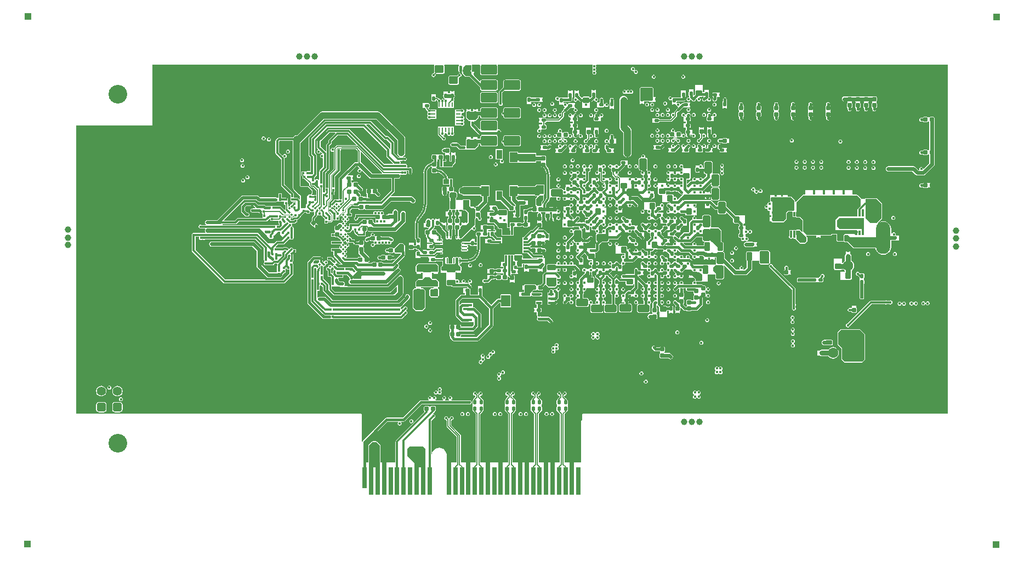
<source format=gbl>
G04 Layer_Physical_Order=12*
G04 Layer_Color=16711680*
%FSLAX44Y44*%
%MOMM*%
G71*
G01*
G75*
%ADD10C,0.3090*%
%ADD11C,0.2000*%
%ADD12C,0.1900*%
%ADD13C,0.1100*%
%ADD14C,0.1400*%
%ADD16C,0.1500*%
%ADD17C,0.5000*%
G04:AMPARAMS|DCode=18|XSize=0.6mm|YSize=0.6mm|CornerRadius=0.06mm|HoleSize=0mm|Usage=FLASHONLY|Rotation=0.000|XOffset=0mm|YOffset=0mm|HoleType=Round|Shape=RoundedRectangle|*
%AMROUNDEDRECTD18*
21,1,0.6000,0.4800,0,0,0.0*
21,1,0.4800,0.6000,0,0,0.0*
1,1,0.1200,0.2400,-0.2400*
1,1,0.1200,-0.2400,-0.2400*
1,1,0.1200,-0.2400,0.2400*
1,1,0.1200,0.2400,0.2400*
%
%ADD18ROUNDEDRECTD18*%
G04:AMPARAMS|DCode=19|XSize=0.5mm|YSize=0.6mm|CornerRadius=0.05mm|HoleSize=0mm|Usage=FLASHONLY|Rotation=0.000|XOffset=0mm|YOffset=0mm|HoleType=Round|Shape=RoundedRectangle|*
%AMROUNDEDRECTD19*
21,1,0.5000,0.5000,0,0,0.0*
21,1,0.4000,0.6000,0,0,0.0*
1,1,0.1000,0.2000,-0.2500*
1,1,0.1000,-0.2000,-0.2500*
1,1,0.1000,-0.2000,0.2500*
1,1,0.1000,0.2000,0.2500*
%
%ADD19ROUNDEDRECTD19*%
G04:AMPARAMS|DCode=20|XSize=0.6mm|YSize=0.6mm|CornerRadius=0.06mm|HoleSize=0mm|Usage=FLASHONLY|Rotation=270.000|XOffset=0mm|YOffset=0mm|HoleType=Round|Shape=RoundedRectangle|*
%AMROUNDEDRECTD20*
21,1,0.6000,0.4800,0,0,270.0*
21,1,0.4800,0.6000,0,0,270.0*
1,1,0.1200,-0.2400,-0.2400*
1,1,0.1200,-0.2400,0.2400*
1,1,0.1200,0.2400,0.2400*
1,1,0.1200,0.2400,-0.2400*
%
%ADD20ROUNDEDRECTD20*%
%ADD23R,0.9500X0.4000*%
G04:AMPARAMS|DCode=29|XSize=0.5mm|YSize=0.6mm|CornerRadius=0.05mm|HoleSize=0mm|Usage=FLASHONLY|Rotation=90.000|XOffset=0mm|YOffset=0mm|HoleType=Round|Shape=RoundedRectangle|*
%AMROUNDEDRECTD29*
21,1,0.5000,0.5000,0,0,90.0*
21,1,0.4000,0.6000,0,0,90.0*
1,1,0.1000,0.2500,0.2000*
1,1,0.1000,0.2500,-0.2000*
1,1,0.1000,-0.2500,-0.2000*
1,1,0.1000,-0.2500,0.2000*
%
%ADD29ROUNDEDRECTD29*%
G04:AMPARAMS|DCode=30|XSize=1.3mm|YSize=0.8mm|CornerRadius=0.1mm|HoleSize=0mm|Usage=FLASHONLY|Rotation=90.000|XOffset=0mm|YOffset=0mm|HoleType=Round|Shape=RoundedRectangle|*
%AMROUNDEDRECTD30*
21,1,1.3000,0.6000,0,0,90.0*
21,1,1.1000,0.8000,0,0,90.0*
1,1,0.2000,0.3000,0.5500*
1,1,0.2000,0.3000,-0.5500*
1,1,0.2000,-0.3000,-0.5500*
1,1,0.2000,-0.3000,0.5500*
%
%ADD30ROUNDEDRECTD30*%
G04:AMPARAMS|DCode=37|XSize=1.8mm|YSize=1.15mm|CornerRadius=0.1437mm|HoleSize=0mm|Usage=FLASHONLY|Rotation=0.000|XOffset=0mm|YOffset=0mm|HoleType=Round|Shape=RoundedRectangle|*
%AMROUNDEDRECTD37*
21,1,1.8000,0.8625,0,0,0.0*
21,1,1.5125,1.1500,0,0,0.0*
1,1,0.2875,0.7562,-0.4313*
1,1,0.2875,-0.7562,-0.4313*
1,1,0.2875,-0.7562,0.4313*
1,1,0.2875,0.7562,0.4313*
%
%ADD37ROUNDEDRECTD37*%
G04:AMPARAMS|DCode=38|XSize=1.8mm|YSize=1.15mm|CornerRadius=0.1437mm|HoleSize=0mm|Usage=FLASHONLY|Rotation=270.000|XOffset=0mm|YOffset=0mm|HoleType=Round|Shape=RoundedRectangle|*
%AMROUNDEDRECTD38*
21,1,1.8000,0.8625,0,0,270.0*
21,1,1.5125,1.1500,0,0,270.0*
1,1,0.2875,-0.4313,-0.7562*
1,1,0.2875,-0.4313,0.7562*
1,1,0.2875,0.4313,0.7562*
1,1,0.2875,0.4313,-0.7562*
%
%ADD38ROUNDEDRECTD38*%
G04:AMPARAMS|DCode=44|XSize=1mm|YSize=0.9mm|CornerRadius=0.1125mm|HoleSize=0mm|Usage=FLASHONLY|Rotation=0.000|XOffset=0mm|YOffset=0mm|HoleType=Round|Shape=RoundedRectangle|*
%AMROUNDEDRECTD44*
21,1,1.0000,0.6750,0,0,0.0*
21,1,0.7750,0.9000,0,0,0.0*
1,1,0.2250,0.3875,-0.3375*
1,1,0.2250,-0.3875,-0.3375*
1,1,0.2250,-0.3875,0.3375*
1,1,0.2250,0.3875,0.3375*
%
%ADD44ROUNDEDRECTD44*%
G04:AMPARAMS|DCode=45|XSize=1mm|YSize=0.9mm|CornerRadius=0.1125mm|HoleSize=0mm|Usage=FLASHONLY|Rotation=270.000|XOffset=0mm|YOffset=0mm|HoleType=Round|Shape=RoundedRectangle|*
%AMROUNDEDRECTD45*
21,1,1.0000,0.6750,0,0,270.0*
21,1,0.7750,0.9000,0,0,270.0*
1,1,0.2250,-0.3375,-0.3875*
1,1,0.2250,-0.3375,0.3875*
1,1,0.2250,0.3375,0.3875*
1,1,0.2250,0.3375,-0.3875*
%
%ADD45ROUNDEDRECTD45*%
G04:AMPARAMS|DCode=46|XSize=1.3mm|YSize=0.8mm|CornerRadius=0.1mm|HoleSize=0mm|Usage=FLASHONLY|Rotation=180.000|XOffset=0mm|YOffset=0mm|HoleType=Round|Shape=RoundedRectangle|*
%AMROUNDEDRECTD46*
21,1,1.3000,0.6000,0,0,180.0*
21,1,1.1000,0.8000,0,0,180.0*
1,1,0.2000,-0.5500,0.3000*
1,1,0.2000,0.5500,0.3000*
1,1,0.2000,0.5500,-0.3000*
1,1,0.2000,-0.5500,-0.3000*
%
%ADD46ROUNDEDRECTD46*%
%ADD74R,0.9960X0.9960*%
G04:AMPARAMS|DCode=78|XSize=0.6mm|YSize=0.6mm|CornerRadius=0.06mm|HoleSize=0mm|Usage=FLASHONLY|Rotation=45.000|XOffset=0mm|YOffset=0mm|HoleType=Round|Shape=RoundedRectangle|*
%AMROUNDEDRECTD78*
21,1,0.6000,0.4800,0,0,45.0*
21,1,0.4800,0.6000,0,0,45.0*
1,1,0.1200,0.3394,0.0000*
1,1,0.1200,0.0000,-0.3394*
1,1,0.1200,-0.3394,0.0000*
1,1,0.1200,0.0000,0.3394*
%
%ADD78ROUNDEDRECTD78*%
%ADD88C,0.3500*%
%ADD90R,0.9960X0.9960*%
%ADD91R,0.7000X4.2000*%
%ADD92R,0.7000X3.2000*%
%ADD93C,0.5000*%
%ADD95C,0.4000*%
%ADD96C,0.1000*%
%ADD97C,0.1300*%
%ADD98C,0.2500*%
%ADD99C,0.3000*%
%ADD100C,0.6000*%
%ADD101C,0.7000*%
%ADD103C,0.3500*%
%ADD105C,1.1000*%
%ADD107C,3.1000*%
%ADD108C,5.0000*%
%ADD109C,1.0000*%
G04:AMPARAMS|DCode=110|XSize=1.524mm|YSize=1.524mm|CornerRadius=0.1905mm|HoleSize=0mm|Usage=FLASHONLY|Rotation=270.000|XOffset=0mm|YOffset=0mm|HoleType=Round|Shape=RoundedRectangle|*
%AMROUNDEDRECTD110*
21,1,1.5240,1.1430,0,0,270.0*
21,1,1.1430,1.5240,0,0,270.0*
1,1,0.3810,-0.5715,-0.5715*
1,1,0.3810,-0.5715,0.5715*
1,1,0.3810,0.5715,0.5715*
1,1,0.3810,0.5715,-0.5715*
%
%ADD110ROUNDEDRECTD110*%
%ADD111C,1.6000*%
%ADD112O,5.0000X2.0000*%
%ADD113O,2.2000X5.0000*%
%ADD114O,2.0000X5.0000*%
%ADD115C,1.4000*%
G04:AMPARAMS|DCode=116|XSize=1.4mm|YSize=1.4mm|CornerRadius=0.35mm|HoleSize=0mm|Usage=FLASHONLY|Rotation=90.000|XOffset=0mm|YOffset=0mm|HoleType=Round|Shape=RoundedRectangle|*
%AMROUNDEDRECTD116*
21,1,1.4000,0.7000,0,0,90.0*
21,1,0.7000,1.4000,0,0,90.0*
1,1,0.7000,0.3500,0.3500*
1,1,0.7000,0.3500,-0.3500*
1,1,0.7000,-0.3500,-0.3500*
1,1,0.7000,-0.3500,0.3500*
%
%ADD116ROUNDEDRECTD116*%
%ADD117C,0.6604*%
%ADD118C,2.8800*%
%ADD119C,0.4000*%
%ADD120C,0.8000*%
%ADD122C,1.0000*%
%ADD127R,0.3000X0.7000*%
%ADD128R,1.3500X1.6500*%
G04:AMPARAMS|DCode=129|XSize=0.6mm|YSize=1mm|CornerRadius=0.075mm|HoleSize=0mm|Usage=FLASHONLY|Rotation=180.000|XOffset=0mm|YOffset=0mm|HoleType=Round|Shape=RoundedRectangle|*
%AMROUNDEDRECTD129*
21,1,0.6000,0.8500,0,0,180.0*
21,1,0.4500,1.0000,0,0,180.0*
1,1,0.1500,-0.2250,0.4250*
1,1,0.1500,0.2250,0.4250*
1,1,0.1500,0.2250,-0.4250*
1,1,0.1500,-0.2250,-0.4250*
%
%ADD129ROUNDEDRECTD129*%
%ADD130R,0.3500X0.3000*%
%ADD131R,0.3000X0.3500*%
%ADD132R,2.1000X2.1000*%
%ADD133R,0.7000X0.3000*%
%ADD134R,2.5400X1.2700*%
%ADD135R,1.2000X1.5000*%
%ADD136R,0.9000X1.4000*%
G04:AMPARAMS|DCode=137|XSize=0.3mm|YSize=0.35mm|CornerRadius=0mm|HoleSize=0mm|Usage=FLASHONLY|Rotation=315.000|XOffset=0mm|YOffset=0mm|HoleType=Round|Shape=Rectangle|*
%AMROTATEDRECTD137*
4,1,4,-0.2298,-0.0177,0.0177,0.2298,0.2298,0.0177,-0.0177,-0.2298,-0.2298,-0.0177,0.0*
%
%ADD137ROTATEDRECTD137*%

G04:AMPARAMS|DCode=138|XSize=0.3mm|YSize=0.35mm|CornerRadius=0mm|HoleSize=0mm|Usage=FLASHONLY|Rotation=45.000|XOffset=0mm|YOffset=0mm|HoleType=Round|Shape=Rectangle|*
%AMROTATEDRECTD138*
4,1,4,0.0177,-0.2298,-0.2298,0.0177,-0.0177,0.2298,0.2298,-0.0177,0.0177,-0.2298,0.0*
%
%ADD138ROTATEDRECTD138*%

G04:AMPARAMS|DCode=139|XSize=1.4mm|YSize=1.2mm|CornerRadius=0.15mm|HoleSize=0mm|Usage=FLASHONLY|Rotation=180.000|XOffset=0mm|YOffset=0mm|HoleType=Round|Shape=RoundedRectangle|*
%AMROUNDEDRECTD139*
21,1,1.4000,0.9000,0,0,180.0*
21,1,1.1000,1.2000,0,0,180.0*
1,1,0.3000,-0.5500,0.4500*
1,1,0.3000,0.5500,0.4500*
1,1,0.3000,0.5500,-0.4500*
1,1,0.3000,-0.5500,-0.4500*
%
%ADD139ROUNDEDRECTD139*%
%ADD140R,2.6000X2.6000*%
%ADD141O,0.9000X0.2500*%
%ADD142O,0.2500X0.9000*%
%ADD143R,1.4000X0.4500*%
%ADD144R,2.7000X2.7000*%
%ADD145R,0.8000X0.2500*%
%ADD146R,0.2500X0.8000*%
G04:AMPARAMS|DCode=147|XSize=0.6mm|YSize=1mm|CornerRadius=0.075mm|HoleSize=0mm|Usage=FLASHONLY|Rotation=90.000|XOffset=0mm|YOffset=0mm|HoleType=Round|Shape=RoundedRectangle|*
%AMROUNDEDRECTD147*
21,1,0.6000,0.8500,0,0,90.0*
21,1,0.4500,1.0000,0,0,90.0*
1,1,0.1500,0.4250,0.2250*
1,1,0.1500,0.4250,-0.2250*
1,1,0.1500,-0.4250,-0.2250*
1,1,0.1500,-0.4250,0.2250*
%
%ADD147ROUNDEDRECTD147*%
%ADD148R,0.8500X0.4000*%
G04:AMPARAMS|DCode=149|XSize=2.5mm|YSize=1.5mm|CornerRadius=0.1875mm|HoleSize=0mm|Usage=FLASHONLY|Rotation=0.000|XOffset=0mm|YOffset=0mm|HoleType=Round|Shape=RoundedRectangle|*
%AMROUNDEDRECTD149*
21,1,2.5000,1.1250,0,0,0.0*
21,1,2.1250,1.5000,0,0,0.0*
1,1,0.3750,1.0625,-0.5625*
1,1,0.3750,-1.0625,-0.5625*
1,1,0.3750,-1.0625,0.5625*
1,1,0.3750,1.0625,0.5625*
%
%ADD149ROUNDEDRECTD149*%
%ADD150C,0.3700*%
%ADD151C,0.1700*%
%ADD152C,0.2400*%
%ADD153C,0.2200*%
%ADD154C,0.3400*%
%ADD155C,0.2900*%
%ADD156C,0.2700*%
%ADD157C,0.3100*%
G36*
X1356668Y138582D02*
X793000D01*
X792234Y138265D01*
X791917Y137500D01*
Y129182D01*
X791558Y128942D01*
X791116Y128280D01*
X790961Y127500D01*
Y63500D01*
X765039D01*
Y80998D01*
X765039Y81000D01*
X765039Y81000D01*
Y138155D01*
X767942Y141058D01*
X767942Y141058D01*
X768384Y141720D01*
X768516Y142383D01*
X769648Y142852D01*
X770124Y144000D01*
Y149000D01*
X769949Y149423D01*
X770000Y149500D01*
X770000D01*
Y153500D01*
X770000D01*
X769949Y153577D01*
X770124Y154000D01*
Y159000D01*
X769648Y160148D01*
X768516Y160617D01*
X768384Y161280D01*
X767942Y161942D01*
X767280Y162384D01*
X766930Y162454D01*
X764539Y164845D01*
Y166236D01*
X765250Y166941D01*
X766421Y167174D01*
X767413Y167837D01*
X768076Y168829D01*
X768309Y170000D01*
X768076Y171171D01*
X767413Y172163D01*
X766421Y172826D01*
X765250Y173059D01*
X764080Y172826D01*
X763087Y172163D01*
X762424Y171171D01*
X762191Y170000D01*
X762220Y169854D01*
X761678Y169312D01*
X761000Y168741D01*
X760322Y169312D01*
X759780Y169854D01*
X759809Y170000D01*
X759576Y171171D01*
X758913Y172163D01*
X757921Y172826D01*
X756750Y173059D01*
X755580Y172826D01*
X754587Y172163D01*
X753924Y171171D01*
X753691Y170000D01*
X753924Y168829D01*
X754587Y167837D01*
X755580Y167174D01*
X756750Y166941D01*
X757461Y166236D01*
Y164845D01*
X754558Y161942D01*
X754116Y161280D01*
X753961Y160500D01*
X753979Y160408D01*
X753352Y160148D01*
X752877Y159000D01*
Y154000D01*
X753052Y153577D01*
X753000Y153500D01*
X753000D01*
Y149500D01*
X753000D01*
X753052Y149423D01*
X752877Y149000D01*
Y144000D01*
X753352Y142852D01*
X754484Y142383D01*
X754616Y141720D01*
X755058Y141058D01*
X757961Y138155D01*
Y82244D01*
X757961Y82242D01*
Y63500D01*
X725039D01*
Y75248D01*
X725039Y75250D01*
X725039Y75250D01*
Y138155D01*
X727942Y141058D01*
X727942Y141058D01*
X728384Y141720D01*
X728516Y142383D01*
X729648Y142852D01*
X730124Y144000D01*
Y149000D01*
X729949Y149423D01*
X730000Y149500D01*
X730000D01*
Y153500D01*
X730000D01*
X729949Y153577D01*
X730124Y154000D01*
Y159000D01*
X729648Y160148D01*
X728516Y160617D01*
X728384Y161280D01*
X727942Y161942D01*
X727280Y162384D01*
X726930Y162454D01*
X724539Y164845D01*
Y166236D01*
X725250Y166941D01*
X726421Y167174D01*
X727413Y167837D01*
X728076Y168829D01*
X728309Y170000D01*
X728076Y171171D01*
X727413Y172163D01*
X726421Y172826D01*
X725250Y173059D01*
X724080Y172826D01*
X723087Y172163D01*
X722424Y171171D01*
X722191Y170000D01*
X722220Y169854D01*
X721678Y169312D01*
X721000Y168741D01*
X720322Y169312D01*
X719780Y169854D01*
X719809Y170000D01*
X719576Y171171D01*
X718913Y172163D01*
X717921Y172826D01*
X716750Y173059D01*
X715580Y172826D01*
X714587Y172163D01*
X713924Y171171D01*
X713691Y170000D01*
X713924Y168829D01*
X714587Y167837D01*
X715580Y167174D01*
X716750Y166941D01*
X717461Y166236D01*
Y164845D01*
X714558Y161942D01*
X714116Y161280D01*
X713961Y160500D01*
X713979Y160408D01*
X713352Y160148D01*
X712877Y159000D01*
Y154000D01*
X713052Y153577D01*
X713000Y153500D01*
X713000D01*
Y149500D01*
X713000D01*
X713052Y149423D01*
X712877Y149000D01*
Y144000D01*
X713352Y142852D01*
X714484Y142383D01*
X714616Y141720D01*
X715058Y141058D01*
X717961Y138155D01*
Y76494D01*
X717961Y76492D01*
Y63500D01*
X685039D01*
Y78498D01*
X685039Y78500D01*
X685039Y78500D01*
Y138155D01*
X687942Y141058D01*
X687942Y141058D01*
X688384Y141720D01*
X688516Y142383D01*
X689648Y142852D01*
X690124Y144000D01*
Y149000D01*
X689949Y149423D01*
X690000Y149500D01*
X690000D01*
Y153500D01*
X690000D01*
X689949Y153577D01*
X690124Y154000D01*
Y159000D01*
X689648Y160148D01*
X688516Y160617D01*
X688384Y161280D01*
X687942Y161942D01*
X687280Y162384D01*
X686930Y162454D01*
X684539Y164845D01*
Y166236D01*
X685250Y166941D01*
X686421Y167174D01*
X687413Y167837D01*
X688076Y168829D01*
X688309Y170000D01*
X688076Y171171D01*
X687413Y172163D01*
X686421Y172826D01*
X685250Y173059D01*
X684080Y172826D01*
X683087Y172163D01*
X682424Y171171D01*
X682191Y170000D01*
X681468Y169317D01*
X680532D01*
X679809Y170000D01*
X679576Y171171D01*
X678913Y172163D01*
X677921Y172826D01*
X676750Y173059D01*
X675580Y172826D01*
X674587Y172163D01*
X673924Y171171D01*
X673691Y170000D01*
X673924Y168829D01*
X674587Y167837D01*
X675580Y167174D01*
X676750Y166941D01*
X677461Y166236D01*
Y164845D01*
X674558Y161942D01*
X674116Y161280D01*
X673961Y160500D01*
X673979Y160408D01*
X673352Y160148D01*
X672876Y159000D01*
Y154000D01*
X673052Y153577D01*
X673000Y153500D01*
X673000D01*
Y149500D01*
X673000D01*
X673052Y149423D01*
X672876Y149000D01*
Y144000D01*
X673352Y142852D01*
X674484Y142383D01*
X674616Y141720D01*
X675058Y141058D01*
X677961Y138155D01*
Y79744D01*
X677961Y79742D01*
Y63500D01*
X635039D01*
Y96248D01*
X635039Y96250D01*
X635039Y96250D01*
Y138155D01*
X637942Y141058D01*
X637942Y141058D01*
X638384Y141720D01*
X638516Y142383D01*
X639648Y142852D01*
X640124Y144000D01*
Y149000D01*
X639949Y149423D01*
X640000Y149500D01*
X640000D01*
Y153500D01*
X640000D01*
X639949Y153577D01*
X640124Y154000D01*
Y159000D01*
X639648Y160148D01*
X638516Y160617D01*
X638384Y161280D01*
X637942Y161942D01*
X637280Y162384D01*
X636930Y162454D01*
X634539Y164845D01*
Y166236D01*
X635250Y166941D01*
X636421Y167174D01*
X637413Y167837D01*
X638076Y168829D01*
X638309Y170000D01*
X638076Y171171D01*
X637413Y172163D01*
X636421Y172826D01*
X635250Y173059D01*
X634080Y172826D01*
X633087Y172163D01*
X632424Y171171D01*
X632191Y170000D01*
X631468Y169317D01*
X630532D01*
X629809Y170000D01*
X629576Y171171D01*
X628913Y172163D01*
X627921Y172826D01*
X626750Y173059D01*
X625579Y172826D01*
X624587Y172163D01*
X623924Y171171D01*
X623691Y170000D01*
X623924Y168829D01*
X624587Y167837D01*
X625579Y167174D01*
X626750Y166941D01*
X627461Y166236D01*
Y164845D01*
X624558Y161942D01*
X624116Y161280D01*
X623961Y160500D01*
X623979Y160408D01*
X623352Y160148D01*
X622876Y159000D01*
Y154000D01*
X623052Y153577D01*
X623000Y153500D01*
X623000D01*
Y149500D01*
X623000D01*
X623052Y149423D01*
X622876Y149000D01*
Y144000D01*
X623352Y142852D01*
X624484Y142383D01*
X624616Y141720D01*
X625058Y141058D01*
X627961Y138155D01*
Y97494D01*
X627961Y97492D01*
Y63500D01*
X605039D01*
Y105243D01*
X605039Y105243D01*
X604884Y106023D01*
X604442Y106685D01*
X604442Y106685D01*
X590039Y121087D01*
Y128237D01*
X590750Y128941D01*
X591921Y129174D01*
X592913Y129837D01*
X593576Y130829D01*
X593809Y132000D01*
X593576Y133170D01*
X592913Y134163D01*
X591921Y134826D01*
X590750Y135059D01*
X589579Y134826D01*
X588587Y134163D01*
X587924Y133170D01*
X587691Y132000D01*
X586968Y131317D01*
X586032D01*
X585309Y132000D01*
X585076Y133170D01*
X584413Y134163D01*
X583421Y134826D01*
X582250Y135059D01*
X581079Y134826D01*
X580087Y134163D01*
X579424Y133170D01*
X579191Y132000D01*
X579424Y130829D01*
X580087Y129837D01*
X581079Y129174D01*
X582250Y128941D01*
X582961Y128237D01*
Y119000D01*
X583116Y118220D01*
X583558Y117558D01*
X597961Y103156D01*
Y63500D01*
X583039D01*
Y75123D01*
X583013Y75255D01*
X583022Y75389D01*
X582777Y77246D01*
X582691Y77499D01*
X582639Y77760D01*
X581682Y80071D01*
X581534Y80293D01*
X581416Y80532D01*
X579893Y82517D01*
X579693Y82693D01*
X579517Y82893D01*
X577532Y84416D01*
X577293Y84534D01*
X577071Y84682D01*
X574760Y85639D01*
X574499Y85691D01*
X574246Y85777D01*
X571766Y86104D01*
X571500Y86086D01*
X571234Y86104D01*
X568754Y85777D01*
X568501Y85691D01*
X568240Y85639D01*
X565929Y84682D01*
X565707Y84534D01*
X565468Y84416D01*
X563483Y82893D01*
X563307Y82693D01*
X563107Y82517D01*
X561584Y80532D01*
X561466Y80293D01*
X561318Y80071D01*
X560361Y77760D01*
X560308Y77499D01*
X560223Y77246D01*
X560095Y76272D01*
X559095Y76338D01*
Y128175D01*
X563263Y132343D01*
X563671Y132424D01*
X564663Y133087D01*
X565326Y134079D01*
X565559Y135250D01*
X565326Y136420D01*
X564663Y137413D01*
X563671Y138076D01*
X562619Y138285D01*
X562373Y138695D01*
X562185Y139266D01*
X563835Y140915D01*
X564397Y141757D01*
X564545Y142498D01*
X565024Y142593D01*
X565554Y142947D01*
X565907Y143476D01*
X566031Y144100D01*
Y148900D01*
X565907Y149524D01*
X565554Y150054D01*
X565024Y150407D01*
X564400Y150531D01*
X559600D01*
X558976Y150407D01*
X558447Y150054D01*
X558411Y150000D01*
X555589D01*
X555554Y150054D01*
X555024Y150407D01*
X554400Y150531D01*
X549600D01*
X548976Y150407D01*
X548447Y150054D01*
X548093Y149524D01*
X547969Y148900D01*
Y144100D01*
X548093Y143476D01*
X548447Y142947D01*
X548546Y142880D01*
X548758Y141763D01*
X548728Y141647D01*
X504665Y97584D01*
X504102Y96743D01*
X503905Y95750D01*
Y63500D01*
X481082D01*
Y89500D01*
X480765Y90265D01*
X480765Y90265D01*
X475015Y96015D01*
X474250Y96332D01*
X468750D01*
X468750Y96332D01*
X467985Y96015D01*
X462235Y90265D01*
X461918Y89500D01*
Y63500D01*
X459059D01*
Y93983D01*
X491517Y126441D01*
X507496D01*
X507669Y126214D01*
X507939Y125441D01*
X507424Y124670D01*
X507191Y123500D01*
X507424Y122329D01*
X508087Y121337D01*
X509080Y120674D01*
X510250Y120441D01*
X511421Y120674D01*
X512413Y121337D01*
X513076Y122329D01*
X513309Y123500D01*
X513076Y124670D01*
X512561Y125441D01*
X512831Y126214D01*
X513004Y126441D01*
X516250D01*
X516250Y126441D01*
X517421Y126674D01*
X518413Y127337D01*
X544517Y153441D01*
X618250D01*
X618500Y153491D01*
X618750Y153441D01*
X619921Y153674D01*
X620913Y154337D01*
X621576Y155330D01*
X621809Y156500D01*
X621576Y157671D01*
X620913Y158663D01*
X619921Y159326D01*
X618750Y159559D01*
X618500Y159509D01*
X618250Y159559D01*
X590550D01*
X590246Y160559D01*
X590663Y160837D01*
X591326Y161829D01*
X591559Y163000D01*
X591326Y164170D01*
X590663Y165163D01*
X589670Y165826D01*
X588500Y166059D01*
X587329Y165826D01*
X586337Y165163D01*
X585674Y164170D01*
X585441Y163000D01*
X585674Y161829D01*
X586337Y160837D01*
X586754Y160559D01*
X586450Y159559D01*
X580556D01*
X580372Y160559D01*
X581163Y161087D01*
X581826Y162079D01*
X582059Y163250D01*
X581826Y164421D01*
X581163Y165413D01*
X580171Y166076D01*
X579000Y166309D01*
X577830Y166076D01*
X576837Y165413D01*
X576174Y164421D01*
X575941Y163250D01*
X576174Y162079D01*
X576837Y161087D01*
X577628Y160559D01*
X577444Y159559D01*
X566050D01*
X565746Y160559D01*
X566163Y160837D01*
X566826Y161829D01*
X567059Y163000D01*
X566826Y164170D01*
X566163Y165163D01*
X565171Y165826D01*
X564000Y166059D01*
X562830Y165826D01*
X561837Y165163D01*
X561174Y164170D01*
X561135Y163973D01*
X560115D01*
X560076Y164170D01*
X559413Y165163D01*
X558420Y165826D01*
X557250Y166059D01*
X556079Y165826D01*
X555087Y165163D01*
X554424Y164170D01*
X554191Y163000D01*
X554424Y161829D01*
X555087Y160837D01*
X555504Y160559D01*
X555200Y159559D01*
X543250D01*
X542080Y159326D01*
X541087Y158663D01*
X514983Y132559D01*
X490250D01*
X490250Y132559D01*
X489080Y132326D01*
X488087Y131663D01*
X488087Y131663D01*
X453837Y97413D01*
X453174Y96420D01*
X453039Y95743D01*
X452039Y95841D01*
Y109250D01*
X452039Y109250D01*
Y110147D01*
X452019Y110246D01*
X452029Y110346D01*
X451765Y113027D01*
X451707Y113220D01*
X451687Y113420D01*
X451586Y113753D01*
Y137600D01*
X451504Y137799D01*
Y138014D01*
X451427Y138200D01*
X451275Y138352D01*
X451269Y138366D01*
X451269Y138366D01*
X451192Y138551D01*
X451051Y138693D01*
X450852Y138775D01*
X450700Y138927D01*
X450514Y139004D01*
X450299Y139004D01*
X450100Y139086D01*
X11082D01*
Y583918D01*
X127000D01*
X127765Y584235D01*
X128082Y585000D01*
Y677918D01*
X563239D01*
X563773Y676918D01*
X563645Y676725D01*
X563451Y675750D01*
Y666750D01*
X563561Y666195D01*
X562344Y664978D01*
X561579Y664826D01*
X560587Y664163D01*
X559924Y663171D01*
X559691Y662000D01*
X559924Y660829D01*
X560587Y659837D01*
X561579Y659174D01*
X562750Y658941D01*
X563920Y659174D01*
X564913Y659837D01*
X565576Y660829D01*
X565809Y662000D01*
X565697Y662563D01*
X567335Y664201D01*
X577000D01*
X577975Y664395D01*
X578802Y664948D01*
X579355Y665775D01*
X579549Y666750D01*
Y675750D01*
X579355Y676725D01*
X579226Y676918D01*
X579761Y677918D01*
X601456D01*
X601705Y677547D01*
X601898Y676918D01*
X601350Y676096D01*
X601117Y674926D01*
Y668985D01*
X601350Y667814D01*
X601676Y667327D01*
Y666235D01*
X602892D01*
X603005Y666159D01*
X604176Y665926D01*
X605346Y666159D01*
X605460Y666235D01*
X606676D01*
X607119Y665419D01*
Y664220D01*
X607436Y663455D01*
X607436Y663455D01*
X611436Y659455D01*
X612201Y659138D01*
X618747D01*
X634572Y643313D01*
X634572Y643313D01*
X634709Y643222D01*
Y640851D01*
X634932Y639729D01*
X635567Y638778D01*
X636518Y638143D01*
X637640Y637919D01*
X658890D01*
X660012Y638143D01*
X660963Y638778D01*
X661598Y639729D01*
X661821Y640851D01*
Y652101D01*
X661598Y653223D01*
X660963Y654174D01*
X660012Y654809D01*
X658890Y655032D01*
X637640D01*
X636518Y654809D01*
X635567Y654174D01*
X634932Y653223D01*
X634898Y653053D01*
X633813Y652724D01*
X625226Y661311D01*
X625226Y667485D01*
X622198D01*
X621991Y667986D01*
X621991Y667986D01*
X621006Y668970D01*
X621991Y669955D01*
X621991Y669955D01*
X622308Y670720D01*
Y677720D01*
X622440Y677918D01*
X634285D01*
X634871Y676918D01*
X634709Y676101D01*
Y664851D01*
X634932Y663729D01*
X635567Y662778D01*
X636518Y662143D01*
X637640Y661919D01*
X658890D01*
X660012Y662143D01*
X660963Y662778D01*
X661598Y663729D01*
X661821Y664851D01*
Y676101D01*
X661659Y676918D01*
X662245Y677918D01*
X807972D01*
X808506Y676918D01*
X808174Y676421D01*
X807941Y675250D01*
X808174Y674080D01*
X808477Y673625D01*
X808758Y672875D01*
X808477Y672125D01*
X808174Y671671D01*
X807941Y670500D01*
X808174Y669330D01*
X808477Y668875D01*
X808758Y668125D01*
X808477Y667375D01*
X808174Y666920D01*
X807941Y665750D01*
X808174Y664579D01*
X808837Y663587D01*
X809829Y662924D01*
X811000Y662691D01*
X812170Y662924D01*
X813163Y663587D01*
X813826Y664579D01*
X814059Y665750D01*
X813826Y666920D01*
X813522Y667375D01*
X813242Y668125D01*
X813522Y668875D01*
X813826Y669330D01*
X814059Y670500D01*
X813826Y671671D01*
X813522Y672125D01*
X813242Y672875D01*
X813522Y673625D01*
X813826Y674080D01*
X814059Y675250D01*
X813826Y676421D01*
X813494Y676918D01*
X814028Y677918D01*
X1356668D01*
Y138582D01*
D02*
G37*
G36*
X621226Y677720D02*
Y670720D01*
X619476Y668970D01*
X621226Y667220D01*
X621226Y660220D01*
X612201D01*
X608201Y664220D01*
Y667420D01*
X609751Y668970D01*
X608201Y670520D01*
X608201Y673720D01*
X612201Y677720D01*
X621226Y677720D01*
D02*
G37*
G36*
X480000Y89500D02*
Y55500D01*
X463000D01*
Y89500D01*
X468750Y95250D01*
X474250D01*
X480000Y89500D01*
D02*
G37*
G36*
X546750Y87750D02*
X550000Y84500D01*
X550000Y55500D01*
X539750Y55500D01*
X533000D01*
X533000Y62250D01*
X522500Y72750D01*
Y85000D01*
X525250Y87750D01*
X546750Y87750D01*
D02*
G37*
%LPC*%
G36*
X870750Y674559D02*
X869579Y674326D01*
X868587Y673663D01*
X867924Y672671D01*
X867691Y671500D01*
X867924Y670330D01*
X868587Y669337D01*
X869579Y668674D01*
X870750Y668441D01*
X871568Y668604D01*
X871664Y668555D01*
X872305Y667914D01*
X872354Y667818D01*
X872191Y667000D01*
X872424Y665829D01*
X873087Y664837D01*
X874080Y664174D01*
X875250Y663941D01*
X876421Y664174D01*
X877413Y664837D01*
X878076Y665829D01*
X878309Y667000D01*
X878076Y668170D01*
X877413Y669163D01*
X876421Y669826D01*
X875250Y670059D01*
X874432Y669896D01*
X874336Y669945D01*
X873695Y670586D01*
X873646Y670682D01*
X873809Y671500D01*
X873576Y672671D01*
X872913Y673663D01*
X871920Y674326D01*
X870750Y674559D01*
D02*
G37*
G36*
X602750Y665059D02*
X601579Y664826D01*
X600587Y664163D01*
X599924Y663171D01*
X599691Y662000D01*
X598980Y661299D01*
X588000D01*
X587024Y661105D01*
X586198Y660552D01*
X585645Y659725D01*
X585451Y658750D01*
Y649750D01*
X585645Y648775D01*
X586198Y647948D01*
X587024Y647395D01*
X588000Y647201D01*
X599000D01*
X599975Y647395D01*
X600802Y647948D01*
X601355Y648775D01*
X601549Y649750D01*
Y657915D01*
X602604Y658970D01*
X602750Y658941D01*
X603921Y659174D01*
X604913Y659837D01*
X605576Y660829D01*
X605809Y662000D01*
X605576Y663171D01*
X604913Y664163D01*
X603921Y664826D01*
X602750Y665059D01*
D02*
G37*
G36*
X948250Y662559D02*
X947079Y662326D01*
X946087Y661663D01*
X945424Y660670D01*
X945191Y659500D01*
X945424Y658329D01*
X946087Y657337D01*
X947079Y656674D01*
X948250Y656441D01*
X949420Y656674D01*
X950413Y657337D01*
X951076Y658329D01*
X951309Y659500D01*
X951076Y660670D01*
X950413Y661663D01*
X949420Y662326D01*
X948250Y662559D01*
D02*
G37*
G36*
X903000D02*
X901830Y662326D01*
X900837Y661663D01*
X900174Y660670D01*
X899941Y659500D01*
X900174Y658329D01*
X900837Y657337D01*
X901830Y656674D01*
X903000Y656441D01*
X904171Y656674D01*
X905163Y657337D01*
X905826Y658329D01*
X906059Y659500D01*
X905826Y660670D01*
X905163Y661663D01*
X904171Y662326D01*
X903000Y662559D01*
D02*
G37*
G36*
X868000Y639559D02*
X866830Y639326D01*
X865837Y638663D01*
X865163D01*
X864171Y639326D01*
X863000Y639559D01*
X861830Y639326D01*
X861030Y638792D01*
X860375Y638716D01*
X859720Y638792D01*
X858921Y639326D01*
X857750Y639559D01*
X856580Y639326D01*
X855587Y638663D01*
X854924Y637671D01*
X854691Y636500D01*
X854924Y635330D01*
X855587Y634337D01*
X856580Y633674D01*
X857750Y633441D01*
X858921Y633674D01*
X859720Y634208D01*
X860375Y634284D01*
X861030Y634208D01*
X861830Y633674D01*
X863000Y633441D01*
X864171Y633674D01*
X865163Y634337D01*
X865837D01*
X866830Y633674D01*
X868000Y633441D01*
X869171Y633674D01*
X870163Y634337D01*
X870826Y635330D01*
X871059Y636500D01*
X870826Y637671D01*
X870163Y638663D01*
X869171Y639326D01*
X868000Y639559D01*
D02*
G37*
G36*
X694890Y655032D02*
X673640D01*
X672518Y654809D01*
X671567Y654174D01*
X670932Y653223D01*
X670709Y652101D01*
Y643878D01*
X664415Y637585D01*
X663853Y636743D01*
X663655Y635750D01*
Y619266D01*
X663424Y618920D01*
X663191Y617750D01*
X663424Y616579D01*
X664087Y615587D01*
X665079Y614924D01*
X666250Y614691D01*
X667421Y614924D01*
X668413Y615587D01*
X669076Y616579D01*
X669309Y617750D01*
X669076Y618920D01*
X668845Y619266D01*
Y634675D01*
X672395Y638225D01*
X672518Y638143D01*
X673640Y637919D01*
X694890D01*
X696012Y638143D01*
X696963Y638778D01*
X697598Y639729D01*
X697821Y640851D01*
Y652101D01*
X697598Y653223D01*
X696963Y654174D01*
X696012Y654809D01*
X694890Y655032D01*
D02*
G37*
G36*
X1000000Y635124D02*
X999551Y635124D01*
X999551Y635124D01*
X999226Y635124D01*
X995000D01*
X993852Y634648D01*
X993376Y633500D01*
Y629500D01*
X993852Y628352D01*
X994441Y628108D01*
Y626767D01*
X994337Y626663D01*
X993674Y625671D01*
X993441Y624500D01*
X993674Y623329D01*
X994337Y622337D01*
X995330Y621674D01*
X996500Y621441D01*
X997671Y621674D01*
X998663Y622337D01*
X999663Y623337D01*
X999663Y623337D01*
X1000326Y624329D01*
X1000559Y625500D01*
X1000559Y625500D01*
Y628000D01*
X1004500D01*
X1004500Y635000D01*
X1001173Y635000D01*
X1000372Y635032D01*
X1000000Y635124D01*
D02*
G37*
G36*
X595000Y637250D02*
X588000D01*
X588000Y634785D01*
X587293Y634078D01*
X585000D01*
Y637000D01*
X578000Y637000D01*
X578000Y633000D01*
X578000D01*
X578051Y632923D01*
X577876Y632500D01*
Y631777D01*
X577732Y631561D01*
X577422Y630000D01*
X577732Y628439D01*
X577876Y628223D01*
Y627500D01*
X578352Y626352D01*
X579382Y625925D01*
X579583Y625382D01*
X579667Y624877D01*
X579216Y624413D01*
X578663D01*
X577671Y625076D01*
X576500Y625309D01*
X575330Y625076D01*
X574337Y624413D01*
X573663D01*
X572671Y625076D01*
X571500Y625309D01*
X571354Y625280D01*
X569692Y626942D01*
X569030Y627384D01*
X568250Y627539D01*
X566789D01*
X566489Y628483D01*
X566500Y628500D01*
X566500D01*
Y632500D01*
X559500D01*
Y628500D01*
X559500D01*
X559376Y628000D01*
X559376Y627551D01*
Y623000D01*
X559852Y621852D01*
X561000Y621376D01*
X565000D01*
X566148Y621852D01*
X566610Y622967D01*
X566834Y623051D01*
X567624Y623243D01*
X568470Y622396D01*
X568441Y622250D01*
X568674Y621079D01*
X569250Y620218D01*
Y611000D01*
X573750D01*
Y611000D01*
X574250Y611000D01*
Y611000D01*
X578750D01*
Y611000D01*
X579250D01*
Y611000D01*
X583250D01*
X583750Y611000D01*
Y611000D01*
X584250D01*
Y611000D01*
X588250D01*
X589250Y611000D01*
Y611000D01*
X593750D01*
Y621000D01*
X593750Y621000D01*
X593898Y621939D01*
X594326Y622579D01*
X594559Y623750D01*
X594326Y624921D01*
X594056Y625324D01*
X594329Y626470D01*
X594648Y626602D01*
X595123Y627750D01*
Y628473D01*
X595268Y628689D01*
X595578Y630250D01*
X595268Y631811D01*
X595123Y632027D01*
Y632750D01*
X594948Y633173D01*
X595000Y633250D01*
X595000D01*
Y637250D01*
D02*
G37*
G36*
X978500Y646500D02*
X966500D01*
Y638500D01*
X966500Y638500D01*
X966485Y637506D01*
X966458Y637375D01*
Y632284D01*
X965088Y630914D01*
X964124Y631364D01*
Y636000D01*
X963949Y636423D01*
X964000Y636500D01*
X964000D01*
Y640500D01*
X957000D01*
Y636500D01*
X957000D01*
X957052Y636423D01*
X956876Y636000D01*
Y631000D01*
X957352Y629852D01*
X957441Y629815D01*
Y628500D01*
X957441Y628500D01*
X957464Y628387D01*
X956613Y627536D01*
X956500Y627559D01*
X955330Y627326D01*
X954337Y626663D01*
X953674Y625671D01*
X953441Y624500D01*
X953674Y623329D01*
X954337Y622337D01*
X955330Y621674D01*
X956500Y621441D01*
X957671Y621674D01*
X958663Y622337D01*
X959326Y623329D01*
X959426Y623834D01*
X960511Y624163D01*
X962337Y622337D01*
X962337Y622337D01*
X963329Y621674D01*
X964500Y621441D01*
X965671Y621674D01*
X966663Y622337D01*
X967326Y623329D01*
X967559Y624500D01*
X967559Y624500D01*
Y624733D01*
X968697Y625872D01*
X969615Y625375D01*
X969441Y624500D01*
X969674Y623329D01*
X970337Y622337D01*
X971329Y621674D01*
X972500Y621441D01*
X973671Y621674D01*
X974663Y622337D01*
X975326Y623329D01*
X975559Y624500D01*
X975326Y625671D01*
X974663Y626663D01*
X973671Y627326D01*
X973005Y627458D01*
X973103Y628458D01*
X976375D01*
X977204Y628623D01*
X977907Y629093D01*
X978140Y629441D01*
X979701D01*
X980116Y628441D01*
X978337Y626663D01*
X977674Y625671D01*
X977441Y624500D01*
X977674Y623329D01*
X978337Y622337D01*
X979330Y621674D01*
X980500Y621441D01*
X981671Y621674D01*
X982663Y622337D01*
X984489Y624163D01*
X985574Y623834D01*
X985674Y623329D01*
X986337Y622337D01*
X987329Y621674D01*
X988500Y621441D01*
X989671Y621674D01*
X990663Y622337D01*
X991326Y623329D01*
X991559Y624500D01*
X991326Y625671D01*
X990663Y626663D01*
X989671Y627326D01*
X988500Y627559D01*
X988387Y627536D01*
X988005Y627918D01*
X987648Y628852D01*
X988124Y630000D01*
Y634551D01*
X988124Y635000D01*
X988000Y635500D01*
X988000D01*
Y639500D01*
X981000Y639500D01*
Y635559D01*
X978542D01*
Y637375D01*
X978515Y637506D01*
X978500Y638500D01*
X978500Y638500D01*
X978500Y638500D01*
Y646500D01*
D02*
G37*
G36*
X952000Y638500D02*
X945000D01*
Y634500D01*
X945000D01*
X945052Y634423D01*
X944876Y634000D01*
Y629000D01*
X945059Y628559D01*
X944391Y627559D01*
X936656D01*
X936500Y627624D01*
X932500D01*
X931526Y627220D01*
X931326Y627327D01*
X930663Y628320D01*
X929671Y628983D01*
X928500Y629216D01*
X927329Y628983D01*
X926337Y628320D01*
X925674Y627327D01*
X925441Y626157D01*
X925674Y624986D01*
X926337Y623994D01*
X927329Y623331D01*
X928500Y623098D01*
X929671Y623331D01*
X929876Y623468D01*
X930876Y622934D01*
Y621000D01*
X931052Y620577D01*
X931000Y620500D01*
X931000D01*
Y616500D01*
X937441D01*
X937441Y616500D01*
X937674Y615329D01*
X938337Y614337D01*
X939330Y613674D01*
X939834Y613574D01*
X940163Y612489D01*
X938337Y610663D01*
X937674Y609670D01*
X937441Y608500D01*
X937470Y608354D01*
X935058Y605942D01*
X934616Y605280D01*
X934461Y604500D01*
Y603909D01*
X933461Y603368D01*
X932500Y603559D01*
X931329Y603326D01*
X930337Y602663D01*
X929674Y601670D01*
X929441Y600500D01*
X929674Y599329D01*
X930337Y598337D01*
X931152Y597793D01*
X931476Y596703D01*
X928562Y593789D01*
X911607D01*
X911148Y594898D01*
X910000Y595374D01*
X905000D01*
X904577Y595199D01*
X904500Y595250D01*
Y595250D01*
X900500D01*
Y588250D01*
X904500D01*
Y588250D01*
X904577Y588302D01*
X905000Y588126D01*
X910000D01*
X911148Y588602D01*
X911607Y589711D01*
X929407D01*
X930187Y589866D01*
X930849Y590308D01*
X937942Y597401D01*
X937942Y597401D01*
X938384Y598063D01*
X938539Y598843D01*
Y603655D01*
X940354Y605470D01*
X940500Y605441D01*
X941671Y605674D01*
X942663Y606337D01*
X948936Y612610D01*
X949500Y612376D01*
X954500D01*
X954923Y612551D01*
X955000Y612500D01*
Y612500D01*
X956106D01*
X956205Y611500D01*
X955851Y611430D01*
X955330Y611326D01*
X954337Y610663D01*
X953674Y609670D01*
X953441Y608500D01*
X953674Y607329D01*
X954337Y606337D01*
X955330Y605674D01*
X956500Y605441D01*
X957671Y605674D01*
X958663Y606337D01*
X959326Y607329D01*
X959559Y608500D01*
X959326Y609670D01*
X958663Y610663D01*
X957671Y611326D01*
X957149Y611430D01*
X956795Y611500D01*
X956894Y612500D01*
X959000D01*
Y619500D01*
X955000D01*
Y619500D01*
X954923Y619448D01*
X954500Y619624D01*
X949500D01*
X948352Y619148D01*
X948315Y619059D01*
X948000D01*
X946830Y618826D01*
X945837Y618163D01*
X945837Y618163D01*
X944511Y616837D01*
X943426Y617166D01*
X943326Y617671D01*
X942663Y618663D01*
X941671Y619326D01*
X940500Y619559D01*
X939330Y619326D01*
X939000Y619106D01*
X938148Y619561D01*
X938000Y620500D01*
X938124Y621000D01*
X939073Y621441D01*
X948500D01*
X949671Y621674D01*
X950663Y622337D01*
X951326Y623329D01*
X951559Y624500D01*
Y627815D01*
X951648Y627852D01*
X952124Y629000D01*
Y634000D01*
X951948Y634423D01*
X952000Y634500D01*
X952000D01*
Y638500D01*
D02*
G37*
G36*
X813500Y639000D02*
X806500D01*
Y635000D01*
X806500D01*
X806552Y634923D01*
X806376Y634500D01*
Y629500D01*
X806610Y628936D01*
X805185Y627511D01*
X804275Y627677D01*
X804062Y627802D01*
X803657Y628407D01*
X802954Y628877D01*
X802125Y629042D01*
X794375D01*
X793546Y628877D01*
X792843Y628407D01*
X792373Y627704D01*
X792317Y627423D01*
X791232Y627094D01*
X787624Y630702D01*
Y633500D01*
X787449Y633923D01*
X787500Y634000D01*
X787500D01*
Y638000D01*
X780500D01*
Y634000D01*
X780500D01*
X780552Y633923D01*
X780376Y633500D01*
Y628500D01*
X780661Y627812D01*
X780765Y627201D01*
X780375Y626522D01*
X779837Y626163D01*
X779174Y625171D01*
X778941Y624000D01*
X779174Y622829D01*
X779837Y621837D01*
X780829Y621174D01*
X782000Y620941D01*
X783170Y621174D01*
X784163Y621837D01*
X784826Y622829D01*
X784926Y623334D01*
X786011Y623663D01*
X787837Y621837D01*
X787837Y621837D01*
X788587Y621087D01*
X789579Y620424D01*
X790750Y620191D01*
X790750Y620191D01*
X792208D01*
Y620125D01*
X792234Y619994D01*
X792250Y619000D01*
X792250Y619000D01*
X792250Y619000D01*
Y611000D01*
X804250D01*
Y619000D01*
X804250Y619000D01*
X804266Y619994D01*
X804292Y620125D01*
Y620191D01*
X805250D01*
X805250Y620191D01*
X806421Y620424D01*
X807413Y621087D01*
X809989Y623663D01*
X811074Y623334D01*
X811174Y622829D01*
X811837Y621837D01*
X812830Y621174D01*
X814000Y620941D01*
X815171Y621174D01*
X816163Y621837D01*
X816826Y622829D01*
X817059Y624000D01*
X816826Y625171D01*
X816163Y626163D01*
X815171Y626826D01*
X814000Y627059D01*
X813887Y627036D01*
X813505Y627417D01*
X813148Y628352D01*
X813624Y629500D01*
Y634500D01*
X813448Y634923D01*
X813500Y635000D01*
X813500D01*
Y639000D01*
D02*
G37*
G36*
X777500Y638000D02*
X770500D01*
Y634000D01*
X770500D01*
X770552Y633923D01*
X770376Y633500D01*
Y628500D01*
X770559Y628059D01*
X769891Y627059D01*
X762157D01*
X762000Y627124D01*
X758000D01*
X757026Y626720D01*
X756826Y626827D01*
X756163Y627820D01*
X755171Y628483D01*
X754000Y628716D01*
X752830Y628483D01*
X751837Y627820D01*
X751174Y626827D01*
X750941Y625657D01*
X751174Y624486D01*
X751837Y623494D01*
X752830Y622831D01*
X754000Y622598D01*
X755171Y622831D01*
X755376Y622968D01*
X756376Y622434D01*
Y620500D01*
X756552Y620077D01*
X756500Y620000D01*
X756500D01*
Y616000D01*
X762941D01*
X762941Y616000D01*
X763174Y614829D01*
X763837Y613837D01*
X764829Y613174D01*
X765334Y613074D01*
X765663Y611989D01*
X763837Y610163D01*
X763174Y609170D01*
X762941Y608000D01*
X762970Y607854D01*
X760558Y605442D01*
X760116Y604780D01*
X759961Y604000D01*
Y603409D01*
X758961Y602868D01*
X758000Y603059D01*
X756830Y602826D01*
X755837Y602163D01*
X755174Y601171D01*
X754941Y600000D01*
X755174Y598829D01*
X755837Y597837D01*
X756652Y597293D01*
X756976Y596203D01*
X755062Y594289D01*
X736857D01*
X736398Y595398D01*
X735250Y595874D01*
X730250D01*
X729827Y595699D01*
X729750Y595750D01*
Y595750D01*
X725750D01*
Y588750D01*
X729750D01*
Y588750D01*
X729767Y588761D01*
X730711Y588461D01*
Y585789D01*
X729767Y585489D01*
X729750Y585500D01*
Y585500D01*
X725750D01*
Y579009D01*
X724829Y578826D01*
X723837Y578163D01*
X723174Y577170D01*
X722941Y576000D01*
X723174Y574829D01*
X723837Y573837D01*
X724829Y573174D01*
X726000Y572941D01*
X727171Y573174D01*
X728163Y573837D01*
X728826Y574829D01*
X729059Y576000D01*
X728826Y577170D01*
X729189Y578222D01*
X729750Y578500D01*
X730076Y578419D01*
X730250Y578376D01*
X730671Y578376D01*
X735250D01*
X736398Y578852D01*
X736874Y580000D01*
Y584000D01*
X736398Y585148D01*
X735250Y585624D01*
X734789D01*
Y588626D01*
X735250D01*
X736398Y589102D01*
X736857Y590211D01*
X755907D01*
X756687Y590366D01*
X757349Y590808D01*
X763442Y596901D01*
X763884Y597563D01*
X764039Y598343D01*
X764039Y598343D01*
Y603155D01*
X765854Y604970D01*
X766000Y604941D01*
X767171Y605174D01*
X768163Y605837D01*
X773702Y611376D01*
X776500D01*
X776923Y611552D01*
X777000Y611500D01*
Y611500D01*
X780038D01*
X780342Y610500D01*
X779837Y610163D01*
X779174Y609170D01*
X778941Y608000D01*
X779174Y606829D01*
X779837Y605837D01*
X780829Y605174D01*
X782000Y604941D01*
X783170Y605174D01*
X784163Y605837D01*
X784826Y606829D01*
X785059Y608000D01*
X784826Y609170D01*
X784163Y610163D01*
X783170Y610826D01*
X782000Y611059D01*
X781801Y611019D01*
X781000Y611879D01*
Y618500D01*
X777000D01*
Y618500D01*
X776923Y618448D01*
X776500Y618624D01*
X771500D01*
X770352Y618148D01*
X769876Y617000D01*
X768876Y616917D01*
X768826Y617170D01*
X768163Y618163D01*
X767170Y618826D01*
X766000Y619059D01*
X764829Y618826D01*
X764500Y618606D01*
X763648Y619061D01*
X763500Y620000D01*
X763624Y620500D01*
X764573Y620941D01*
X774000D01*
X775171Y621174D01*
X776163Y621837D01*
X776826Y622829D01*
X777059Y624000D01*
Y627315D01*
X777148Y627352D01*
X777624Y628500D01*
Y633500D01*
X777449Y633923D01*
X777500Y634000D01*
X777500D01*
Y638000D01*
D02*
G37*
G36*
X883250Y643333D02*
X882485Y643015D01*
Y643015D01*
X881235Y641765D01*
X880918Y641000D01*
Y627099D01*
X880876Y627000D01*
Y622000D01*
X881052Y621577D01*
X881000Y621500D01*
X881000D01*
Y617500D01*
X888000D01*
Y621441D01*
X892500D01*
X892500Y621441D01*
X892500Y621441D01*
X894815D01*
X894852Y621352D01*
X896000Y620876D01*
X901000D01*
X901423Y621051D01*
X901500Y621000D01*
Y621000D01*
X905500D01*
Y628000D01*
X902582D01*
Y641250D01*
X902265Y642015D01*
X901265Y643015D01*
X900500Y643332D01*
X883250D01*
X883250Y643333D01*
D02*
G37*
G36*
X712000Y628124D02*
X708000D01*
X706852Y627648D01*
X706376Y626500D01*
Y621500D01*
X706552Y621077D01*
X706500Y621000D01*
X706500D01*
Y617000D01*
X713500D01*
Y620941D01*
X718000D01*
X718000Y620941D01*
X718000Y620941D01*
X720315D01*
X720352Y620852D01*
X721500Y620376D01*
X726500D01*
X726923Y620551D01*
X727000Y620500D01*
Y620500D01*
X731000D01*
Y627500D01*
X727000D01*
Y627500D01*
X726923Y627449D01*
X726500Y627624D01*
X721500D01*
X720352Y627148D01*
X720315Y627059D01*
X713392D01*
X713148Y627648D01*
X712000Y628124D01*
D02*
G37*
G36*
X658875Y636056D02*
X637625D01*
X636503Y635833D01*
X635552Y635198D01*
X634917Y634247D01*
X634694Y633125D01*
Y621875D01*
X634917Y620753D01*
X635552Y619802D01*
X636503Y619167D01*
X637625Y618944D01*
X658875D01*
X659997Y619167D01*
X660948Y619802D01*
X661583Y620753D01*
X661806Y621875D01*
Y633125D01*
X661583Y634247D01*
X660948Y635198D01*
X659997Y635833D01*
X658875Y636056D01*
D02*
G37*
G36*
X550000Y618624D02*
X549500Y618500D01*
X549500Y618500D01*
X545500Y618500D01*
X545500Y611500D01*
X549500D01*
Y611500D01*
X549517Y611511D01*
X550461Y611211D01*
Y610250D01*
X550616Y609470D01*
X551058Y608808D01*
X552970Y606896D01*
X552941Y606750D01*
X553174Y605579D01*
X553837Y604587D01*
X553593Y603548D01*
X553174Y602921D01*
X552941Y601750D01*
X553174Y600579D01*
X553837Y599587D01*
Y598913D01*
X553174Y597921D01*
X552941Y596750D01*
X553174Y595579D01*
X553837Y594587D01*
X554829Y593924D01*
X556000Y593691D01*
X557171Y593924D01*
X558033Y594500D01*
X567250D01*
Y599000D01*
X567250D01*
Y599500D01*
X567250D01*
Y604000D01*
X567250D01*
X567250Y604500D01*
X567250D01*
Y609000D01*
X558033D01*
X557171Y609576D01*
X556000Y609809D01*
X555854Y609780D01*
X555182Y610452D01*
X555182Y610454D01*
X555475Y611573D01*
X556148Y611852D01*
X556624Y613000D01*
Y617000D01*
X556148Y618148D01*
X555000Y618624D01*
X550449D01*
X550000Y618624D01*
D02*
G37*
G36*
X920500Y621216D02*
X919330Y620983D01*
X918337Y620320D01*
X917674Y619327D01*
X917441Y618157D01*
X917674Y616986D01*
X918337Y615994D01*
X919330Y615331D01*
X920500Y615098D01*
X921671Y615331D01*
X922663Y615994D01*
X923326Y616986D01*
X923559Y618157D01*
X923326Y619327D01*
X922663Y620320D01*
X921671Y620983D01*
X920500Y621216D01*
D02*
G37*
G36*
X746000Y620716D02*
X744829Y620483D01*
X743837Y619820D01*
X743174Y618827D01*
X742941Y617657D01*
X743174Y616486D01*
X743837Y615494D01*
X744829Y614831D01*
X746000Y614598D01*
X747170Y614831D01*
X748163Y615494D01*
X748826Y616486D01*
X749059Y617657D01*
X748826Y618827D01*
X748163Y619820D01*
X747170Y620483D01*
X746000Y620716D01*
D02*
G37*
G36*
X996500Y619559D02*
X995330Y619326D01*
X994337Y618663D01*
X993674Y617671D01*
X993441Y616500D01*
X993674Y615330D01*
X994337Y614337D01*
X995330Y613674D01*
X996500Y613441D01*
X997671Y613674D01*
X998663Y614337D01*
X999326Y615330D01*
X999559Y616500D01*
X999326Y617671D01*
X998663Y618663D01*
X997671Y619326D01*
X996500Y619559D01*
D02*
G37*
G36*
X900500Y619559D02*
X899330Y619326D01*
X898337Y618663D01*
X897674Y617671D01*
X897441Y616500D01*
X897674Y615329D01*
X898337Y614337D01*
X899330Y613674D01*
X900500Y613441D01*
X901671Y613674D01*
X902663Y614337D01*
X903326Y615329D01*
X903559Y616500D01*
X903326Y617671D01*
X902663Y618663D01*
X901671Y619326D01*
X900500Y619559D01*
D02*
G37*
G36*
X892500D02*
X891329Y619326D01*
X890337Y618663D01*
X889674Y617671D01*
X889441Y616500D01*
X889674Y615329D01*
X890337Y614337D01*
X891329Y613674D01*
X892500Y613441D01*
X893671Y613674D01*
X894663Y614337D01*
X895326Y615329D01*
X895559Y616500D01*
X895326Y617671D01*
X894663Y618663D01*
X893671Y619326D01*
X892500Y619559D01*
D02*
G37*
G36*
X822000Y627059D02*
X820829Y626826D01*
X819837Y626163D01*
X819174Y625171D01*
X818941Y624000D01*
Y619500D01*
X815000D01*
Y612500D01*
X819000D01*
Y612500D01*
X819077Y612551D01*
X819500Y612376D01*
X824500D01*
X825648Y612852D01*
X826124Y614000D01*
Y614985D01*
X827124Y615083D01*
X827174Y614829D01*
X827837Y613837D01*
X828829Y613174D01*
X830000Y612941D01*
X831171Y613174D01*
X832163Y613837D01*
X832826Y614829D01*
X833059Y616000D01*
X832826Y617170D01*
X832163Y618163D01*
X831171Y618826D01*
X830000Y619059D01*
X828829Y618826D01*
X827837Y618163D01*
X827174Y617170D01*
X827124Y616917D01*
X826124Y617015D01*
Y618000D01*
X825648Y619148D01*
X825059Y619392D01*
Y624000D01*
X824826Y625171D01*
X824163Y626163D01*
X823170Y626826D01*
X822000Y627059D01*
D02*
G37*
G36*
X726000Y619059D02*
X724829Y618826D01*
X723837Y618163D01*
X723174Y617170D01*
X722941Y616000D01*
X723174Y614829D01*
X723837Y613837D01*
X724829Y613174D01*
X726000Y612941D01*
X727171Y613174D01*
X728163Y613837D01*
X728826Y614829D01*
X729059Y616000D01*
X728826Y617170D01*
X728163Y618163D01*
X727171Y618826D01*
X726000Y619059D01*
D02*
G37*
G36*
X718000D02*
X716830Y618826D01*
X715837Y618163D01*
X715174Y617170D01*
X714941Y616000D01*
X715174Y614829D01*
X715837Y613837D01*
X716830Y613174D01*
X718000Y612941D01*
X719171Y613174D01*
X720163Y613837D01*
X720826Y614829D01*
X721059Y616000D01*
X720826Y617170D01*
X720163Y618163D01*
X719171Y618826D01*
X718000Y619059D01*
D02*
G37*
G36*
X1012500Y627559D02*
X1011329Y627326D01*
X1010337Y626663D01*
X1009674Y625671D01*
X1009441Y624500D01*
Y621185D01*
X1009352Y621148D01*
X1008876Y620000D01*
Y615000D01*
X1009052Y614577D01*
X1009000Y614500D01*
X1009000D01*
Y610500D01*
X1016000D01*
Y614500D01*
X1016000D01*
X1015948Y614577D01*
X1016124Y615000D01*
Y620000D01*
X1015648Y621148D01*
X1015559Y621185D01*
Y624500D01*
X1015326Y625671D01*
X1014663Y626663D01*
X1013671Y627326D01*
X1012500Y627559D01*
D02*
G37*
G36*
X838000Y627059D02*
X836830Y626826D01*
X835837Y626163D01*
X835174Y625171D01*
X834941Y624000D01*
Y620685D01*
X834852Y620648D01*
X834376Y619500D01*
Y614500D01*
X834551Y614077D01*
X834500Y614000D01*
X834500D01*
Y610000D01*
X841500D01*
Y614000D01*
X841500D01*
X841449Y614077D01*
X841624Y614500D01*
Y619500D01*
X841148Y620648D01*
X841059Y620685D01*
Y624000D01*
X840826Y625171D01*
X840163Y626163D01*
X839171Y626826D01*
X838000Y627059D01*
D02*
G37*
G36*
X658875Y612056D02*
X637625D01*
X636503Y611833D01*
X635552Y611198D01*
X634917Y610247D01*
X634694Y609125D01*
Y606578D01*
X631275D01*
X631265Y606582D01*
X631015D01*
Y609500D01*
X624015D01*
Y606578D01*
X620775D01*
X620765Y606582D01*
Y609500D01*
X613765D01*
Y606582D01*
X613000Y606265D01*
X612683Y605500D01*
Y596476D01*
X613000Y595710D01*
X613000Y595710D01*
X617000Y591710D01*
X617765Y591393D01*
X618959D01*
X619765Y590926D01*
X619765Y589710D01*
X619689Y589596D01*
X619456Y588426D01*
Y584985D01*
X619456Y584985D01*
X619689Y583815D01*
X620352Y582822D01*
X632587Y570587D01*
X632587Y570587D01*
X633579Y569924D01*
X634750Y569691D01*
X634750Y569691D01*
X636176D01*
X636238Y569530D01*
X636342Y568691D01*
X635567Y568173D01*
X634932Y567223D01*
X634709Y566101D01*
Y563554D01*
X631290D01*
X631280Y563558D01*
X630765D01*
X630765Y566476D01*
X623765Y566476D01*
Y563554D01*
X620790D01*
X620780Y563558D01*
X620765D01*
Y566476D01*
X613765D01*
Y563552D01*
X613015Y563241D01*
X612698Y562476D01*
Y553848D01*
X612545Y553479D01*
X611926Y552735D01*
X610710D01*
X610596Y552811D01*
X609426Y553044D01*
X605032D01*
X601413Y556663D01*
X600420Y557326D01*
X599250Y557559D01*
X599250Y557559D01*
X591500D01*
X590330Y557326D01*
X589337Y556663D01*
X588674Y555671D01*
X588441Y554500D01*
X588674Y553330D01*
X589337Y552337D01*
X590330Y551674D01*
X591500Y551441D01*
X597983D01*
X601602Y547822D01*
X601602Y547822D01*
X602594Y547159D01*
X603765Y546926D01*
X603765Y546926D01*
X609426D01*
X610596Y547159D01*
X610710Y547235D01*
X611926D01*
Y547235D01*
X612526Y547235D01*
X613498Y547168D01*
X613500Y547168D01*
X626078D01*
X626078Y547168D01*
X626844Y547485D01*
X626844Y547485D01*
X628045Y548686D01*
X628045Y548686D01*
X632045Y552686D01*
X632362Y553451D01*
Y555397D01*
X634709D01*
Y554851D01*
X634932Y553729D01*
X635567Y552778D01*
X636518Y552143D01*
X637640Y551919D01*
X658890D01*
X660012Y552143D01*
X660963Y552778D01*
X661598Y553729D01*
X661821Y554851D01*
Y566101D01*
X661598Y567223D01*
X660963Y568173D01*
X660793Y568287D01*
X660767Y569507D01*
X661000Y569691D01*
X662170Y569924D01*
X663163Y570587D01*
X665663Y573087D01*
X666326Y574080D01*
X666559Y575250D01*
X666326Y576421D01*
X665663Y577413D01*
X664670Y578076D01*
X663500Y578309D01*
X662701Y578150D01*
X661903Y578782D01*
X661821Y578917D01*
Y590101D01*
X661598Y591222D01*
X660963Y592174D01*
X660012Y592809D01*
X658890Y593032D01*
X637640D01*
X636518Y592809D01*
X635567Y592174D01*
X634932Y591222D01*
X634709Y590101D01*
Y578851D01*
X634788Y578452D01*
X633866Y577959D01*
X625574Y586252D01*
Y588426D01*
X625341Y589596D01*
X625265Y589710D01*
X625265Y590926D01*
X626071Y591393D01*
X627265D01*
X628030Y591710D01*
X628030Y591710D01*
X632030Y595710D01*
X632347Y596476D01*
Y598422D01*
X634694D01*
Y597875D01*
X634917Y596753D01*
X635552Y595802D01*
X636503Y595167D01*
X637625Y594944D01*
X658875D01*
X659997Y595167D01*
X660948Y595802D01*
X661583Y596753D01*
X661806Y597875D01*
Y609125D01*
X661583Y610247D01*
X660948Y611198D01*
X659997Y611833D01*
X658875Y612056D01*
D02*
G37*
G36*
X1243401Y629328D02*
X1197250D01*
X1195689Y629018D01*
X1194366Y628134D01*
X1193482Y626811D01*
X1193172Y625250D01*
X1193482Y623689D01*
X1194366Y622366D01*
X1195689Y621482D01*
X1197250Y621172D01*
X1201801D01*
Y618839D01*
X1201747Y618804D01*
X1201394Y618274D01*
X1201269Y617650D01*
Y612850D01*
X1201394Y612226D01*
X1201747Y611697D01*
X1202242Y611366D01*
Y609250D01*
X1202475Y608079D01*
X1203138Y607087D01*
X1204130Y606424D01*
X1205301Y606191D01*
X1206471Y606424D01*
X1207464Y607087D01*
X1208127Y608079D01*
X1208359Y609250D01*
Y611366D01*
X1208854Y611697D01*
X1209208Y612226D01*
X1209332Y612850D01*
Y617650D01*
X1209208Y618274D01*
X1208854Y618804D01*
X1208801Y618839D01*
Y621172D01*
X1213794D01*
X1214501Y620465D01*
X1214501Y618839D01*
X1214447Y618804D01*
X1214093Y618274D01*
X1213969Y617650D01*
Y612850D01*
X1214093Y612226D01*
X1214447Y611697D01*
X1214942Y611366D01*
Y609250D01*
X1215175Y608079D01*
X1215838Y607087D01*
X1216830Y606424D01*
X1218001Y606191D01*
X1219171Y606424D01*
X1220163Y607087D01*
X1220827Y608079D01*
X1221059Y609250D01*
Y611366D01*
X1221554Y611697D01*
X1221908Y612226D01*
X1222032Y612850D01*
Y617650D01*
X1221908Y618274D01*
X1221554Y618804D01*
X1221501Y618839D01*
Y621172D01*
X1227201D01*
Y618839D01*
X1227147Y618804D01*
X1226794Y618274D01*
X1226669Y617650D01*
Y612850D01*
X1226794Y612226D01*
X1227147Y611697D01*
X1227642Y611366D01*
Y609250D01*
X1227875Y608079D01*
X1228538Y607087D01*
X1229530Y606424D01*
X1230701Y606191D01*
X1231871Y606424D01*
X1232863Y607087D01*
X1233527Y608079D01*
X1233759Y609250D01*
Y611366D01*
X1234254Y611697D01*
X1234608Y612226D01*
X1234732Y612850D01*
Y617650D01*
X1234608Y618274D01*
X1234254Y618804D01*
X1234201Y618839D01*
X1234201Y620465D01*
X1234908Y621172D01*
X1239901D01*
Y618839D01*
X1239847Y618804D01*
X1239493Y618274D01*
X1239369Y617650D01*
Y612850D01*
X1239493Y612226D01*
X1239847Y611697D01*
X1240342Y611366D01*
Y609250D01*
X1240575Y608079D01*
X1241238Y607087D01*
X1242230Y606424D01*
X1243401Y606191D01*
X1244571Y606424D01*
X1245564Y607087D01*
X1246227Y608079D01*
X1246459Y609250D01*
Y611366D01*
X1246954Y611697D01*
X1247308Y612226D01*
X1247432Y612850D01*
Y617650D01*
X1247308Y618274D01*
X1246954Y618804D01*
X1246901Y618839D01*
Y621661D01*
X1246954Y621697D01*
X1247308Y622226D01*
X1247432Y622850D01*
Y625014D01*
X1247479Y625250D01*
X1247432Y625486D01*
Y627650D01*
X1247308Y628274D01*
X1246954Y628804D01*
X1246425Y629157D01*
X1245801Y629281D01*
X1243637D01*
X1243401Y629328D01*
D02*
G37*
G36*
X900500Y611559D02*
X899330Y611326D01*
X898337Y610663D01*
X897674Y609670D01*
X897441Y608500D01*
X897674Y607329D01*
X898337Y606337D01*
X899330Y605674D01*
X900500Y605441D01*
X901671Y605674D01*
X902663Y606337D01*
X903326Y607329D01*
X903559Y608500D01*
X903326Y609670D01*
X902663Y610663D01*
X901671Y611326D01*
X900500Y611559D01*
D02*
G37*
G36*
X988500Y611559D02*
X987329Y611326D01*
X986337Y610663D01*
X985674Y609670D01*
X985441Y608500D01*
X985674Y607329D01*
X986337Y606337D01*
X987329Y605674D01*
X988500Y605441D01*
X989671Y605674D01*
X990663Y606337D01*
X991326Y607329D01*
X991559Y608500D01*
X991326Y609670D01*
X990663Y610663D01*
X989671Y611326D01*
X988500Y611559D01*
D02*
G37*
G36*
X924500D02*
X923329Y611326D01*
X922337Y610663D01*
X921674Y609670D01*
X921441Y608500D01*
X921674Y607329D01*
X922337Y606337D01*
X923329Y605674D01*
X924500Y605441D01*
X925671Y605674D01*
X926663Y606337D01*
X927326Y607329D01*
X927559Y608500D01*
X927326Y609670D01*
X926663Y610663D01*
X925671Y611326D01*
X924500Y611559D01*
D02*
G37*
G36*
X908500D02*
X907329Y611326D01*
X906337Y610663D01*
X905674Y609670D01*
X905441Y608500D01*
X905674Y607329D01*
X906337Y606337D01*
X907329Y605674D01*
X908500Y605441D01*
X909671Y605674D01*
X910663Y606337D01*
X911326Y607329D01*
X911559Y608500D01*
X911326Y609670D01*
X910663Y610663D01*
X909671Y611326D01*
X908500Y611559D01*
D02*
G37*
G36*
X726000Y611059D02*
X724829Y610826D01*
X723837Y610163D01*
X723174Y609170D01*
X722941Y608000D01*
X723174Y606829D01*
X723837Y605837D01*
X724829Y605174D01*
X726000Y604941D01*
X727171Y605174D01*
X728163Y605837D01*
X728826Y606829D01*
X729059Y608000D01*
X728826Y609170D01*
X728163Y610163D01*
X727171Y610826D01*
X726000Y611059D01*
D02*
G37*
G36*
X814000Y611059D02*
X812830Y610826D01*
X811837Y610163D01*
X811174Y609170D01*
X810941Y608000D01*
X811174Y606829D01*
X811837Y605837D01*
X812830Y605174D01*
X814000Y604941D01*
X815171Y605174D01*
X816163Y605837D01*
X816826Y606829D01*
X817059Y608000D01*
X816826Y609170D01*
X816163Y610163D01*
X815171Y610826D01*
X814000Y611059D01*
D02*
G37*
G36*
X750000D02*
X748829Y610826D01*
X747837Y610163D01*
X747174Y609170D01*
X746941Y608000D01*
X747174Y606829D01*
X747837Y605837D01*
X748829Y605174D01*
X750000Y604941D01*
X751171Y605174D01*
X752163Y605837D01*
X752826Y606829D01*
X753059Y608000D01*
X752826Y609170D01*
X752163Y610163D01*
X751171Y610826D01*
X750000Y611059D01*
D02*
G37*
G36*
X734000D02*
X732830Y610826D01*
X731837Y610163D01*
X731174Y609170D01*
X730941Y608000D01*
X731174Y606829D01*
X731837Y605837D01*
X732830Y605174D01*
X734000Y604941D01*
X735171Y605174D01*
X736163Y605837D01*
X736826Y606829D01*
X737059Y608000D01*
X736826Y609170D01*
X736163Y610163D01*
X735171Y610826D01*
X734000Y611059D01*
D02*
G37*
G36*
X607000Y609809D02*
X605830Y609576D01*
X604967Y609000D01*
X595750D01*
Y605000D01*
X595750Y604500D01*
X595750D01*
X595750Y604000D01*
X595750D01*
Y599500D01*
X595750Y599500D01*
Y599000D01*
X595750D01*
X595750Y598500D01*
Y594500D01*
X595750D01*
Y594000D01*
X595750D01*
Y589500D01*
X595750D01*
Y589000D01*
X595750D01*
Y584500D01*
X604967D01*
X605830Y583924D01*
X607000Y583691D01*
X608171Y583924D01*
X609163Y584587D01*
X609826Y585579D01*
X610059Y586750D01*
X609826Y587920D01*
X609163Y588913D01*
Y589587D01*
X609826Y590579D01*
X610059Y591750D01*
X609826Y592920D01*
X609163Y593913D01*
Y594587D01*
X609826Y595579D01*
X610059Y596750D01*
X609826Y597921D01*
X609163Y598913D01*
X608171Y599576D01*
X607000Y599809D01*
X606750Y599759D01*
X605750Y600580D01*
Y602920D01*
X606750Y603741D01*
X607000Y603691D01*
X608171Y603924D01*
X609163Y604587D01*
X609826Y605579D01*
X610059Y606750D01*
X609826Y607921D01*
X609163Y608913D01*
X608171Y609576D01*
X607000Y609809D01*
D02*
G37*
G36*
X996500Y603559D02*
X995330Y603326D01*
X994337Y602663D01*
X993674Y601670D01*
X993441Y600500D01*
X993674Y599329D01*
X993727Y599250D01*
X993193Y598250D01*
X991750D01*
X991559Y599171D01*
Y600500D01*
X991326Y601670D01*
X990663Y602663D01*
X989671Y603326D01*
X988500Y603559D01*
X987329Y603326D01*
X986337Y602663D01*
X985674Y601670D01*
X985441Y600500D01*
Y598039D01*
X985102Y597898D01*
X984626Y596750D01*
Y592750D01*
X985102Y591602D01*
X986250Y591126D01*
X991250D01*
X991673Y591301D01*
X991750Y591250D01*
Y591250D01*
X995750D01*
Y596826D01*
X996500Y597441D01*
X997671Y597674D01*
X998663Y598337D01*
X999326Y599329D01*
X999559Y600500D01*
X999326Y601670D01*
X998663Y602663D01*
X997671Y603326D01*
X996500Y603559D01*
D02*
G37*
G36*
X782000Y603059D02*
X780829Y602826D01*
X779837Y602163D01*
X778837Y601163D01*
X778174Y600171D01*
X777941Y599000D01*
X777941Y599000D01*
Y598123D01*
X777479Y598007D01*
X776826Y598829D01*
X777059Y600000D01*
X776826Y601171D01*
X776163Y602163D01*
X775171Y602826D01*
X774000Y603059D01*
X772830Y602826D01*
X771837Y602163D01*
X771174Y601171D01*
X770941Y600000D01*
X771174Y598829D01*
X771837Y597837D01*
X772830Y597174D01*
X774000Y596941D01*
Y590500D01*
X777941D01*
Y587500D01*
X774000D01*
Y580500D01*
X777941D01*
Y577392D01*
X777352Y577148D01*
X776876Y576000D01*
Y572000D01*
X777352Y570852D01*
X777941Y570608D01*
Y569000D01*
X777941Y569000D01*
X778174Y567830D01*
X778837Y566837D01*
X779837Y565837D01*
X780829Y565174D01*
X782000Y564941D01*
X783170Y565174D01*
X784163Y565837D01*
X784826Y566829D01*
X785059Y568000D01*
X784826Y569170D01*
X784606Y569500D01*
X785140Y570500D01*
X786860D01*
X787394Y569500D01*
X787174Y569170D01*
X786941Y568000D01*
X787174Y566829D01*
X787837Y565837D01*
X788829Y565174D01*
X790000Y564941D01*
X791171Y565174D01*
X792163Y565837D01*
X792826Y566829D01*
X793059Y568000D01*
X792826Y569170D01*
X792163Y570163D01*
X791171Y570826D01*
X790000Y571059D01*
X789000Y570860D01*
X788354Y571198D01*
X788000Y571474D01*
Y577500D01*
X784059D01*
Y580608D01*
X784648Y580852D01*
X785124Y582000D01*
Y586000D01*
X784648Y587148D01*
X784059Y587392D01*
Y590608D01*
X784648Y590852D01*
X785124Y592000D01*
Y596000D01*
X784648Y597148D01*
X784474Y598303D01*
X784826Y598829D01*
X785059Y600000D01*
X784826Y601171D01*
X784163Y602163D01*
X783170Y602826D01*
X782000Y603059D01*
D02*
G37*
G36*
X822000Y603059D02*
X820829Y602826D01*
X819837Y602163D01*
X819174Y601171D01*
X818941Y600000D01*
X819174Y598829D01*
X819227Y598750D01*
X818693Y597750D01*
X817250D01*
X817059Y598671D01*
Y600000D01*
X816826Y601171D01*
X816163Y602163D01*
X815171Y602826D01*
X814000Y603059D01*
X812830Y602826D01*
X811837Y602163D01*
X811174Y601171D01*
X810941Y600000D01*
Y597539D01*
X810602Y597398D01*
X810126Y596250D01*
Y592250D01*
X810602Y591102D01*
X811750Y590626D01*
X816750D01*
X817173Y590802D01*
X817250Y590750D01*
Y590750D01*
X821250D01*
Y596326D01*
X822000Y596941D01*
X823170Y597174D01*
X824163Y597837D01*
X824826Y598829D01*
X825059Y600000D01*
X824826Y601171D01*
X824163Y602163D01*
X823170Y602826D01*
X822000Y603059D01*
D02*
G37*
G36*
X956500Y603559D02*
X955330Y603326D01*
X954337Y602663D01*
X953337Y601663D01*
X952674Y600671D01*
X952441Y599500D01*
X952441Y599500D01*
Y597500D01*
X951210D01*
X950956Y597889D01*
X950772Y598500D01*
X951326Y599329D01*
X951559Y600500D01*
X951326Y601670D01*
X950663Y602663D01*
X949671Y603326D01*
X948500Y603559D01*
X947329Y603326D01*
X946337Y602663D01*
X945674Y601670D01*
X945441Y600500D01*
X945674Y599329D01*
X946337Y598337D01*
X947329Y597674D01*
X948500Y597441D01*
X948500Y596617D01*
Y590500D01*
X952441D01*
Y587500D01*
X948500D01*
Y580500D01*
X952441D01*
Y577392D01*
X951852Y577148D01*
X951376Y576000D01*
Y572000D01*
X951852Y570852D01*
X952441Y570608D01*
Y569500D01*
X952441Y569500D01*
X952674Y568330D01*
X953337Y567337D01*
X954337Y566337D01*
X955330Y565674D01*
X956500Y565441D01*
X957671Y565674D01*
X958663Y566337D01*
X959326Y567329D01*
X959559Y568500D01*
X959360Y569500D01*
X959883Y570500D01*
X961117D01*
X961640Y569500D01*
X961441Y568500D01*
X961674Y567329D01*
X962337Y566337D01*
X963329Y565674D01*
X964500Y565441D01*
X965671Y565674D01*
X966663Y566337D01*
X967326Y567329D01*
X967559Y568500D01*
X967326Y569670D01*
X966663Y570663D01*
X965671Y571326D01*
X964500Y571559D01*
X963500Y571360D01*
X962500Y571883D01*
Y577500D01*
X958559D01*
Y580608D01*
X959148Y580852D01*
X959624Y582000D01*
Y586000D01*
X959148Y587148D01*
X958559Y587392D01*
Y590608D01*
X959148Y590852D01*
X959624Y592000D01*
Y596000D01*
X959148Y597148D01*
X958751Y597313D01*
X958642Y598316D01*
X958663Y598337D01*
X959326Y599329D01*
X959559Y600500D01*
X959326Y601670D01*
X958663Y602663D01*
X957671Y603326D01*
X956500Y603559D01*
D02*
G37*
G36*
X980500Y603559D02*
X979330Y603326D01*
X978337Y602663D01*
X977674Y601670D01*
X977441Y600500D01*
X977674Y599329D01*
X978337Y598337D01*
X979330Y597674D01*
X980500Y597441D01*
X981671Y597674D01*
X982663Y598337D01*
X983326Y599329D01*
X983559Y600500D01*
X983326Y601670D01*
X982663Y602663D01*
X981671Y603326D01*
X980500Y603559D01*
D02*
G37*
G36*
X964500D02*
X963329Y603326D01*
X962337Y602663D01*
X961674Y601670D01*
X961441Y600500D01*
X961674Y599329D01*
X962337Y598337D01*
X963329Y597674D01*
X964500Y597441D01*
X965671Y597674D01*
X966663Y598337D01*
X967326Y599329D01*
X967559Y600500D01*
X967326Y601670D01*
X966663Y602663D01*
X965671Y603326D01*
X964500Y603559D01*
D02*
G37*
G36*
X924500D02*
X923329Y603326D01*
X922337Y602663D01*
X921674Y601670D01*
X921441Y600500D01*
X921674Y599329D01*
X922337Y598337D01*
X923329Y597674D01*
X924500Y597441D01*
X925671Y597674D01*
X926663Y598337D01*
X927326Y599329D01*
X927559Y600500D01*
X927326Y601670D01*
X926663Y602663D01*
X925671Y603326D01*
X924500Y603559D01*
D02*
G37*
G36*
X916500D02*
X915330Y603326D01*
X914337Y602663D01*
X913674Y601670D01*
X913441Y600500D01*
X913674Y599329D01*
X914337Y598337D01*
X915330Y597674D01*
X916500Y597441D01*
X917671Y597674D01*
X918663Y598337D01*
X919326Y599329D01*
X919559Y600500D01*
X919326Y601670D01*
X918663Y602663D01*
X917671Y603326D01*
X916500Y603559D01*
D02*
G37*
G36*
X908500D02*
X907329Y603326D01*
X906337Y602663D01*
X905674Y601670D01*
X905441Y600500D01*
X905674Y599329D01*
X906337Y598337D01*
X907329Y597674D01*
X908500Y597441D01*
X909671Y597674D01*
X910663Y598337D01*
X911326Y599329D01*
X911559Y600500D01*
X911326Y601670D01*
X910663Y602663D01*
X909671Y603326D01*
X908500Y603559D01*
D02*
G37*
G36*
X806000Y603059D02*
X804829Y602826D01*
X803837Y602163D01*
X803174Y601171D01*
X802941Y600000D01*
X803174Y598829D01*
X803837Y597837D01*
X804829Y597174D01*
X806000Y596941D01*
X807170Y597174D01*
X808163Y597837D01*
X808826Y598829D01*
X809059Y600000D01*
X808826Y601171D01*
X808163Y602163D01*
X807170Y602826D01*
X806000Y603059D01*
D02*
G37*
G36*
X790000D02*
X788829Y602826D01*
X787837Y602163D01*
X787174Y601171D01*
X786941Y600000D01*
X787174Y598829D01*
X787837Y597837D01*
X788829Y597174D01*
X790000Y596941D01*
X791171Y597174D01*
X792163Y597837D01*
X792826Y598829D01*
X793059Y600000D01*
X792826Y601171D01*
X792163Y602163D01*
X791171Y602826D01*
X790000Y603059D01*
D02*
G37*
G36*
X750000D02*
X748829Y602826D01*
X747837Y602163D01*
X747174Y601171D01*
X746941Y600000D01*
X747174Y598829D01*
X747837Y597837D01*
X748829Y597174D01*
X750000Y596941D01*
X751171Y597174D01*
X752163Y597837D01*
X752826Y598829D01*
X753059Y600000D01*
X752826Y601171D01*
X752163Y602163D01*
X751171Y602826D01*
X750000Y603059D01*
D02*
G37*
G36*
X742000D02*
X740829Y602826D01*
X739837Y602163D01*
X739174Y601171D01*
X738941Y600000D01*
X739174Y598829D01*
X739837Y597837D01*
X740829Y597174D01*
X742000Y596941D01*
X743170Y597174D01*
X744163Y597837D01*
X744826Y598829D01*
X745059Y600000D01*
X744826Y601171D01*
X744163Y602163D01*
X743170Y602826D01*
X742000Y603059D01*
D02*
G37*
G36*
X734000D02*
X732830Y602826D01*
X731837Y602163D01*
X731174Y601171D01*
X730941Y600000D01*
X731174Y598829D01*
X731837Y597837D01*
X732830Y597174D01*
X734000Y596941D01*
X735171Y597174D01*
X736163Y597837D01*
X736826Y598829D01*
X737059Y600000D01*
X736826Y601171D01*
X736163Y602163D01*
X735171Y602826D01*
X734000Y603059D01*
D02*
G37*
G36*
X1332500Y597435D02*
X1332264Y597388D01*
X1330100D01*
X1329476Y597264D01*
X1328947Y596911D01*
X1328911Y596857D01*
X1326089D01*
X1326054Y596911D01*
X1325524Y597264D01*
X1324900Y597388D01*
X1320100D01*
X1319476Y597264D01*
X1318947Y596911D01*
X1318616Y596416D01*
X1316000D01*
X1314830Y596183D01*
X1313837Y595520D01*
X1313174Y594528D01*
X1312941Y593357D01*
X1313174Y592187D01*
X1313837Y591194D01*
X1314830Y590531D01*
X1316000Y590298D01*
X1318616D01*
X1318947Y589804D01*
X1319476Y589450D01*
X1320100Y589326D01*
X1324900D01*
X1325524Y589450D01*
X1326054Y589804D01*
X1326089Y589857D01*
X1328422D01*
Y546000D01*
X1326089D01*
X1326054Y546054D01*
X1325524Y546407D01*
X1324900Y546531D01*
X1320100D01*
X1319476Y546407D01*
X1318947Y546054D01*
X1318616Y545559D01*
X1316000D01*
X1314830Y545326D01*
X1313837Y544663D01*
X1313174Y543671D01*
X1312941Y542500D01*
X1313174Y541329D01*
X1313837Y540337D01*
X1314830Y539674D01*
X1316000Y539441D01*
X1318616D01*
X1318947Y538946D01*
X1319476Y538593D01*
X1320100Y538469D01*
X1324900D01*
X1325524Y538593D01*
X1326054Y538946D01*
X1326089Y539000D01*
X1328422D01*
Y525939D01*
X1319991Y517509D01*
X1318906Y517838D01*
X1318826Y518242D01*
X1318163Y519234D01*
X1317171Y519897D01*
X1316000Y520130D01*
X1314830Y519897D01*
X1313837Y519234D01*
X1313174Y518242D01*
X1312941Y517071D01*
X1313139Y516078D01*
X1312655Y515160D01*
X1311685Y515083D01*
X1306812Y519955D01*
X1305489Y520839D01*
X1303929Y521150D01*
X1303928Y521150D01*
X1265000D01*
X1263439Y520839D01*
X1262116Y519955D01*
X1261232Y518632D01*
X1260922Y517071D01*
X1261232Y515511D01*
X1262116Y514188D01*
X1263439Y513303D01*
X1265000Y512993D01*
X1302239D01*
X1307116Y508116D01*
X1308439Y507232D01*
X1310000Y506922D01*
X1319250D01*
X1319250Y506922D01*
X1320811Y507232D01*
X1322134Y508116D01*
X1335384Y521366D01*
X1335384Y521366D01*
X1336268Y522689D01*
X1336578Y524250D01*
X1336578Y524250D01*
Y542500D01*
X1336578Y542500D01*
Y593357D01*
X1336531Y593593D01*
Y595757D01*
X1336407Y596381D01*
X1336053Y596911D01*
X1335524Y597264D01*
X1334900Y597388D01*
X1332736D01*
X1332500Y597435D01*
D02*
G37*
G36*
X694875Y612056D02*
X673625D01*
X672503Y611833D01*
X671552Y611198D01*
X670917Y610247D01*
X670694Y609125D01*
Y605548D01*
X669579Y605326D01*
X668587Y604663D01*
X667924Y603671D01*
X667691Y602500D01*
X667924Y601329D01*
X668587Y600337D01*
X669579Y599674D01*
X670694Y599452D01*
Y597875D01*
X670917Y596753D01*
X671552Y595802D01*
X672503Y595167D01*
X673625Y594944D01*
X694875D01*
X695997Y595167D01*
X696948Y595802D01*
X697583Y596753D01*
X697806Y597875D01*
Y609125D01*
X697583Y610247D01*
X696948Y611198D01*
X695997Y611833D01*
X694875Y612056D01*
D02*
G37*
G36*
X1092000Y620309D02*
X1090829Y620076D01*
X1089837Y619413D01*
X1089174Y618420D01*
X1088941Y617250D01*
Y615134D01*
X1088447Y614803D01*
X1088093Y614274D01*
X1087969Y613650D01*
Y608850D01*
X1088093Y608226D01*
X1088447Y607696D01*
X1088500Y607661D01*
Y604839D01*
X1088447Y604803D01*
X1088093Y604274D01*
X1087969Y603650D01*
Y598850D01*
X1088093Y598226D01*
X1088447Y597696D01*
X1088941Y597366D01*
Y595250D01*
X1089174Y594079D01*
X1089837Y593087D01*
X1090829Y592424D01*
X1092000Y592191D01*
X1093170Y592424D01*
X1094163Y593087D01*
X1094826Y594079D01*
X1095059Y595250D01*
Y597366D01*
X1095554Y597696D01*
X1095907Y598226D01*
X1096031Y598850D01*
Y603650D01*
X1095907Y604274D01*
X1095554Y604803D01*
X1095500Y604839D01*
X1095500Y607661D01*
X1095554Y607696D01*
X1095907Y608226D01*
X1096031Y608850D01*
Y613650D01*
X1095907Y614274D01*
X1095554Y614803D01*
X1095059Y615134D01*
Y617250D01*
X1094826Y618420D01*
X1094163Y619413D01*
X1093170Y620076D01*
X1092000Y620309D01*
D02*
G37*
G36*
X1117950Y620309D02*
X1116779Y620076D01*
X1115787Y619413D01*
X1115124Y618420D01*
X1114891Y617250D01*
Y615134D01*
X1114396Y614803D01*
X1114042Y614274D01*
X1113918Y613650D01*
Y608850D01*
X1114042Y608226D01*
X1114396Y607696D01*
X1114449Y607660D01*
Y604839D01*
X1114396Y604803D01*
X1114042Y604274D01*
X1113918Y603650D01*
Y598850D01*
X1114042Y598226D01*
X1114396Y597696D01*
X1114891Y597366D01*
Y595250D01*
X1115124Y594079D01*
X1115787Y593087D01*
X1116779Y592424D01*
X1117950Y592191D01*
X1119120Y592424D01*
X1120112Y593087D01*
X1120775Y594079D01*
X1121008Y595250D01*
Y597366D01*
X1121503Y597696D01*
X1121857Y598226D01*
X1121981Y598850D01*
Y603650D01*
X1121857Y604274D01*
X1121503Y604803D01*
X1121450Y604839D01*
Y607660D01*
X1121503Y607696D01*
X1121857Y608226D01*
X1121981Y608850D01*
Y613650D01*
X1121857Y614274D01*
X1121503Y614803D01*
X1121008Y615134D01*
Y617250D01*
X1120775Y618420D01*
X1120112Y619413D01*
X1119120Y620076D01*
X1117950Y620309D01*
D02*
G37*
G36*
X1172000D02*
X1170829Y620076D01*
X1169837Y619413D01*
X1169174Y618420D01*
X1168941Y617250D01*
Y615134D01*
X1168447Y614803D01*
X1168093Y614274D01*
X1167969Y613650D01*
Y608850D01*
X1168093Y608226D01*
X1168447Y607696D01*
X1168500Y607660D01*
Y604839D01*
X1168447Y604803D01*
X1168093Y604274D01*
X1167969Y603650D01*
Y598850D01*
X1168093Y598226D01*
X1168447Y597696D01*
X1168941Y597366D01*
Y595250D01*
X1169174Y594079D01*
X1169837Y593087D01*
X1170829Y592424D01*
X1172000Y592191D01*
X1173170Y592424D01*
X1174163Y593087D01*
X1174826Y594079D01*
X1175059Y595250D01*
Y597366D01*
X1175554Y597696D01*
X1175907Y598226D01*
X1176031Y598850D01*
Y603650D01*
X1175907Y604274D01*
X1175554Y604803D01*
X1175500Y604839D01*
Y607660D01*
X1175554Y607696D01*
X1175907Y608226D01*
X1176031Y608850D01*
Y613650D01*
X1175907Y614274D01*
X1175554Y614803D01*
X1175059Y615134D01*
Y617250D01*
X1174826Y618420D01*
X1174163Y619413D01*
X1173170Y620076D01*
X1172000Y620309D01*
D02*
G37*
G36*
X1145000D02*
X1143829Y620076D01*
X1142837Y619413D01*
X1142174Y618420D01*
X1141941Y617250D01*
Y615134D01*
X1141447Y614803D01*
X1141093Y614274D01*
X1140969Y613650D01*
Y608850D01*
X1141093Y608226D01*
X1141447Y607696D01*
X1141500Y607660D01*
Y604839D01*
X1141447Y604803D01*
X1141093Y604274D01*
X1140969Y603650D01*
Y598850D01*
X1141093Y598226D01*
X1141447Y597696D01*
X1141941Y597366D01*
Y595250D01*
X1142174Y594079D01*
X1142837Y593087D01*
X1143829Y592424D01*
X1145000Y592191D01*
X1146171Y592424D01*
X1147163Y593087D01*
X1147826Y594079D01*
X1148059Y595250D01*
Y597366D01*
X1148553Y597696D01*
X1148907Y598226D01*
X1149031Y598850D01*
Y603650D01*
X1148907Y604274D01*
X1148553Y604803D01*
X1148500Y604839D01*
Y607660D01*
X1148553Y607696D01*
X1148907Y608226D01*
X1149031Y608850D01*
Y613650D01*
X1148907Y614274D01*
X1148553Y614803D01*
X1148059Y615134D01*
Y617250D01*
X1147826Y618420D01*
X1147163Y619413D01*
X1146171Y620076D01*
X1145000Y620309D01*
D02*
G37*
G36*
X1064699D02*
X1063529Y620076D01*
X1062537Y619413D01*
X1061873Y618420D01*
X1061641Y617250D01*
Y615134D01*
X1061146Y614803D01*
X1060792Y614274D01*
X1060668Y613650D01*
Y608850D01*
X1060792Y608226D01*
X1061146Y607696D01*
X1061199Y607660D01*
Y604839D01*
X1061146Y604803D01*
X1060792Y604274D01*
X1060668Y603650D01*
Y598850D01*
X1060792Y598226D01*
X1061146Y597696D01*
X1061641Y597366D01*
Y595250D01*
X1061873Y594079D01*
X1062537Y593087D01*
X1063529Y592424D01*
X1064699Y592191D01*
X1065870Y592424D01*
X1066862Y593087D01*
X1067525Y594079D01*
X1067758Y595250D01*
Y597366D01*
X1068253Y597696D01*
X1068607Y598226D01*
X1068731Y598850D01*
Y603650D01*
X1068607Y604274D01*
X1068253Y604803D01*
X1068199Y604839D01*
Y607660D01*
X1068253Y607696D01*
X1068607Y608226D01*
X1068731Y608850D01*
Y613650D01*
X1068607Y614274D01*
X1068253Y614803D01*
X1067758Y615134D01*
Y617250D01*
X1067525Y618420D01*
X1066862Y619413D01*
X1065870Y620076D01*
X1064699Y620309D01*
D02*
G37*
G36*
X1037700D02*
X1036529Y620076D01*
X1035537Y619413D01*
X1034874Y618420D01*
X1034641Y617250D01*
Y615134D01*
X1034146Y614803D01*
X1033792Y614274D01*
X1033668Y613650D01*
Y608850D01*
X1033792Y608226D01*
X1034146Y607696D01*
X1034200Y607660D01*
Y604839D01*
X1034146Y604803D01*
X1033792Y604274D01*
X1033668Y603650D01*
Y598850D01*
X1033792Y598226D01*
X1034146Y597696D01*
X1034641Y597366D01*
Y595250D01*
X1034874Y594079D01*
X1035537Y593087D01*
X1036529Y592424D01*
X1037700Y592191D01*
X1038870Y592424D01*
X1039862Y593087D01*
X1040525Y594079D01*
X1040758Y595250D01*
Y597366D01*
X1041253Y597696D01*
X1041607Y598226D01*
X1041731Y598850D01*
Y603650D01*
X1041607Y604274D01*
X1041253Y604803D01*
X1041199Y604839D01*
Y607660D01*
X1041253Y607696D01*
X1041607Y608226D01*
X1041731Y608850D01*
Y613650D01*
X1041607Y614274D01*
X1041253Y614803D01*
X1040758Y615134D01*
Y617250D01*
X1040525Y618420D01*
X1039862Y619413D01*
X1038870Y620076D01*
X1037700Y620309D01*
D02*
G37*
G36*
X908500Y579559D02*
X907329Y579326D01*
X906337Y578663D01*
X905674Y577671D01*
X905441Y576500D01*
X905674Y575329D01*
X906337Y574337D01*
X907329Y573674D01*
X908500Y573441D01*
X909671Y573674D01*
X910663Y574337D01*
X911326Y575329D01*
X911559Y576500D01*
X911326Y577671D01*
X910663Y578663D01*
X909671Y579326D01*
X908500Y579559D01*
D02*
G37*
G36*
X830000Y579059D02*
X828829Y578826D01*
X827837Y578163D01*
X827174Y577170D01*
X826941Y576000D01*
X827174Y574829D01*
X827837Y573837D01*
X828829Y573174D01*
X830000Y572941D01*
X831171Y573174D01*
X832163Y573837D01*
X832826Y574829D01*
X833059Y576000D01*
X832826Y577170D01*
X832163Y578163D01*
X831171Y578826D01*
X830000Y579059D01*
D02*
G37*
G36*
X932500Y579559D02*
X931329Y579326D01*
X930337Y578663D01*
X929674Y577671D01*
X929441Y576500D01*
X929634Y575531D01*
X929238Y574789D01*
X929016Y574515D01*
X928476Y574407D01*
X927946Y574054D01*
X927593Y573524D01*
X927469Y572900D01*
Y571236D01*
X927167Y571021D01*
X926469Y570793D01*
X925671Y571326D01*
X924500Y571559D01*
X923329Y571326D01*
X922337Y570663D01*
X921674Y569670D01*
X921441Y568500D01*
X921674Y567329D01*
X922337Y566337D01*
X923329Y565674D01*
X924500Y565441D01*
X925671Y565674D01*
X926663Y566337D01*
X926907Y566702D01*
X927939Y566945D01*
X928109Y566838D01*
X928476Y566593D01*
X929100Y566469D01*
X933235D01*
X933876Y565827D01*
Y564300D01*
X932876Y563484D01*
X932500Y563559D01*
X931329Y563326D01*
X930337Y562663D01*
X929674Y561670D01*
X929441Y560500D01*
X929674Y559329D01*
X930337Y558337D01*
X931329Y557674D01*
X932500Y557441D01*
X933671Y557674D01*
X934663Y558337D01*
X935326Y559329D01*
X935500Y560204D01*
X936500Y561204D01*
X937500Y560204D01*
X937674Y559329D01*
X938337Y558337D01*
X939330Y557674D01*
X940500Y557441D01*
X941671Y557674D01*
X942663Y558337D01*
X943326Y559329D01*
X943559Y560500D01*
X943326Y561670D01*
X942663Y562663D01*
X941671Y563326D01*
X940500Y563559D01*
X940124Y563484D01*
X939124Y564300D01*
Y565827D01*
X939765Y566469D01*
X943900D01*
X944524Y566593D01*
X944891Y566838D01*
X945061Y566945D01*
X946093Y566702D01*
X946337Y566337D01*
X947329Y565674D01*
X948500Y565441D01*
X949671Y565674D01*
X950663Y566337D01*
X951326Y567329D01*
X951559Y568500D01*
X951326Y569670D01*
X950663Y570663D01*
X949671Y571326D01*
X948500Y571559D01*
X947329Y571326D01*
X946531Y570793D01*
X945833Y571021D01*
X945531Y571236D01*
Y572900D01*
X945407Y573524D01*
X945054Y574054D01*
X944524Y574407D01*
X943900Y574531D01*
X939100D01*
X938476Y574407D01*
X937946Y574054D01*
X937911Y574000D01*
X935640D01*
X935170Y574880D01*
X935208Y575153D01*
X935326Y575329D01*
X935559Y576500D01*
X935326Y577671D01*
X934663Y578663D01*
X933671Y579326D01*
X932500Y579559D01*
D02*
G37*
G36*
X758000Y579059D02*
X756830Y578826D01*
X755837Y578163D01*
X755174Y577170D01*
X754941Y576000D01*
X755134Y575031D01*
X754738Y574289D01*
X754516Y574015D01*
X753976Y573907D01*
X753447Y573554D01*
X753093Y573024D01*
X752969Y572400D01*
Y570736D01*
X752667Y570521D01*
X751969Y570293D01*
X751171Y570826D01*
X750000Y571059D01*
X748829Y570826D01*
X747837Y570163D01*
X747174Y569170D01*
X746941Y568000D01*
X747174Y566829D01*
X747837Y565837D01*
X748829Y565174D01*
X750000Y564941D01*
X751171Y565174D01*
X752163Y565837D01*
X752407Y566202D01*
X753439Y566445D01*
X753609Y566338D01*
X753976Y566093D01*
X754600Y565969D01*
X758735D01*
X759376Y565327D01*
Y563800D01*
X758376Y562984D01*
X758000Y563059D01*
X756830Y562826D01*
X755837Y562163D01*
X755174Y561171D01*
X754941Y560000D01*
X755174Y558829D01*
X755837Y557837D01*
X756830Y557174D01*
X758000Y556941D01*
X759171Y557174D01*
X760163Y557837D01*
X760826Y558829D01*
X761000Y559704D01*
X762000Y560704D01*
X763000Y559704D01*
X763174Y558829D01*
X763837Y557837D01*
X764829Y557174D01*
X766000Y556941D01*
X767171Y557174D01*
X768163Y557837D01*
X768826Y558829D01*
X769059Y560000D01*
X768826Y561171D01*
X768163Y562163D01*
X767171Y562826D01*
X766000Y563059D01*
X765624Y562984D01*
X764624Y563800D01*
Y565327D01*
X765265Y565969D01*
X769400D01*
X770024Y566093D01*
X770391Y566338D01*
X770561Y566445D01*
X771593Y566202D01*
X771837Y565837D01*
X772830Y565174D01*
X774000Y564941D01*
X775171Y565174D01*
X776163Y565837D01*
X776826Y566829D01*
X777059Y568000D01*
X776826Y569170D01*
X776163Y570163D01*
X775171Y570826D01*
X774000Y571059D01*
X772830Y570826D01*
X772031Y570293D01*
X771333Y570521D01*
X771031Y570736D01*
Y572400D01*
X770907Y573024D01*
X770554Y573554D01*
X770024Y573907D01*
X769400Y574031D01*
X764600D01*
X763976Y573907D01*
X763447Y573554D01*
X763411Y573500D01*
X761140D01*
X760670Y574380D01*
X760708Y574653D01*
X760826Y574829D01*
X761059Y576000D01*
X760826Y577170D01*
X760163Y578163D01*
X759171Y578826D01*
X758000Y579059D01*
D02*
G37*
G36*
X476500Y605868D02*
X391138D01*
X388797Y605402D01*
X386812Y604076D01*
X351780Y569043D01*
X351371Y569124D01*
X349030Y568659D01*
X347045Y567333D01*
X346028Y565811D01*
X323982D01*
X322909Y565597D01*
X322000Y564990D01*
X319217Y562207D01*
X318609Y561297D01*
X318396Y560224D01*
Y541789D01*
X318609Y540716D01*
X319217Y539807D01*
X327196Y531828D01*
Y492300D01*
X327410Y491227D01*
X328017Y490317D01*
X341436Y476898D01*
Y475113D01*
X341490Y474842D01*
Y472613D01*
X341490D01*
Y472013D01*
X341490D01*
Y469784D01*
X341436Y469513D01*
X341490Y469242D01*
Y467013D01*
X343032D01*
X343167Y466922D01*
X344240Y466709D01*
X350017D01*
X350070Y466613D01*
X349481Y465613D01*
X345240D01*
Y464571D01*
X342640Y461972D01*
X342117Y461867D01*
X341207Y461260D01*
X340600Y460350D01*
X340386Y459277D01*
X339486Y458677D01*
X339097Y458599D01*
X338097Y459188D01*
Y462589D01*
X337942Y463370D01*
X337510Y464016D01*
X337510Y466987D01*
X337510Y467387D01*
Y471987D01*
X335006D01*
X334760Y472036D01*
X328089D01*
Y474563D01*
X328290D01*
Y479563D01*
X325786D01*
X325540Y479612D01*
X325294Y479563D01*
X322790D01*
Y474563D01*
X322991D01*
Y472967D01*
X322402Y472211D01*
X321991Y472211D01*
X321424D01*
X320606Y472758D01*
X319240Y473029D01*
X294768D01*
X292713Y475084D01*
X291556Y475857D01*
X290190Y476129D01*
X268560D01*
X267194Y475857D01*
X266037Y475084D01*
X228897Y437944D01*
X213250D01*
X211884Y437672D01*
X210727Y436898D01*
X209953Y435741D01*
X209681Y434375D01*
X209953Y433009D01*
X210727Y431852D01*
X211266Y431491D01*
X210963Y430491D01*
X209204D01*
X209170Y430513D01*
X208000Y430746D01*
X206829Y430513D01*
X206796Y430491D01*
X204298D01*
X204170Y430576D01*
X203000Y430809D01*
X201829Y430576D01*
X200837Y429913D01*
X200174Y428921D01*
X199941Y427750D01*
X200174Y426580D01*
X200837Y425587D01*
X201829Y424924D01*
X203000Y424691D01*
X203966Y424883D01*
X206796D01*
X206829Y424861D01*
X208000Y424628D01*
X209170Y424861D01*
X209922Y424627D01*
X210325Y423662D01*
X210011Y423193D01*
X209662Y421437D01*
X210011Y419682D01*
X210472Y418991D01*
X209938Y417991D01*
X193516D01*
X193483Y418013D01*
X192313Y418246D01*
X191142Y418013D01*
X190150Y417350D01*
X189487Y416358D01*
X189254Y415187D01*
X189487Y414017D01*
X189509Y413984D01*
Y411204D01*
X189487Y411171D01*
X189254Y410000D01*
X189487Y408829D01*
X189509Y408796D01*
Y390937D01*
X189722Y389864D01*
X190330Y388955D01*
X238017Y341268D01*
X238927Y340660D01*
X240000Y340446D01*
X268696D01*
X268750Y340500D01*
X331918D01*
X332721Y340660D01*
X333631Y341268D01*
X345222Y352859D01*
X345830Y353769D01*
X346044Y354842D01*
Y368813D01*
X345830Y369886D01*
X345490Y370395D01*
Y371713D01*
X345490D01*
Y372313D01*
X345490D01*
Y374323D01*
X345979Y375055D01*
X346154Y375933D01*
Y385347D01*
X346089Y385672D01*
X347980Y387563D01*
X350440D01*
Y393063D01*
X345917D01*
X345780Y393750D01*
X345173Y394659D01*
X344263Y395267D01*
X343190Y395481D01*
X342117Y395267D01*
X341207Y394659D01*
X340600Y393750D01*
X340073Y393597D01*
X339120Y393750D01*
X338512Y394659D01*
X337603Y395267D01*
X336688Y395449D01*
X335936Y395952D01*
X334960Y396146D01*
X331439D01*
X330464Y395952D01*
X329637Y395399D01*
X329464Y395226D01*
X321576D01*
Y395427D01*
X319198D01*
X318816Y396351D01*
X322774Y400309D01*
X330763D01*
X331836Y400522D01*
X332745Y401130D01*
X339365Y407750D01*
X340650D01*
Y407750D01*
X341250D01*
Y407750D01*
X343479D01*
X343750Y407696D01*
X344021Y407750D01*
X346250D01*
Y409292D01*
X346340Y409427D01*
X346554Y410500D01*
Y425417D01*
X346340Y426490D01*
X345733Y427400D01*
X345173Y427960D01*
X344263Y428567D01*
X344232Y428621D01*
X343824Y429651D01*
X343991Y430490D01*
X343791Y431498D01*
X343793Y431601D01*
X344153Y432498D01*
X347674D01*
X348649Y432692D01*
X349476Y433245D01*
X350295Y434063D01*
X351940D01*
Y436567D01*
X351989Y436813D01*
X351940Y437059D01*
Y438582D01*
X352530Y438699D01*
X353307Y439219D01*
X356902Y442813D01*
X357600D01*
Y444158D01*
X357686Y444590D01*
Y444641D01*
X362879Y449835D01*
X364740D01*
Y449938D01*
X366063D01*
Y448290D01*
X371563D01*
Y449986D01*
X371582Y450014D01*
X372563Y450060D01*
X372563Y450060D01*
X372563Y450060D01*
X378063D01*
X378472Y449230D01*
Y446217D01*
X375318Y443062D01*
X374820Y442318D01*
X374646Y441440D01*
Y436918D01*
X372417Y434689D01*
X372063Y434160D01*
X371939Y433536D01*
X372063Y432911D01*
X372417Y432382D01*
X375811Y428988D01*
X376340Y428634D01*
X376964Y428510D01*
X377028Y428523D01*
X379439Y426111D01*
X384389Y431061D01*
X381977Y433473D01*
X381990Y433536D01*
X381866Y434160D01*
X381512Y434689D01*
X379234Y436968D01*
Y440490D01*
X382389Y443644D01*
X382886Y444389D01*
X382960Y444759D01*
X383730Y445313D01*
X388341D01*
X389228Y445040D01*
X389742Y444525D01*
X393117Y441151D01*
X393262Y441296D01*
X393990Y440569D01*
Y438563D01*
X393990D01*
Y437963D01*
X393990D01*
Y432963D01*
X399490D01*
Y434136D01*
X403310D01*
X403915Y434257D01*
X404428Y434599D01*
X406607Y436779D01*
X406950Y437291D01*
X407004Y437563D01*
X411290D01*
X411690Y437563D01*
Y437563D01*
X412290D01*
Y437563D01*
X417290D01*
Y442569D01*
X419582Y444861D01*
X420720Y444585D01*
X421128Y443975D01*
X422037Y443367D01*
X422048Y443365D01*
X422797Y442298D01*
X422735Y442026D01*
X422037Y441888D01*
X421128Y441280D01*
X420520Y440370D01*
X420307Y439297D01*
X420520Y438224D01*
X421128Y437315D01*
X422037Y436707D01*
X422735Y436568D01*
X422887Y436340D01*
Y435594D01*
X422735Y435366D01*
X422037Y435228D01*
X421128Y434620D01*
X420643Y433894D01*
X420520Y433710D01*
X419494Y433287D01*
X417979D01*
X417484Y433386D01*
X415923Y433075D01*
X414600Y432191D01*
X412004Y429594D01*
X411340D01*
X410715Y429470D01*
X410186Y429117D01*
X409833Y428587D01*
X409709Y427963D01*
Y425799D01*
X409661Y425563D01*
X409709Y425326D01*
Y423163D01*
X409833Y422539D01*
X410186Y422009D01*
X410240Y421974D01*
Y419152D01*
X410186Y419117D01*
X409833Y418587D01*
X409787Y418357D01*
X409290Y417563D01*
X404290D01*
Y412063D01*
X409290D01*
Y412063D01*
X410250Y411967D01*
X410715Y411656D01*
X411340Y411532D01*
X414277D01*
X415318Y410491D01*
X416062Y409994D01*
X416940Y409819D01*
X417047D01*
X419899Y406967D01*
X419048Y406116D01*
Y406116D01*
X418787Y405533D01*
X418534Y405216D01*
X409740D01*
Y405263D01*
X407236D01*
X406990Y405312D01*
X406744Y405263D01*
X404240D01*
Y400263D01*
X406357D01*
X407086Y400118D01*
X418645D01*
X418707Y400076D01*
X419142Y399990D01*
X419388Y399515D01*
X418979Y398651D01*
X418707Y398597D01*
X417798Y397990D01*
X417190Y397080D01*
X416977Y396007D01*
X417115Y395312D01*
X416582Y394454D01*
X416403Y394312D01*
X406990D01*
X406990Y394312D01*
X406744Y394263D01*
X404240D01*
Y389263D01*
X406743D01*
X406990Y389214D01*
X408181D01*
Y384063D01*
X408181Y384063D01*
X408414Y382892D01*
X409077Y381900D01*
X419830Y371147D01*
X419801Y370798D01*
X419441Y370122D01*
X416757D01*
X415778Y371101D01*
X414785Y371764D01*
X414651Y371791D01*
X413679Y372762D01*
X413396Y373045D01*
X411396Y375046D01*
X411242Y375275D01*
X408509Y378009D01*
X408310Y378142D01*
X406157Y380296D01*
X405247Y380903D01*
X404174Y381117D01*
X401424D01*
X401153Y381063D01*
X398924D01*
Y379521D01*
X398834Y379386D01*
X398620Y378313D01*
X398834Y377240D01*
X398924Y377105D01*
Y375563D01*
X401153D01*
X401424Y375509D01*
X403013D01*
X404478Y374044D01*
X404676Y373911D01*
X407277Y371310D01*
X407507Y371157D01*
X408800Y369863D01*
X408964Y369700D01*
X408880Y368733D01*
X408726Y368629D01*
X408717Y368627D01*
X407808Y368019D01*
X407200Y367110D01*
X406986Y366037D01*
X407200Y364964D01*
X407808Y364054D01*
X408717Y363446D01*
X408871Y362920D01*
X408717Y361967D01*
X407808Y361359D01*
X407200Y360450D01*
X406986Y359377D01*
X407200Y358304D01*
X407241Y358242D01*
Y356195D01*
X406241Y355660D01*
X405802Y355953D01*
X404729Y356167D01*
X404539D01*
Y360517D01*
X404345Y361492D01*
X403792Y362319D01*
X403771Y362341D01*
X404100Y363426D01*
X404203Y363446D01*
X405113Y364054D01*
X405721Y364964D01*
X405934Y366037D01*
X405721Y367110D01*
X405113Y368019D01*
X404203Y368627D01*
X403130Y368840D01*
X402057Y368627D01*
X401148Y368019D01*
X400540Y367110D01*
X400326Y366037D01*
X399800Y365510D01*
X398727Y365297D01*
X397818Y364689D01*
X397210Y363780D01*
X396996Y362707D01*
X397210Y361634D01*
X397818Y360724D01*
X398727Y360116D01*
X398800Y360102D01*
X399441Y359461D01*
Y355863D01*
X399240D01*
Y350863D01*
X401031D01*
X401167Y350773D01*
X402240Y350559D01*
X403568D01*
X404436Y349691D01*
Y339813D01*
X404490Y339542D01*
Y337463D01*
X404490Y337063D01*
X404490D01*
Y336463D01*
X404490D01*
Y335425D01*
X404418Y335250D01*
Y332250D01*
X404490Y332076D01*
Y331463D01*
X404756D01*
X409985Y326235D01*
X410750Y325918D01*
X415912D01*
X415990Y325902D01*
X494070D01*
X496021Y326290D01*
X497674Y327395D01*
X505013Y334734D01*
X505937Y334351D01*
Y327147D01*
X501888Y323098D01*
X409213D01*
X401594Y330717D01*
Y337795D01*
X401380Y338868D01*
X400772Y339778D01*
X392794Y347757D01*
Y349563D01*
X392690Y350085D01*
X392690Y353063D01*
X392690Y353463D01*
Y358063D01*
X392489D01*
Y365407D01*
X392540Y365663D01*
X393140Y366563D01*
X394213Y366776D01*
X395123Y367384D01*
X395731Y368294D01*
X395870Y368993D01*
X396470Y369893D01*
X397543Y370106D01*
X398453Y370714D01*
X399061Y371624D01*
X399274Y372697D01*
X399061Y373770D01*
X398453Y374679D01*
X397543Y375287D01*
X396470Y375501D01*
X395397Y375287D01*
X394487Y374679D01*
X393975Y373912D01*
X392902Y373570D01*
X392044Y374428D01*
Y377813D01*
X391830Y378886D01*
X391222Y379796D01*
X390313Y380403D01*
X390141Y380438D01*
X389353Y381226D01*
X388360Y381889D01*
X387190Y382122D01*
X387190Y382122D01*
X377733D01*
X377733Y382122D01*
X376562Y381889D01*
X375570Y381226D01*
X368577Y374233D01*
X367914Y373241D01*
X367719Y372262D01*
Y310319D01*
X367914Y309340D01*
X368577Y308347D01*
X388212Y288712D01*
X389092Y288124D01*
X390879Y286337D01*
X390879Y286337D01*
X391871Y285674D01*
X393042Y285441D01*
X401750D01*
X402920Y285674D01*
X403034Y285750D01*
X403850D01*
X404250Y285750D01*
Y285750D01*
X404850D01*
X404850Y285750D01*
X406392D01*
X406527Y285660D01*
X407600Y285446D01*
X512500D01*
X513573Y285660D01*
X514483Y286268D01*
X516819Y288604D01*
X517170Y288674D01*
X518163Y289337D01*
X518826Y290330D01*
X518896Y290681D01*
X520070Y291854D01*
X520420Y291924D01*
X521413Y292587D01*
X522076Y293580D01*
X522309Y294750D01*
X522076Y295921D01*
X521413Y296913D01*
X520591Y297462D01*
X520521Y297697D01*
X520420Y298674D01*
X521413Y299337D01*
X522076Y300330D01*
X522309Y301500D01*
X522076Y302671D01*
X521413Y303663D01*
X520420Y304326D01*
X519250Y304559D01*
X518079Y304326D01*
X517087Y303663D01*
X516424Y302671D01*
X516416Y302632D01*
X514993Y301208D01*
X514329Y301076D01*
X513337Y300413D01*
X512312Y300679D01*
X512264Y300921D01*
X511601Y301913D01*
X511464Y302004D01*
X511675Y303066D01*
X512366Y303203D01*
X513523Y303977D01*
X525058Y315511D01*
X525832Y316669D01*
X526103Y318035D01*
Y320272D01*
X525832Y321637D01*
X525058Y322795D01*
X523900Y323568D01*
X522535Y323840D01*
X521169Y323568D01*
X520011Y322795D01*
X519238Y321637D01*
X518966Y320272D01*
Y319513D01*
X509522Y310069D01*
X404960D01*
X396573Y318456D01*
X395415Y319230D01*
X394049Y319501D01*
X386670D01*
X385304Y319230D01*
X384486Y318683D01*
X383420D01*
X382993Y319506D01*
Y328813D01*
X386940D01*
Y331317D01*
X386989Y331563D01*
Y336415D01*
X387850Y336750D01*
X388250Y336750D01*
X389337D01*
X391486Y334602D01*
Y329500D01*
X391699Y328427D01*
X392307Y327518D01*
X403307Y316518D01*
X403463Y316413D01*
X403536Y316049D01*
X404641Y314395D01*
X406295Y313290D01*
X408246Y312902D01*
X504000D01*
X505951Y313290D01*
X507605Y314395D01*
X514640Y321430D01*
X515745Y323084D01*
X516133Y325035D01*
Y342500D01*
Y347965D01*
X515745Y349916D01*
X514640Y351570D01*
X512986Y352675D01*
X511035Y353063D01*
X509084Y352675D01*
X507430Y351570D01*
X491958Y336098D01*
X425797D01*
X425591Y336217D01*
X425219Y337098D01*
X425787Y337947D01*
X426058Y339313D01*
X425787Y340679D01*
X425013Y341836D01*
X424990Y341852D01*
Y342063D01*
X424674D01*
X423856Y342610D01*
X422490Y342882D01*
X417718D01*
X416308Y344291D01*
Y345313D01*
X416037Y346679D01*
X415490Y347497D01*
Y348263D01*
X416262Y348814D01*
X420490D01*
X420736Y348863D01*
X423240D01*
Y353204D01*
X428773D01*
X432681Y349296D01*
Y348613D01*
X432914Y347442D01*
X432990Y347329D01*
Y346113D01*
X432990Y346113D01*
X432751Y345212D01*
X431982Y344061D01*
X431672Y342500D01*
X431982Y340939D01*
X432866Y339616D01*
X434189Y338732D01*
X435750Y338422D01*
X489306D01*
X489306Y338422D01*
X490867Y338732D01*
X492190Y339616D01*
X510412Y357838D01*
X511296Y359161D01*
X511606Y360722D01*
X511296Y362283D01*
X510412Y363606D01*
X509089Y364490D01*
X508640Y364579D01*
X508311Y365664D01*
X508484Y365837D01*
X508484Y365837D01*
X509147Y366830D01*
X509380Y368000D01*
X509147Y369171D01*
X508484Y370163D01*
X507686Y370696D01*
X507368Y371793D01*
X517663Y382087D01*
X517663Y382087D01*
X518326Y383080D01*
X518559Y384250D01*
X518559Y384250D01*
Y388693D01*
X518582Y388750D01*
Y398750D01*
X518582Y398750D01*
X518265Y399515D01*
X515765Y402015D01*
X515000Y402332D01*
X510250D01*
X509485Y402015D01*
X509485Y402015D01*
X502735Y395266D01*
X502418Y394500D01*
X500089D01*
X500053Y394554D01*
X499524Y394907D01*
X498900Y395032D01*
X494100D01*
X493476Y394907D01*
X492947Y394554D01*
X492755Y394267D01*
X492197Y393972D01*
X491590Y393892D01*
X490750Y394059D01*
X489580Y393826D01*
X488587Y393163D01*
X487924Y392171D01*
X487691Y391000D01*
X487924Y389830D01*
X488587Y388837D01*
X489580Y388174D01*
X490750Y387941D01*
X491590Y388108D01*
X492197Y388028D01*
X492755Y387733D01*
X492947Y387447D01*
X493476Y387093D01*
X494100Y386969D01*
X498900D01*
X499524Y387093D01*
X500053Y387447D01*
X500089Y387500D01*
X502418D01*
X502735Y386735D01*
X503500Y386418D01*
X512201D01*
X512342Y385418D01*
X498983Y372059D01*
X484884D01*
X484553Y372554D01*
X484024Y372907D01*
X483400Y373031D01*
X478600D01*
X477976Y372907D01*
X477446Y372554D01*
X477411Y372500D01*
X474589D01*
X474553Y372554D01*
X474024Y372907D01*
X473400Y373031D01*
X468600D01*
X467976Y372907D01*
X467446Y372554D01*
X467116Y372059D01*
X462375D01*
X462277Y373059D01*
X462764Y373156D01*
X463293Y373509D01*
X463647Y374039D01*
X463771Y374663D01*
Y375570D01*
X464068Y377063D01*
X464068Y377063D01*
Y378368D01*
X463758Y379929D01*
X462874Y381252D01*
X462874Y381252D01*
X455068Y389058D01*
Y392813D01*
X455031Y392998D01*
Y395150D01*
X454907Y395774D01*
X454553Y396304D01*
X454500Y396339D01*
Y399161D01*
X454553Y399197D01*
X454907Y399726D01*
X455031Y400350D01*
Y405150D01*
X454907Y405774D01*
X454553Y406304D01*
X454024Y406657D01*
X453400Y406782D01*
X448600D01*
X447976Y406657D01*
X447447Y406304D01*
X447093Y405774D01*
X446969Y405150D01*
Y405112D01*
X443346D01*
X441292Y407165D01*
X440465Y407718D01*
X439490Y407912D01*
X437039D01*
Y407938D01*
X436845Y408913D01*
X436292Y409740D01*
X435705Y410327D01*
X435691Y410400D01*
X435083Y411310D01*
X434173Y411917D01*
X433101Y412131D01*
X432500Y413031D01*
X432361Y413730D01*
X431753Y414640D01*
X430843Y415247D01*
X429770Y415461D01*
X429244Y415987D01*
X429031Y417060D01*
X428899Y417257D01*
X429434Y418257D01*
X432090D01*
X433202Y418478D01*
X434145Y419108D01*
X437295Y422258D01*
X437924Y423201D01*
X438146Y424313D01*
Y426088D01*
X438440Y426227D01*
X439440Y425591D01*
Y420813D01*
X439646D01*
Y420363D01*
X439820Y419485D01*
X440318Y418741D01*
X441227Y417831D01*
X441414Y416892D01*
X442077Y415900D01*
X443069Y415237D01*
X444008Y415050D01*
X445118Y413941D01*
X445862Y413443D01*
X446740Y413269D01*
X453040D01*
Y413263D01*
X454458D01*
X454562Y413194D01*
X455440Y413019D01*
X456318Y413194D01*
X456422Y413263D01*
X458040D01*
Y418763D01*
X457734D01*
Y420032D01*
X458140D01*
X458764Y420156D01*
X459293Y420509D01*
X459329Y420563D01*
X462150D01*
X462186Y420509D01*
X462715Y420156D01*
X463340Y420032D01*
X465187D01*
X465740Y419922D01*
X502750D01*
X502750Y419922D01*
X504311Y420232D01*
X505634Y421116D01*
X518384Y433866D01*
X519268Y435189D01*
X519578Y436750D01*
X519578Y436750D01*
Y448250D01*
X519268Y449811D01*
X518384Y451134D01*
X517061Y452018D01*
X515500Y452328D01*
X513939Y452018D01*
X512616Y451134D01*
X511732Y449811D01*
X511422Y448250D01*
Y438439D01*
X508566Y435584D01*
X507645Y436077D01*
X507828Y437000D01*
Y443750D01*
Y450500D01*
X507518Y452061D01*
X506634Y453384D01*
X505311Y454268D01*
X503750Y454579D01*
X502189Y454268D01*
X500866Y453384D01*
X499982Y452061D01*
X499672Y450500D01*
Y447828D01*
X494250D01*
X494250Y447828D01*
X492689Y447518D01*
X491366Y446634D01*
X491366Y446634D01*
X491311Y446578D01*
X486750D01*
X486514Y446531D01*
X486382D01*
X485847Y447532D01*
X485879Y447580D01*
X486112Y448750D01*
X485879Y449921D01*
X485216Y450913D01*
X484224Y451576D01*
X483053Y451809D01*
X481883Y451576D01*
X481219Y451133D01*
X480163Y450913D01*
X479170Y451576D01*
X478000Y451809D01*
X476829Y451576D01*
X475837Y450913D01*
X474720Y451042D01*
X473921Y451576D01*
X472750Y451809D01*
X471580Y451576D01*
X470587Y450913D01*
X469924Y449921D01*
X469691Y448750D01*
X469880Y447799D01*
X469334Y446799D01*
X459551D01*
X459487Y446812D01*
X444490D01*
X444244Y446763D01*
X441740D01*
Y443108D01*
X441579Y443076D01*
X440587Y442413D01*
X439924Y441421D01*
X439691Y440250D01*
X439924Y439080D01*
X440587Y438087D01*
X441579Y437424D01*
X442750Y437191D01*
X443920Y437424D01*
X444913Y438087D01*
X445576Y439080D01*
X445673Y439568D01*
X446292Y440188D01*
X446845Y441015D01*
X446984Y441714D01*
X459436D01*
X459500Y441701D01*
X472719D01*
Y440100D01*
X472843Y439476D01*
X473196Y438947D01*
X473265Y438901D01*
X473358Y438617D01*
X473447Y437728D01*
X473431Y437679D01*
X472924Y436921D01*
X472691Y435750D01*
X472924Y434580D01*
X473150Y434242D01*
X472694Y433334D01*
X471828Y433248D01*
X469781Y435295D01*
Y437400D01*
X469657Y438024D01*
X469304Y438554D01*
X468774Y438907D01*
X468150Y439031D01*
X463350D01*
X462726Y438907D01*
X462196Y438554D01*
X462161Y438500D01*
X459339D01*
X459304Y438554D01*
X458774Y438907D01*
X458150Y439031D01*
X453350D01*
X452726Y438907D01*
X452197Y438554D01*
X451843Y438024D01*
X451719Y437400D01*
Y436969D01*
X451240D01*
X450128Y436748D01*
X449185Y436118D01*
X445811Y432743D01*
X435240D01*
X434128Y432522D01*
X433852Y432337D01*
X432490D01*
Y430621D01*
X432334Y429837D01*
Y428753D01*
X431334Y428240D01*
X430843Y428568D01*
X429770Y428781D01*
X429244Y429307D01*
X429031Y430380D01*
X428423Y431290D01*
X427513Y431898D01*
X426816Y432036D01*
X426664Y432264D01*
Y433010D01*
X426815Y433238D01*
X427513Y433377D01*
X428423Y433985D01*
X429031Y434894D01*
X429170Y435593D01*
X429770Y436493D01*
X430843Y436707D01*
X431753Y437315D01*
X432361Y438224D01*
X432574Y439297D01*
X432361Y440370D01*
X431753Y441280D01*
X430843Y441888D01*
X430146Y442026D01*
X429994Y442254D01*
X429994Y443000D01*
X430145Y443228D01*
X430843Y443367D01*
X431131Y443559D01*
X434250D01*
X434521Y443613D01*
X436750D01*
Y445155D01*
X436840Y445290D01*
X437054Y446363D01*
X436840Y447436D01*
X436750Y447571D01*
Y449113D01*
X434521D01*
X434494Y449118D01*
Y453191D01*
X436562Y455259D01*
X446786D01*
X446843Y454976D01*
X447197Y454447D01*
X447726Y454093D01*
X448350Y453969D01*
X453150D01*
X453774Y454093D01*
X454304Y454447D01*
X454339Y454500D01*
X457161D01*
X457196Y454447D01*
X457726Y454093D01*
X458350Y453969D01*
X460514D01*
X460750Y453922D01*
X483278D01*
X483278Y453922D01*
X484839Y454232D01*
X486162Y455116D01*
X497467Y466422D01*
X526561D01*
X528059Y464923D01*
X529382Y464039D01*
X530943Y463729D01*
X532504Y464039D01*
X533827Y464923D01*
X534711Y466246D01*
X535021Y467807D01*
X534711Y469368D01*
X533827Y470691D01*
X531134Y473384D01*
X529811Y474268D01*
X528250Y474579D01*
X528250Y474579D01*
X497097D01*
X496683Y475578D01*
X502052Y480948D01*
X502605Y481775D01*
X502799Y482750D01*
Y501922D01*
X507750D01*
X509311Y502232D01*
X510634Y503116D01*
X511518Y504439D01*
X511828Y506000D01*
X511529Y507503D01*
X511527Y507579D01*
X512048Y508568D01*
X512425Y508611D01*
X513079Y508174D01*
X514250Y507941D01*
X515420Y508174D01*
X516413Y508837D01*
X516587D01*
X517579Y508174D01*
X518750Y507941D01*
X519921Y508174D01*
X520913Y508837D01*
X521576Y509830D01*
X521809Y511000D01*
X521576Y512171D01*
X520913Y513163D01*
X520856Y513201D01*
X521159Y514201D01*
X523441D01*
Y511750D01*
X523674Y510579D01*
X524337Y509587D01*
X525330Y508924D01*
X526500Y508691D01*
X527671Y508924D01*
X528663Y509587D01*
X529326Y510579D01*
X529559Y511750D01*
Y516750D01*
X529326Y517920D01*
X528663Y518913D01*
X527671Y519576D01*
X526500Y519809D01*
X525330Y519576D01*
X524915Y519299D01*
X521923D01*
X521389Y520299D01*
X521576Y520580D01*
X521809Y521750D01*
X521576Y522921D01*
X520913Y523913D01*
X519921Y524576D01*
X518750Y524809D01*
X517579Y524576D01*
X517546Y524554D01*
X515454D01*
X515420Y524576D01*
X514250Y524809D01*
X513079Y524576D01*
X513046Y524554D01*
X511926D01*
X511392Y525554D01*
X511576Y525830D01*
X511809Y527000D01*
X511576Y528171D01*
X511225Y528696D01*
X511759Y529696D01*
X512796D01*
X512830Y529674D01*
X514000Y529441D01*
X515171Y529674D01*
X515204Y529696D01*
X517296D01*
X517329Y529674D01*
X518500Y529441D01*
X519670Y529674D01*
X520663Y530337D01*
X521326Y531330D01*
X521559Y532500D01*
X521326Y533671D01*
X520663Y534663D01*
X519670Y535326D01*
X518500Y535559D01*
X517329Y535326D01*
X517296Y535304D01*
X515204D01*
X515171Y535326D01*
X515124Y535335D01*
X515093Y536285D01*
X515106Y536358D01*
X517076Y537674D01*
X518402Y539659D01*
X518867Y542000D01*
Y563500D01*
X518402Y565841D01*
X517076Y567826D01*
X480826Y604076D01*
X478841Y605402D01*
X476500Y605868D01*
D02*
G37*
G36*
X573750Y582500D02*
Y582500D01*
X573279Y582500D01*
X569250D01*
Y572500D01*
X569461D01*
Y570593D01*
X569616Y569813D01*
X570058Y569151D01*
X575811Y563399D01*
X575924Y562830D01*
X576587Y561837D01*
X577579Y561174D01*
X578750Y560941D01*
X579921Y561174D01*
X580913Y561837D01*
X581576Y562830D01*
X581809Y564000D01*
X581576Y565171D01*
X580913Y566163D01*
X579921Y566826D01*
X578750Y567059D01*
X578326Y566974D01*
X577750Y567581D01*
X577932Y568599D01*
X578663Y569087D01*
X579326Y570080D01*
X579559Y571250D01*
X579509Y571500D01*
X580330Y572500D01*
X582670D01*
X583491Y571500D01*
X583441Y571250D01*
X583674Y570079D01*
X584337Y569087D01*
X585330Y568424D01*
X586500Y568191D01*
X587671Y568424D01*
X588663Y569087D01*
X589337D01*
X590330Y568424D01*
X591500Y568191D01*
X592671Y568424D01*
X593663Y569087D01*
X594326Y570079D01*
X594559Y571250D01*
X594326Y572421D01*
X593750Y573283D01*
Y582500D01*
X589250D01*
Y582500D01*
X588750D01*
Y582500D01*
X584750D01*
X584250Y582500D01*
Y582500D01*
X583750D01*
Y582500D01*
X579250D01*
X579250Y582500D01*
X578750D01*
Y582500D01*
X578250Y582500D01*
X574721D01*
X574250Y582500D01*
Y582500D01*
X573750Y582500D01*
D02*
G37*
G36*
X900500Y571559D02*
X899330Y571326D01*
X898337Y570663D01*
X897674Y569670D01*
X897441Y568500D01*
X897674Y567329D01*
X898337Y566337D01*
X899330Y565674D01*
X900500Y565441D01*
X901671Y565674D01*
X902663Y566337D01*
X903326Y567329D01*
X903559Y568500D01*
X903326Y569670D01*
X902663Y570663D01*
X901671Y571326D01*
X900500Y571559D01*
D02*
G37*
G36*
X996500Y571559D02*
X995330Y571326D01*
X994337Y570663D01*
X993674Y569670D01*
X993441Y568500D01*
X993674Y567329D01*
X994337Y566337D01*
X995330Y565674D01*
X996500Y565441D01*
X997671Y565674D01*
X998663Y566337D01*
X999326Y567329D01*
X999559Y568500D01*
X999326Y569670D01*
X998663Y570663D01*
X997671Y571326D01*
X996500Y571559D01*
D02*
G37*
G36*
X992000Y581500D02*
X985000D01*
Y577500D01*
X985000D01*
X985052Y577423D01*
X984876Y577000D01*
Y572000D01*
X985352Y570852D01*
X985441Y570815D01*
Y568500D01*
X985441Y568500D01*
X985674Y567329D01*
X986337Y566337D01*
X987329Y565674D01*
X988500Y565441D01*
X989671Y565674D01*
X990663Y566337D01*
X991326Y567329D01*
X991559Y568500D01*
X991559Y568500D01*
Y570815D01*
X991648Y570852D01*
X992124Y572000D01*
Y577000D01*
X991948Y577423D01*
X992000Y577500D01*
X992000D01*
Y581500D01*
D02*
G37*
G36*
X980000D02*
X973000D01*
Y578089D01*
X972946Y578054D01*
X972593Y577524D01*
X972469Y576900D01*
Y572100D01*
X972593Y571476D01*
X972946Y570947D01*
X973476Y570593D01*
X974100Y570469D01*
X974461D01*
Y565345D01*
X972646Y563530D01*
X972500Y563559D01*
X971329Y563326D01*
X970337Y562663D01*
X969674Y561670D01*
X969441Y560500D01*
X969674Y559329D01*
X970337Y558337D01*
X971329Y557674D01*
X972500Y557441D01*
X973671Y557674D01*
X974663Y558337D01*
X975326Y559329D01*
X975559Y560500D01*
X975530Y560646D01*
X977942Y563058D01*
X977942Y563058D01*
X978384Y563720D01*
X978539Y564500D01*
Y565091D01*
X979539Y565632D01*
X980500Y565441D01*
X981671Y565674D01*
X982663Y566337D01*
X983326Y567329D01*
X983559Y568500D01*
X983326Y569670D01*
X982663Y570663D01*
X981671Y571326D01*
X980500Y571559D01*
X980516Y572020D01*
X980531Y572100D01*
Y576900D01*
X980407Y577524D01*
X980054Y578054D01*
X980000Y578089D01*
Y581500D01*
D02*
G37*
G36*
X916500Y571559D02*
X915330Y571326D01*
X914337Y570663D01*
X913674Y569670D01*
X913441Y568500D01*
X913674Y567329D01*
X914337Y566337D01*
X915330Y565674D01*
X916500Y565441D01*
X917671Y565674D01*
X918663Y566337D01*
X919326Y567329D01*
X919559Y568500D01*
X919326Y569670D01*
X918663Y570663D01*
X917671Y571326D01*
X916500Y571559D01*
D02*
G37*
G36*
X908500Y571559D02*
X907329Y571326D01*
X906337Y570663D01*
X905674Y569670D01*
X905441Y568500D01*
X905674Y567329D01*
X906337Y566337D01*
X907329Y565674D01*
X908500Y565441D01*
X909671Y565674D01*
X910663Y566337D01*
X911326Y567329D01*
X911559Y568500D01*
X911326Y569670D01*
X910663Y570663D01*
X909671Y571326D01*
X908500Y571559D01*
D02*
G37*
G36*
X726000Y571059D02*
X724829Y570826D01*
X723837Y570163D01*
X723174Y569170D01*
X722941Y568000D01*
X723174Y566829D01*
X723837Y565837D01*
X724829Y565174D01*
X726000Y564941D01*
X727171Y565174D01*
X728163Y565837D01*
X728826Y566829D01*
X729059Y568000D01*
X728826Y569170D01*
X728163Y570163D01*
X727171Y570826D01*
X726000Y571059D01*
D02*
G37*
G36*
X817500Y581000D02*
X810500D01*
Y577000D01*
X810500D01*
X810552Y576923D01*
X810376Y576500D01*
Y571500D01*
X810852Y570352D01*
X810941Y570315D01*
Y568000D01*
X810941Y568000D01*
X811174Y566829D01*
X811837Y565837D01*
X812830Y565174D01*
X814000Y564941D01*
X815171Y565174D01*
X816163Y565837D01*
X816826Y566829D01*
X817059Y568000D01*
X817059Y568000D01*
Y570315D01*
X817148Y570352D01*
X817624Y571500D01*
Y576500D01*
X817449Y576923D01*
X817500Y577000D01*
X817500D01*
Y581000D01*
D02*
G37*
G36*
X805500D02*
X798500D01*
Y577589D01*
X798447Y577553D01*
X798093Y577024D01*
X797969Y576400D01*
Y571600D01*
X798093Y570976D01*
X798447Y570447D01*
X798976Y570093D01*
X799600Y569969D01*
X799961D01*
Y564845D01*
X798146Y563030D01*
X798000Y563059D01*
X796830Y562826D01*
X795837Y562163D01*
X795174Y561171D01*
X794941Y560000D01*
X795174Y558829D01*
X795837Y557837D01*
X796830Y557174D01*
X798000Y556941D01*
X799171Y557174D01*
X800163Y557837D01*
X800826Y558829D01*
X801059Y560000D01*
X801030Y560146D01*
X803442Y562558D01*
X803442Y562558D01*
X803884Y563220D01*
X804039Y564000D01*
Y564591D01*
X805039Y565132D01*
X806000Y564941D01*
X807170Y565174D01*
X808163Y565837D01*
X808826Y566829D01*
X809059Y568000D01*
X808826Y569170D01*
X808163Y570163D01*
X807170Y570826D01*
X806000Y571059D01*
X806015Y571520D01*
X806031Y571600D01*
Y576400D01*
X805907Y577024D01*
X805554Y577553D01*
X805500Y577589D01*
Y581000D01*
D02*
G37*
G36*
X742000Y571059D02*
X740829Y570826D01*
X739837Y570163D01*
X739174Y569170D01*
X738941Y568000D01*
X739174Y566829D01*
X739837Y565837D01*
X740829Y565174D01*
X742000Y564941D01*
X743170Y565174D01*
X744163Y565837D01*
X744826Y566829D01*
X745059Y568000D01*
X744826Y569170D01*
X744163Y570163D01*
X743170Y570826D01*
X742000Y571059D01*
D02*
G37*
G36*
X734000D02*
X732830Y570826D01*
X731837Y570163D01*
X731174Y569170D01*
X730941Y568000D01*
X731174Y566829D01*
X731837Y565837D01*
X732830Y565174D01*
X734000Y564941D01*
X735171Y565174D01*
X736163Y565837D01*
X736826Y566829D01*
X737059Y568000D01*
X736826Y569170D01*
X736163Y570163D01*
X735171Y570826D01*
X734000Y571059D01*
D02*
G37*
G36*
X300248Y567098D02*
X299078Y566865D01*
X298085Y566202D01*
X297422Y565210D01*
X297190Y564039D01*
X297422Y562869D01*
X298085Y561876D01*
X299078Y561213D01*
X300248Y560981D01*
X301419Y561213D01*
X302411Y561876D01*
X303074Y562869D01*
X303307Y564039D01*
X303074Y565210D01*
X302411Y566202D01*
X301419Y566865D01*
X300248Y567098D01*
D02*
G37*
G36*
X838000Y571059D02*
X836830Y570826D01*
X835837Y570163D01*
X835174Y569170D01*
X834941Y568000D01*
Y563884D01*
X834446Y563554D01*
X834093Y563024D01*
X833969Y562400D01*
Y561296D01*
X833471Y560502D01*
X833471Y560502D01*
Y560502D01*
X832969Y560453D01*
X832958Y560509D01*
X832826Y561171D01*
X832163Y562163D01*
X831171Y562826D01*
X830000Y563059D01*
X828829Y562826D01*
X827837Y562163D01*
X827174Y561171D01*
X826941Y560000D01*
X827174Y558829D01*
X827837Y557837D01*
X828829Y557174D01*
X830000Y556941D01*
X831171Y557174D01*
X832163Y557837D01*
X832826Y558829D01*
X832958Y559491D01*
X832969Y559547D01*
X833471Y559497D01*
Y559498D01*
X833471Y559497D01*
X833969Y558704D01*
Y557600D01*
X834093Y556976D01*
X834446Y556446D01*
X834976Y556093D01*
X835600Y555969D01*
X840400D01*
X841024Y556093D01*
X841553Y556446D01*
X841589Y556500D01*
X845000D01*
Y563500D01*
X841589D01*
X841553Y563554D01*
X841059Y563884D01*
Y568000D01*
X840826Y569170D01*
X840163Y570163D01*
X839171Y570826D01*
X838000Y571059D01*
D02*
G37*
G36*
X308557Y565861D02*
X307386Y565628D01*
X306394Y564965D01*
X305731Y563973D01*
X305498Y562802D01*
X305731Y561631D01*
X306394Y560639D01*
X307386Y559976D01*
X308557Y559743D01*
X309727Y559976D01*
X310720Y560639D01*
X311383Y561631D01*
X311616Y562802D01*
X311383Y563973D01*
X310720Y564965D01*
X309727Y565628D01*
X308557Y565861D01*
D02*
G37*
G36*
X1116000Y564059D02*
X1114829Y563826D01*
X1113837Y563163D01*
X1113174Y562170D01*
X1112941Y561000D01*
X1113174Y559829D01*
X1113837Y558837D01*
X1114829Y558174D01*
X1116000Y557941D01*
X1117170Y558174D01*
X1118163Y558837D01*
X1118826Y559829D01*
X1119059Y561000D01*
X1118826Y562170D01*
X1118163Y563163D01*
X1117170Y563826D01*
X1116000Y564059D01*
D02*
G37*
G36*
X988500Y563559D02*
X987329Y563326D01*
X986337Y562663D01*
X985674Y561670D01*
X985441Y560500D01*
X985674Y559329D01*
X986337Y558337D01*
X987329Y557674D01*
X988500Y557441D01*
X989671Y557674D01*
X990663Y558337D01*
X991326Y559329D01*
X991559Y560500D01*
X991326Y561670D01*
X990663Y562663D01*
X989671Y563326D01*
X988500Y563559D01*
D02*
G37*
G36*
X956500D02*
X955330Y563326D01*
X954337Y562663D01*
X953674Y561670D01*
X953441Y560500D01*
X953674Y559329D01*
X954337Y558337D01*
X955330Y557674D01*
X956500Y557441D01*
X957671Y557674D01*
X958663Y558337D01*
X959326Y559329D01*
X959559Y560500D01*
X959326Y561670D01*
X958663Y562663D01*
X957671Y563326D01*
X956500Y563559D01*
D02*
G37*
G36*
X924500D02*
X923329Y563326D01*
X922337Y562663D01*
X921674Y561670D01*
X921441Y560500D01*
X921674Y559329D01*
X922337Y558337D01*
X923329Y557674D01*
X924500Y557441D01*
X925671Y557674D01*
X926663Y558337D01*
X927326Y559329D01*
X927559Y560500D01*
X927326Y561670D01*
X926663Y562663D01*
X925671Y563326D01*
X924500Y563559D01*
D02*
G37*
G36*
X916500D02*
X915330Y563326D01*
X914337Y562663D01*
X913674Y561670D01*
X913441Y560500D01*
X913674Y559329D01*
X914337Y558337D01*
X915330Y557674D01*
X916500Y557441D01*
X917671Y557674D01*
X918663Y558337D01*
X919326Y559329D01*
X919559Y560500D01*
X919326Y561670D01*
X918663Y562663D01*
X917671Y563326D01*
X916500Y563559D01*
D02*
G37*
G36*
X908500D02*
X907329Y563326D01*
X906337Y562663D01*
X905674Y561670D01*
X905441Y560500D01*
X905674Y559329D01*
X906337Y558337D01*
X907329Y557674D01*
X908500Y557441D01*
X909671Y557674D01*
X910663Y558337D01*
X911326Y559329D01*
X911559Y560500D01*
X911326Y561670D01*
X910663Y562663D01*
X909671Y563326D01*
X908500Y563559D01*
D02*
G37*
G36*
X814000Y563059D02*
X812830Y562826D01*
X811837Y562163D01*
X811174Y561171D01*
X810941Y560000D01*
X811174Y558829D01*
X811837Y557837D01*
X812830Y557174D01*
X814000Y556941D01*
X815171Y557174D01*
X816163Y557837D01*
X816826Y558829D01*
X817059Y560000D01*
X816826Y561171D01*
X816163Y562163D01*
X815171Y562826D01*
X814000Y563059D01*
D02*
G37*
G36*
X782000D02*
X780829Y562826D01*
X779837Y562163D01*
X779174Y561171D01*
X778941Y560000D01*
X779174Y558829D01*
X779837Y557837D01*
X780829Y557174D01*
X782000Y556941D01*
X783170Y557174D01*
X784163Y557837D01*
X784826Y558829D01*
X785059Y560000D01*
X784826Y561171D01*
X784163Y562163D01*
X783170Y562826D01*
X782000Y563059D01*
D02*
G37*
G36*
X750000D02*
X748829Y562826D01*
X747837Y562163D01*
X747174Y561171D01*
X746941Y560000D01*
X747174Y558829D01*
X747837Y557837D01*
X748829Y557174D01*
X750000Y556941D01*
X751171Y557174D01*
X752163Y557837D01*
X752826Y558829D01*
X753059Y560000D01*
X752826Y561171D01*
X752163Y562163D01*
X751171Y562826D01*
X750000Y563059D01*
D02*
G37*
G36*
X742000D02*
X740829Y562826D01*
X739837Y562163D01*
X739174Y561171D01*
X738941Y560000D01*
X739174Y558829D01*
X739837Y557837D01*
X740829Y557174D01*
X742000Y556941D01*
X743170Y557174D01*
X744163Y557837D01*
X744826Y558829D01*
X745059Y560000D01*
X744826Y561171D01*
X744163Y562163D01*
X743170Y562826D01*
X742000Y563059D01*
D02*
G37*
G36*
X734000D02*
X732830Y562826D01*
X731837Y562163D01*
X731174Y561171D01*
X730941Y560000D01*
X731174Y558829D01*
X731837Y557837D01*
X732830Y557174D01*
X734000Y556941D01*
X735171Y557174D01*
X736163Y557837D01*
X736826Y558829D01*
X737059Y560000D01*
X736826Y561171D01*
X736163Y562163D01*
X735171Y562826D01*
X734000Y563059D01*
D02*
G37*
G36*
X1014900Y564531D02*
X1010100D01*
X1009476Y564407D01*
X1008947Y564053D01*
X1008616Y563559D01*
X1004500D01*
X1003329Y563326D01*
X1002337Y562663D01*
X1001674Y561670D01*
X1001441Y560500D01*
X1001674Y559329D01*
X1002337Y558337D01*
X1003329Y557674D01*
X1004500Y557441D01*
X1008616D01*
X1008947Y556946D01*
X1009476Y556593D01*
X1010100Y556469D01*
X1014900D01*
X1015524Y556593D01*
X1016054Y556946D01*
X1016089Y557000D01*
X1019500D01*
Y564000D01*
X1016089D01*
X1016054Y564053D01*
X1015524Y564407D01*
X1014900Y564531D01*
D02*
G37*
G36*
X1191000Y562309D02*
X1189829Y562076D01*
X1188837Y561413D01*
X1188174Y560421D01*
X1187941Y559250D01*
X1188174Y558080D01*
X1188837Y557087D01*
X1189829Y556424D01*
X1191000Y556191D01*
X1192171Y556424D01*
X1193163Y557087D01*
X1193826Y558080D01*
X1194059Y559250D01*
X1193826Y560421D01*
X1193163Y561413D01*
X1192171Y562076D01*
X1191000Y562309D01*
D02*
G37*
G36*
X916500Y555559D02*
X915330Y555326D01*
X914337Y554663D01*
X913888Y554214D01*
X913148Y553648D01*
X912000Y554124D01*
X907000D01*
X906577Y553948D01*
X906500Y554000D01*
Y554000D01*
X902500D01*
Y547000D01*
X906500D01*
Y547000D01*
X906577Y547052D01*
X907000Y546876D01*
X912000D01*
X913148Y547352D01*
X913185Y547441D01*
X914500D01*
X914500Y547441D01*
X915671Y547674D01*
X916663Y548337D01*
X918663Y550337D01*
X919326Y551329D01*
X919559Y552500D01*
X919326Y553671D01*
X918663Y554663D01*
X917671Y555326D01*
X916500Y555559D01*
D02*
G37*
G36*
X742000Y555059D02*
X740829Y554826D01*
X739837Y554163D01*
X739389Y553714D01*
X738648Y553148D01*
X737500Y553624D01*
X732500D01*
X732077Y553448D01*
X732000Y553500D01*
Y553500D01*
X728000D01*
Y546500D01*
X732000D01*
Y546500D01*
X732077Y546552D01*
X732500Y546376D01*
X737500D01*
X738648Y546852D01*
X738685Y546941D01*
X740000D01*
X740000Y546941D01*
X741171Y547174D01*
X742163Y547837D01*
X744163Y549837D01*
X744826Y550830D01*
X745059Y552000D01*
X744826Y553171D01*
X744163Y554163D01*
X743170Y554826D01*
X742000Y555059D01*
D02*
G37*
G36*
X956500Y555559D02*
X955330Y555326D01*
X954337Y554663D01*
X952511Y552837D01*
X951426Y553166D01*
X951326Y553671D01*
X950663Y554663D01*
X949671Y555326D01*
X948500Y555559D01*
X947329Y555326D01*
X946337Y554663D01*
X945674Y553671D01*
X945441Y552500D01*
X945674Y551329D01*
X946287Y550412D01*
X946500Y549500D01*
X946500Y549500D01*
X946500Y549500D01*
Y542500D01*
X950500D01*
Y542500D01*
X950577Y542551D01*
X951000Y542376D01*
X956000D01*
X957148Y542852D01*
X957624Y544000D01*
Y548000D01*
X957243Y548918D01*
X958663Y550337D01*
X959326Y551329D01*
X959559Y552500D01*
X959326Y553671D01*
X958663Y554663D01*
X957671Y555326D01*
X956500Y555559D01*
D02*
G37*
G36*
X940500Y555559D02*
X939330Y555326D01*
X938337Y554663D01*
X938337Y554663D01*
X936511Y552837D01*
X935426Y553166D01*
X935326Y553671D01*
X934663Y554663D01*
X933671Y555326D01*
X932500Y555559D01*
X931329Y555326D01*
X930337Y554663D01*
X929674Y553671D01*
X929441Y552500D01*
X929674Y551329D01*
X930146Y550624D01*
X930092Y550258D01*
X929500Y549500D01*
X929500Y549500D01*
Y549500D01*
X925500D01*
Y542500D01*
X929500D01*
Y542500D01*
X929577Y542551D01*
X930000Y542376D01*
X935000D01*
X936148Y542852D01*
X936624Y544000D01*
Y544298D01*
X942663Y550337D01*
X942663Y550337D01*
X943326Y551329D01*
X943559Y552500D01*
X943326Y553671D01*
X942663Y554663D01*
X941671Y555326D01*
X940500Y555559D01*
D02*
G37*
G36*
X782000Y555059D02*
X780829Y554826D01*
X779837Y554163D01*
X778011Y552337D01*
X776926Y552666D01*
X776826Y553171D01*
X776163Y554163D01*
X775171Y554826D01*
X774000Y555059D01*
X772830Y554826D01*
X771837Y554163D01*
X771174Y553171D01*
X770941Y552000D01*
X771174Y550830D01*
X771787Y549912D01*
X772000Y549000D01*
X772000Y549000D01*
X772000Y549000D01*
Y542000D01*
X776000D01*
Y542000D01*
X776077Y542052D01*
X776500Y541876D01*
X781500D01*
X782648Y542352D01*
X783124Y543500D01*
Y547500D01*
X782744Y548418D01*
X784163Y549837D01*
X784826Y550830D01*
X785059Y552000D01*
X784826Y553171D01*
X784163Y554163D01*
X783170Y554826D01*
X782000Y555059D01*
D02*
G37*
G36*
X766000Y555059D02*
X764829Y554826D01*
X763837Y554163D01*
X763837Y554163D01*
X762011Y552337D01*
X760926Y552666D01*
X760826Y553171D01*
X760163Y554163D01*
X759171Y554826D01*
X758000Y555059D01*
X756830Y554826D01*
X755837Y554163D01*
X755174Y553171D01*
X754941Y552000D01*
X755174Y550830D01*
X755646Y550124D01*
X755592Y549758D01*
X755000Y549000D01*
X755000Y549000D01*
Y549000D01*
X751000D01*
Y542000D01*
X755000D01*
Y542000D01*
X755077Y542052D01*
X755500Y541876D01*
X760500D01*
X761648Y542352D01*
X762124Y543500D01*
Y543798D01*
X768163Y549837D01*
X768163Y549837D01*
X768826Y550830D01*
X769059Y552000D01*
X768826Y553171D01*
X768163Y554163D01*
X767171Y554826D01*
X766000Y555059D01*
D02*
G37*
G36*
X694890Y569032D02*
X673640D01*
X672518Y568809D01*
X671567Y568173D01*
X670932Y567223D01*
X670709Y566101D01*
Y562551D01*
X669579Y562326D01*
X668587Y561663D01*
X667924Y560671D01*
X667691Y559500D01*
X667924Y558330D01*
X668587Y557337D01*
X669579Y556674D01*
X670709Y556450D01*
Y554851D01*
X670932Y553729D01*
X671567Y552778D01*
X672518Y552143D01*
X673640Y551919D01*
X694890D01*
X696012Y552143D01*
X696963Y552778D01*
X697598Y553729D01*
X697821Y554851D01*
Y566101D01*
X697598Y567223D01*
X696963Y568173D01*
X696012Y568809D01*
X694890Y569032D01*
D02*
G37*
G36*
X996500Y555559D02*
X995330Y555326D01*
X994337Y554663D01*
X993674Y553671D01*
X993441Y552500D01*
X993674Y551329D01*
X994337Y550337D01*
X995330Y549674D01*
X996500Y549441D01*
X997671Y549674D01*
X998663Y550337D01*
X999326Y551329D01*
X999559Y552500D01*
X999326Y553671D01*
X998663Y554663D01*
X997671Y555326D01*
X996500Y555559D01*
D02*
G37*
G36*
X972500Y555559D02*
X971329Y555326D01*
X970337Y554663D01*
X969674Y553671D01*
X969441Y552500D01*
X969674Y551329D01*
X970228Y550500D01*
X969927Y549500D01*
X967500D01*
Y542500D01*
X971500D01*
Y542500D01*
X971577Y542551D01*
X972000Y542376D01*
X977000D01*
X978148Y542852D01*
X978624Y544000D01*
Y548000D01*
X978207Y549006D01*
X978210Y549219D01*
X978552Y549497D01*
X979311Y549687D01*
X979330Y549674D01*
X980500Y549441D01*
X981671Y549674D01*
X982663Y550337D01*
X983326Y551329D01*
X983559Y552500D01*
X983326Y553671D01*
X982663Y554663D01*
X981671Y555326D01*
X980500Y555559D01*
X979330Y555326D01*
X978337Y554663D01*
X977674Y553671D01*
X977564Y553115D01*
X977189Y552927D01*
X976489Y552837D01*
X974663Y554663D01*
X973671Y555326D01*
X972500Y555559D01*
D02*
G37*
G36*
X964500Y555559D02*
X963329Y555326D01*
X962337Y554663D01*
X961674Y553671D01*
X961441Y552500D01*
X961674Y551329D01*
X962337Y550337D01*
X963329Y549674D01*
X964500Y549441D01*
X965671Y549674D01*
X966663Y550337D01*
X967326Y551329D01*
X967559Y552500D01*
X967326Y553671D01*
X966663Y554663D01*
X965671Y555326D01*
X964500Y555559D01*
D02*
G37*
G36*
X798000Y555059D02*
X796830Y554826D01*
X795837Y554163D01*
X795174Y553171D01*
X794941Y552000D01*
X795174Y550830D01*
X795728Y550000D01*
X795427Y549000D01*
X793000D01*
Y542000D01*
X797000D01*
Y542000D01*
X797077Y542052D01*
X797500Y541876D01*
X802500D01*
X803648Y542352D01*
X804124Y543500D01*
Y547500D01*
X803707Y548506D01*
X803710Y548719D01*
X804052Y548997D01*
X804811Y549187D01*
X804829Y549174D01*
X806000Y548941D01*
X807170Y549174D01*
X808163Y549837D01*
X808826Y550830D01*
X809059Y552000D01*
X808826Y553171D01*
X808163Y554163D01*
X807170Y554826D01*
X806000Y555059D01*
X804829Y554826D01*
X803837Y554163D01*
X803174Y553171D01*
X803064Y552615D01*
X802689Y552427D01*
X801989Y552337D01*
X800163Y554163D01*
X799171Y554826D01*
X798000Y555059D01*
D02*
G37*
G36*
X790000Y555059D02*
X788829Y554826D01*
X787837Y554163D01*
X787174Y553171D01*
X786941Y552000D01*
X787174Y550830D01*
X787837Y549837D01*
X788829Y549174D01*
X790000Y548941D01*
X791171Y549174D01*
X792163Y549837D01*
X792826Y550830D01*
X793059Y552000D01*
X792826Y553171D01*
X792163Y554163D01*
X791171Y554826D01*
X790000Y555059D01*
D02*
G37*
G36*
X988500Y555559D02*
X987329Y555326D01*
X986337Y554663D01*
X985674Y553671D01*
X985441Y552500D01*
Y549624D01*
X984000D01*
X982852Y549148D01*
X982376Y548000D01*
Y544000D01*
X982852Y542852D01*
X984000Y542376D01*
X989000D01*
X989423Y542551D01*
X989500Y542500D01*
Y542500D01*
X993500D01*
Y549500D01*
X991559D01*
Y552500D01*
X991326Y553671D01*
X990663Y554663D01*
X989671Y555326D01*
X988500Y555559D01*
D02*
G37*
G36*
X1004500D02*
X1003329Y555326D01*
X1002337Y554663D01*
X1001674Y553671D01*
X1001441Y552500D01*
Y550000D01*
X1001441Y550000D01*
X1001674Y548829D01*
X1002337Y547837D01*
X1004377Y545798D01*
Y544000D01*
X1004852Y542852D01*
X1006000Y542376D01*
X1011000D01*
X1011423Y542551D01*
X1011500Y542500D01*
Y542500D01*
X1015500D01*
Y549500D01*
X1011500D01*
Y549500D01*
X1011423Y549448D01*
X1011000Y549623D01*
X1009202D01*
X1007559Y551267D01*
Y552500D01*
X1007326Y553671D01*
X1006663Y554663D01*
X1005671Y555326D01*
X1004500Y555559D01*
D02*
G37*
G36*
X814000Y555059D02*
X812830Y554826D01*
X811837Y554163D01*
X811174Y553171D01*
X810941Y552000D01*
Y549124D01*
X809500D01*
X808352Y548648D01*
X807876Y547500D01*
Y543500D01*
X808352Y542352D01*
X809500Y541876D01*
X814500D01*
X814923Y542052D01*
X815000Y542000D01*
Y542000D01*
X819000D01*
Y549000D01*
X817059D01*
Y552000D01*
X816826Y553171D01*
X816163Y554163D01*
X815171Y554826D01*
X814000Y555059D01*
D02*
G37*
G36*
X830000D02*
X828829Y554826D01*
X827837Y554163D01*
X827174Y553171D01*
X826941Y552000D01*
Y549500D01*
X826941Y549500D01*
X827174Y548329D01*
X827837Y547337D01*
X829876Y545298D01*
Y543500D01*
X830352Y542352D01*
X831500Y541876D01*
X836500D01*
X836923Y542052D01*
X837000Y542000D01*
Y542000D01*
X841000D01*
Y549000D01*
X837000D01*
Y549000D01*
X836923Y548948D01*
X836500Y549123D01*
X834702D01*
X833059Y550767D01*
Y552000D01*
X832826Y553171D01*
X832163Y554163D01*
X831171Y554826D01*
X830000Y555059D01*
D02*
G37*
G36*
X856250Y629806D02*
X854553Y629583D01*
X852972Y628928D01*
X851614Y627886D01*
X850572Y626528D01*
X849917Y624947D01*
X849694Y623250D01*
Y599250D01*
Y591250D01*
Y581750D01*
X849917Y580053D01*
X850572Y578472D01*
X851614Y577114D01*
X855444Y573284D01*
Y541250D01*
X855667Y539553D01*
X856322Y537972D01*
X857364Y536614D01*
X858722Y535572D01*
X860303Y534917D01*
X862000Y534694D01*
X863697Y534917D01*
X865278Y535572D01*
X866636Y536614D01*
X867678Y537972D01*
X868333Y539553D01*
X868556Y541250D01*
Y576000D01*
X868333Y577697D01*
X867678Y579278D01*
X866636Y580636D01*
X862806Y584466D01*
Y591250D01*
Y599250D01*
Y623250D01*
X862583Y624947D01*
X861928Y626528D01*
X860886Y627886D01*
X859528Y628928D01*
X857947Y629583D01*
X856250Y629806D01*
D02*
G37*
G36*
X651250Y538559D02*
X650079Y538326D01*
X649087Y537663D01*
X648424Y536670D01*
X648191Y535500D01*
X648424Y534329D01*
X649087Y533337D01*
X650079Y532674D01*
X651250Y532441D01*
X652421Y532674D01*
X653413Y533337D01*
X654076Y534329D01*
X654309Y535500D01*
X654076Y536670D01*
X653413Y537663D01*
X652421Y538326D01*
X651250Y538559D01*
D02*
G37*
G36*
X586650Y549531D02*
X581850D01*
X581226Y549407D01*
X580719Y549068D01*
X579000D01*
X577634Y548797D01*
X576477Y548023D01*
X575703Y546866D01*
X575432Y545500D01*
X575703Y544134D01*
X576477Y542977D01*
X577634Y542203D01*
X579000Y541931D01*
X580719D01*
X580750Y541911D01*
Y539089D01*
X580696Y539053D01*
X580343Y538524D01*
X580219Y537900D01*
Y533100D01*
X580343Y532476D01*
X580696Y531946D01*
X581181Y531622D01*
Y529082D01*
X578250D01*
X577299Y529554D01*
Y531943D01*
X577304Y531946D01*
X577657Y532476D01*
X577781Y533100D01*
Y537900D01*
X577657Y538524D01*
X577304Y539053D01*
X576774Y539407D01*
X576150Y539531D01*
X571350D01*
X570726Y539407D01*
X570196Y539053D01*
X570161Y539000D01*
X567339D01*
X567304Y539053D01*
X566774Y539407D01*
X566150Y539531D01*
X561350D01*
X560726Y539407D01*
X560196Y539053D01*
X559843Y538524D01*
X559719Y537900D01*
Y533100D01*
X559843Y532476D01*
X560196Y531946D01*
X560726Y531593D01*
X561350Y531469D01*
X561762D01*
X562534Y530469D01*
X562441Y530000D01*
X562534Y529531D01*
X561762Y528531D01*
X561350D01*
X560726Y528407D01*
X560196Y528054D01*
X559843Y527524D01*
X559719Y526900D01*
Y526567D01*
X557388Y525860D01*
X554514Y524323D01*
X551994Y522256D01*
X549927Y519736D01*
X548390Y516862D01*
X547444Y513743D01*
X547125Y510500D01*
X547155D01*
Y462271D01*
X547177Y462161D01*
X546749Y457816D01*
X545450Y453531D01*
X543339Y449583D01*
X540569Y446208D01*
X540476Y446145D01*
X539792Y445461D01*
X539792Y445461D01*
X539758Y445495D01*
X537253Y442442D01*
X535391Y438959D01*
X534245Y435180D01*
X533858Y431250D01*
X533905D01*
Y412285D01*
X533859D01*
X534240Y409393D01*
X535357Y406697D01*
X535376Y406672D01*
Y403750D01*
X535551Y403327D01*
X535500Y403250D01*
X535500D01*
Y399250D01*
X534771Y398595D01*
X532493D01*
X532407Y399024D01*
X532053Y399554D01*
X532000Y399589D01*
Y403000D01*
X525000D01*
Y399589D01*
X524947Y399554D01*
X524593Y399024D01*
X524469Y398400D01*
Y393600D01*
X524593Y392976D01*
X524947Y392447D01*
X525476Y392093D01*
X526100Y391969D01*
X530900D01*
X531524Y392093D01*
X532053Y392447D01*
X532407Y392976D01*
X532493Y393405D01*
X535519D01*
X535852Y392602D01*
X537000Y392126D01*
X538954D01*
X539957Y391124D01*
X539543Y390124D01*
X536750D01*
X535602Y389648D01*
X535126Y388500D01*
Y383500D01*
X535302Y383077D01*
X535250Y383000D01*
X535250D01*
Y379000D01*
X542250D01*
Y380956D01*
X554542D01*
X555250Y380250D01*
X555250Y379956D01*
Y373250D01*
X559250D01*
Y373250D01*
X559327Y373302D01*
X559750Y373126D01*
X564750D01*
X565898Y373602D01*
X566252Y374456D01*
X576168D01*
X576168Y367374D01*
X575500D01*
X574352Y366898D01*
X573876Y365750D01*
Y360750D01*
X574052Y360327D01*
X574000Y360250D01*
X574000D01*
Y356250D01*
X581000D01*
Y357121D01*
X581368Y357186D01*
X582000Y356547D01*
Y345500D01*
X582000Y345500D01*
X581964Y344515D01*
X581961Y344500D01*
Y338500D01*
X582116Y337720D01*
X582558Y337058D01*
X583220Y336616D01*
X584000Y336461D01*
X590213D01*
X591087Y335587D01*
X592080Y334924D01*
X593250Y334691D01*
X614233D01*
X615377Y333548D01*
X614994Y332624D01*
X613000D01*
X612577Y332448D01*
X612500Y332500D01*
Y332500D01*
X608500D01*
X608500Y325500D01*
X610715Y325500D01*
X611422Y324793D01*
Y323000D01*
X607500D01*
Y322809D01*
X605750D01*
X605750Y322809D01*
X604580Y322576D01*
X603587Y321913D01*
X597337Y315663D01*
X597337Y315663D01*
X596674Y314671D01*
X596441Y313500D01*
X596441Y313500D01*
Y291250D01*
X596441Y291250D01*
X596674Y290079D01*
X597337Y289087D01*
X605087Y281337D01*
X606079Y280674D01*
X606595Y280571D01*
X607500Y280250D01*
Y280250D01*
X607500Y280250D01*
X623500D01*
Y285145D01*
X624500Y285643D01*
X624941Y285309D01*
Y276088D01*
X622603Y273750D01*
X607500D01*
Y273559D01*
X605281D01*
Y274650D01*
X605157Y275274D01*
X604804Y275804D01*
X604274Y276157D01*
X603650Y276281D01*
X598850D01*
X598226Y276157D01*
X597696Y275804D01*
X597661Y275750D01*
X594839D01*
X594804Y275804D01*
X594274Y276157D01*
X593650Y276281D01*
X588850D01*
X588226Y276157D01*
X587696Y275804D01*
X587343Y275274D01*
X587219Y274650D01*
Y269850D01*
X587343Y269226D01*
X587696Y268696D01*
X588191Y268366D01*
Y265884D01*
X587696Y265553D01*
X587343Y265024D01*
X587219Y264400D01*
Y259600D01*
X587343Y258976D01*
X587696Y258446D01*
X588191Y258116D01*
Y257000D01*
X588191Y257000D01*
X588424Y255830D01*
X589087Y254837D01*
X592087Y251837D01*
X592087Y251837D01*
X593079Y251174D01*
X594250Y250941D01*
X594250Y250941D01*
X630250D01*
X630250Y250941D01*
X631421Y251174D01*
X632413Y251837D01*
X653913Y273337D01*
X653913Y273337D01*
X654576Y274329D01*
X654809Y275500D01*
X654809Y275500D01*
Y301233D01*
X663767Y310191D01*
X666168D01*
Y304500D01*
X666485Y303735D01*
X666500Y303728D01*
Y303500D01*
X667051D01*
X667250Y303418D01*
X681500D01*
X681699Y303500D01*
X682500D01*
Y304301D01*
X682582Y304500D01*
Y322000D01*
X682500Y322199D01*
Y323000D01*
X681699D01*
X681500Y323082D01*
X667250D01*
X667051Y323000D01*
X666500D01*
Y322772D01*
X666485Y322765D01*
X666168Y322000D01*
Y316309D01*
X662500D01*
X661329Y316076D01*
X660337Y315413D01*
X660337Y315413D01*
X651750Y306826D01*
X637809Y320767D01*
Y325565D01*
X637898Y325602D01*
X638374Y326750D01*
Y331750D01*
X638198Y332173D01*
X638250Y332250D01*
X638250D01*
Y336250D01*
X631250D01*
Y332250D01*
X631250D01*
X631301Y332173D01*
X631126Y331750D01*
Y326750D01*
X631602Y325602D01*
X631691Y325565D01*
Y322809D01*
X623500D01*
Y323000D01*
X619578D01*
Y326891D01*
X619624Y327000D01*
Y331000D01*
X619596Y331067D01*
X619921Y331674D01*
X620913Y332337D01*
X621576Y333330D01*
X621809Y334500D01*
X621576Y335671D01*
X620913Y336663D01*
X617944Y339632D01*
X618437Y340553D01*
X619000Y340441D01*
X620171Y340674D01*
X621163Y341337D01*
X621826Y342329D01*
X622059Y343500D01*
X621826Y344670D01*
X621163Y345663D01*
X620171Y346326D01*
X619000Y346559D01*
X617830Y346326D01*
X616837Y345663D01*
X616174Y344670D01*
X615941Y343500D01*
X616174Y342329D01*
X616664Y341597D01*
X616162Y340677D01*
X615500Y340809D01*
X615500Y340809D01*
X612013D01*
X611478Y341809D01*
X611826Y342329D01*
X612059Y343500D01*
X611826Y344670D01*
X611163Y345663D01*
X610171Y346326D01*
X609000Y346559D01*
X607830Y346326D01*
X606837Y345663D01*
X606174Y344670D01*
X605941Y343500D01*
X606174Y342329D01*
X606522Y341809D01*
X605987Y340809D01*
X602680D01*
X602145Y341809D01*
X602326Y342079D01*
X602559Y343250D01*
X602326Y344421D01*
X601663Y345413D01*
X600671Y346076D01*
X599500Y346309D01*
X598330Y346076D01*
X598000Y345856D01*
X597000Y346390D01*
Y357500D01*
X597000Y357500D01*
X597028Y358268D01*
X597250Y358405D01*
X597911Y358130D01*
X598250Y357712D01*
Y356250D01*
X605250D01*
Y359427D01*
X605390Y359485D01*
X605707Y360250D01*
Y365625D01*
X605390Y366391D01*
X605390Y366391D01*
X604909Y366872D01*
X604898Y366898D01*
X604872Y366909D01*
X602776Y369005D01*
X603269Y369926D01*
X603750Y369831D01*
X604628Y370005D01*
X605372Y370503D01*
X605869Y371247D01*
X606044Y372125D01*
Y372780D01*
X615480D01*
Y372737D01*
X619242Y373107D01*
X622859Y374205D01*
X626193Y375987D01*
X627489Y377051D01*
X627804Y377261D01*
X627854Y377211D01*
X630958Y380994D01*
X632299Y383502D01*
X632483Y383777D01*
X632504Y383886D01*
X633265Y385309D01*
X634686Y389992D01*
X635165Y394862D01*
X635095D01*
Y411918D01*
X635500Y412750D01*
X639500D01*
Y412750D01*
X639577Y412802D01*
X640000Y412626D01*
X645000D01*
X646148Y413102D01*
X646624Y414250D01*
Y418250D01*
X646514Y418515D01*
X646606Y418686D01*
X647268Y419307D01*
X647750Y419211D01*
X649069D01*
X649377Y418750D01*
Y413750D01*
X649852Y412602D01*
X651000Y412126D01*
X653519D01*
X657846Y407799D01*
X657432Y406799D01*
X653374D01*
Y407750D01*
X652898Y408898D01*
X651750Y409374D01*
X646750D01*
X646327Y409198D01*
X646250Y409250D01*
Y409250D01*
X642250D01*
Y402250D01*
X646250D01*
Y402250D01*
X646327Y402301D01*
X646750Y402126D01*
X649428D01*
X649774Y401895D01*
X650750Y401701D01*
X663750D01*
X663996Y401750D01*
X668250D01*
Y411750D01*
X663996D01*
X663750Y411799D01*
X661056D01*
X656624Y416231D01*
Y418750D01*
X656932Y419211D01*
X657500D01*
X658280Y419366D01*
X658942Y419808D01*
X659384Y420470D01*
X659539Y421250D01*
X659384Y422030D01*
X658942Y422692D01*
X658280Y423134D01*
X657500Y423289D01*
X656932D01*
X656624Y423750D01*
Y428750D01*
X656148Y429898D01*
X655000Y430374D01*
X651000D01*
X650867Y430318D01*
X646031D01*
X645524Y430657D01*
X644900Y430781D01*
X640100D01*
X639476Y430657D01*
X638946Y430303D01*
X638911Y430250D01*
X635500D01*
Y423250D01*
X638911D01*
X638932Y423219D01*
Y419750D01*
X635500D01*
Y419750D01*
X635423Y419698D01*
X635000Y419874D01*
X630000D01*
X628852Y419398D01*
X628376Y418250D01*
Y414250D01*
X628852Y413102D01*
X629905Y412666D01*
Y404229D01*
X629023Y403757D01*
X628921Y403826D01*
X627794Y404050D01*
X627503Y404244D01*
X626682Y404408D01*
X626000Y405125D01*
Y409125D01*
X619000D01*
Y405125D01*
X618292Y404419D01*
X607250D01*
X606372Y404244D01*
X605628Y403747D01*
X605130Y403003D01*
X604956Y402125D01*
X605130Y401247D01*
X605628Y400503D01*
X606110Y400180D01*
X606163Y399990D01*
Y399260D01*
X606110Y399069D01*
X605628Y398747D01*
X605130Y398003D01*
X604956Y397125D01*
X605130Y396247D01*
X605628Y395503D01*
X606110Y395180D01*
X606163Y394990D01*
Y394260D01*
X606110Y394069D01*
X605628Y393747D01*
X605130Y393003D01*
X604956Y392125D01*
X605130Y391247D01*
X605628Y390503D01*
X606372Y390005D01*
X607250Y389831D01*
X613750D01*
X614628Y390005D01*
X615372Y390503D01*
X615869Y391247D01*
X616044Y392125D01*
X615869Y393003D01*
X615372Y393747D01*
X614890Y394069D01*
X614836Y394260D01*
Y394990D01*
X614890Y395180D01*
X615372Y395503D01*
X615869Y396247D01*
X616044Y397125D01*
X615869Y398003D01*
X615372Y398747D01*
X615247Y398831D01*
X615550Y399831D01*
X618876D01*
Y399625D01*
X619352Y398477D01*
X620500Y398001D01*
X624500D01*
X625648Y398477D01*
X625977Y398577D01*
X626580Y398174D01*
X627750Y397941D01*
X628921Y398174D01*
X629023Y398243D01*
X629905Y397771D01*
Y394862D01*
X629917Y394802D01*
X629544Y391015D01*
X628422Y387316D01*
X626600Y383906D01*
X624950Y381896D01*
X624289Y381166D01*
X624289Y381166D01*
X624289Y381166D01*
X622527Y379814D01*
X619128Y378406D01*
X615612Y377943D01*
X615480Y377970D01*
X606044D01*
Y378625D01*
X605869Y379503D01*
X605372Y380247D01*
X604628Y380744D01*
X603750Y380919D01*
X602872Y380744D01*
X602502Y380497D01*
X601864Y380347D01*
X601169Y380612D01*
X600765Y381015D01*
X600000Y381332D01*
X597750D01*
X596985Y381015D01*
X596985Y381015D01*
X596431Y380462D01*
X595712Y380316D01*
X595194Y380366D01*
X594628Y380744D01*
X593750Y380919D01*
X592872Y380744D01*
X592128Y380247D01*
X591630Y379503D01*
X591456Y378625D01*
Y372125D01*
X591514Y371832D01*
X590796Y370832D01*
X586703D01*
X585986Y371832D01*
X586044Y372125D01*
Y378625D01*
X585869Y379503D01*
X585372Y380247D01*
X584628Y380744D01*
X583750Y380919D01*
X582872Y380744D01*
X582405Y380432D01*
X582128Y380247D01*
X581069Y380462D01*
X581016Y380515D01*
X581015Y380515D01*
X581015Y380515D01*
X580714Y380640D01*
X580250Y380832D01*
X579184Y380832D01*
X578750Y380919D01*
X578316Y380832D01*
X577750Y380833D01*
X577750Y380833D01*
X577329Y380658D01*
X576985Y380516D01*
X576985Y380516D01*
X576485Y380015D01*
X576485Y380015D01*
X576168Y379250D01*
Y379044D01*
X566252D01*
X565898Y379898D01*
X565156Y380205D01*
X565099Y380397D01*
X565128Y381297D01*
X565622Y381628D01*
X568825Y384831D01*
X575250D01*
X576128Y385005D01*
X576872Y385503D01*
X577369Y386247D01*
X577544Y387125D01*
X577369Y388003D01*
X576872Y388747D01*
X576390Y389069D01*
X576336Y389260D01*
Y389990D01*
X576390Y390180D01*
X576872Y390503D01*
X577369Y391247D01*
X577544Y392125D01*
X577369Y393003D01*
X576872Y393747D01*
X576128Y394244D01*
X575250Y394419D01*
X566875D01*
X565997Y394244D01*
X565253Y393747D01*
X565253Y393747D01*
X562799Y391293D01*
X562000Y391624D01*
X557000D01*
X556577Y391449D01*
X556500Y391500D01*
Y391500D01*
X552500D01*
Y391500D01*
X552423Y391449D01*
X552000Y391624D01*
X547000D01*
X546856Y391564D01*
X542624Y395796D01*
Y398750D01*
X542448Y399173D01*
X542500Y399250D01*
X542500D01*
Y403250D01*
X542500D01*
X542448Y403327D01*
X542624Y403750D01*
Y408750D01*
X542148Y409898D01*
X541000Y410374D01*
X539437D01*
X539076Y412191D01*
X539095Y412285D01*
Y431250D01*
X539100D01*
X539387Y434157D01*
X540235Y436953D01*
X541612Y439529D01*
X543465Y441788D01*
X544171Y442450D01*
X544171Y442450D01*
X547028Y445795D01*
X549326Y449545D01*
X551009Y453609D01*
X552036Y457886D01*
X552381Y462271D01*
X552345D01*
Y510500D01*
X552332Y510562D01*
X552714Y513457D01*
X553855Y516213D01*
X555671Y518579D01*
X558037Y520395D01*
X559250Y520897D01*
X560250Y520229D01*
Y518089D01*
X560196Y518054D01*
X559843Y517524D01*
X559719Y516900D01*
Y512100D01*
X559843Y511476D01*
X560196Y510947D01*
X560726Y510593D01*
X561350Y510469D01*
X566150D01*
X566774Y510593D01*
X567304Y510947D01*
X567657Y511476D01*
X567738Y511883D01*
X570111Y511571D01*
X572545Y510563D01*
X574612Y508976D01*
X574627Y508953D01*
X577665Y505915D01*
X577652Y505902D01*
X578728Y504498D01*
X579315Y503082D01*
X579009Y502378D01*
X578750Y502082D01*
X578250D01*
X578051Y502000D01*
X577250D01*
Y501199D01*
X577168Y501000D01*
X577168Y494000D01*
X577250Y493801D01*
Y493000D01*
X578051D01*
X578250Y492918D01*
X586250D01*
X587155Y492400D01*
X587155Y489743D01*
X586726Y489657D01*
X586197Y489304D01*
X586161Y489250D01*
X583339D01*
X583304Y489304D01*
X582774Y489657D01*
X582150Y489781D01*
X579986D01*
X579750Y489828D01*
X579514Y489781D01*
X577350D01*
X576726Y489657D01*
X576197Y489304D01*
X575843Y488774D01*
X575719Y488150D01*
Y485986D01*
X575672Y485750D01*
Y479500D01*
X575982Y477939D01*
X576866Y476616D01*
X578189Y475732D01*
X579750Y475422D01*
X581311Y475732D01*
X582634Y476616D01*
X583518Y477939D01*
X583828Y479500D01*
Y482250D01*
X586161D01*
X586197Y482197D01*
X586726Y481843D01*
X587078Y481773D01*
X587406Y481079D01*
X587438Y480719D01*
X586485Y479765D01*
X586168Y479000D01*
Y474000D01*
X586485Y473235D01*
X586485Y473235D01*
X587652Y472067D01*
Y461250D01*
X587711Y460955D01*
Y455750D01*
X587864Y454982D01*
X587080Y454826D01*
X586087Y454163D01*
X585424Y453170D01*
X585191Y452000D01*
X584370Y451000D01*
X581250D01*
Y444000D01*
X585250D01*
X585655Y443168D01*
Y441117D01*
X585226Y441032D01*
X584696Y440678D01*
X584343Y440149D01*
X584219Y439525D01*
Y434725D01*
X584343Y434100D01*
X584696Y433571D01*
X584750Y433535D01*
Y430714D01*
X584696Y430678D01*
X584343Y430149D01*
X584219Y429525D01*
Y424725D01*
X584343Y424100D01*
X584696Y423571D01*
X585226Y423218D01*
X585850Y423093D01*
X586201D01*
Y421443D01*
X585201Y421029D01*
X582185Y424044D01*
X582374Y424500D01*
Y429500D01*
X582198Y429923D01*
X582250Y430000D01*
X582250D01*
Y434000D01*
X575250D01*
X575250Y434000D01*
X574935Y434066D01*
X574921Y434076D01*
X574275Y434204D01*
X573552Y434927D01*
X572871Y435382D01*
X572250Y436125D01*
Y440125D01*
X565250D01*
Y439212D01*
X564250Y438909D01*
X563913Y439413D01*
X562920Y440076D01*
X561750Y440309D01*
X560579Y440076D01*
X559587Y439413D01*
X558993Y438524D01*
X558453Y438397D01*
X557894Y438369D01*
X557384Y439134D01*
X556060Y440018D01*
X554500Y440328D01*
X552939Y440018D01*
X551616Y439134D01*
X550732Y437811D01*
X550421Y436250D01*
Y433500D01*
X547500Y433500D01*
Y426500D01*
X551500D01*
Y426500D01*
X551577Y426552D01*
X552000Y426377D01*
X552723D01*
X552939Y426232D01*
X554500Y425922D01*
X555003Y426022D01*
X555496Y425100D01*
X553927Y423531D01*
X551100D01*
X550476Y423407D01*
X549947Y423054D01*
X549593Y422524D01*
X549469Y421900D01*
Y417100D01*
X549593Y416476D01*
X549947Y415947D01*
X550476Y415593D01*
X551100Y415469D01*
X551206D01*
Y412750D01*
X551381Y411872D01*
X551878Y411128D01*
X551987Y411019D01*
X552500Y410250D01*
X552500D01*
X552500Y410250D01*
Y403250D01*
X556500D01*
Y403250D01*
X556577Y403302D01*
X557000Y403126D01*
X559879D01*
X560881Y402125D01*
X559879Y401124D01*
X557000D01*
X556577Y400948D01*
X556500Y401000D01*
Y401000D01*
X552500D01*
Y394000D01*
X556500D01*
Y394000D01*
X556577Y394052D01*
X557000Y393876D01*
X562000D01*
X563148Y394352D01*
X563624Y395500D01*
Y398379D01*
X565075Y399831D01*
X575250D01*
X576128Y400005D01*
X576872Y400503D01*
X577369Y401247D01*
X577544Y402125D01*
X577369Y403003D01*
X576872Y403747D01*
X576390Y404069D01*
X576336Y404260D01*
Y404990D01*
X576390Y405180D01*
X576872Y405503D01*
X577369Y406247D01*
X577544Y407125D01*
X577369Y408003D01*
X576872Y408747D01*
X576128Y409244D01*
X575250Y409419D01*
X574549D01*
Y413000D01*
X574355Y413975D01*
X573802Y414803D01*
X567531Y421073D01*
Y421900D01*
X567407Y422524D01*
X567053Y423054D01*
X566524Y423407D01*
X565900Y423531D01*
X562443D01*
X562060Y424455D01*
X563552Y425948D01*
X564105Y426774D01*
X564299Y427750D01*
Y430009D01*
X565299Y430208D01*
X565602Y429477D01*
X566750Y429001D01*
X570750D01*
X571451Y429291D01*
X571587Y429087D01*
X572579Y428424D01*
X572912Y428358D01*
X575126Y426143D01*
Y424500D01*
X575602Y423352D01*
X575821Y423261D01*
X575947Y423072D01*
X581201Y417819D01*
Y413875D01*
X581395Y412899D01*
X581456Y412808D01*
Y410625D01*
X581630Y409747D01*
X582128Y409003D01*
X582872Y408505D01*
X583750Y408331D01*
X584628Y408505D01*
X585372Y409003D01*
X585694Y409485D01*
X585885Y409538D01*
X586615D01*
X586805Y409485D01*
X587128Y409003D01*
X587872Y408505D01*
X588750Y408331D01*
X589628Y408505D01*
X590372Y409003D01*
X590869Y409747D01*
X591044Y410625D01*
Y412808D01*
X591105Y412899D01*
X591299Y413875D01*
Y423234D01*
X591803Y423571D01*
X592157Y424100D01*
X592281Y424725D01*
Y429525D01*
X592157Y430149D01*
X591803Y430678D01*
X591750Y430714D01*
Y433535D01*
X591803Y433571D01*
X592157Y434100D01*
X592281Y434725D01*
Y439525D01*
X592157Y440149D01*
X591803Y440678D01*
X591274Y441032D01*
X590845Y441117D01*
Y443916D01*
X591898Y444352D01*
X592374Y445500D01*
Y449500D01*
X591898Y450648D01*
X591105Y450977D01*
X591309Y452000D01*
X591167Y452711D01*
X591826Y453711D01*
X595589D01*
X595815Y453565D01*
X595923Y453453D01*
X596353Y452811D01*
X596191Y452000D01*
X596395Y450976D01*
X595602Y450648D01*
X595126Y449500D01*
Y445500D01*
X595602Y444352D01*
X596655Y443916D01*
Y441117D01*
X596226Y441032D01*
X595696Y440678D01*
X595343Y440149D01*
X595219Y439525D01*
Y434725D01*
X595343Y434100D01*
X595696Y433571D01*
X595750Y433535D01*
Y430714D01*
X595696Y430678D01*
X595343Y430149D01*
X595219Y429525D01*
Y424725D01*
X595343Y424100D01*
X595696Y423571D01*
X596201Y423234D01*
Y413875D01*
X596395Y412899D01*
X596456Y412808D01*
Y410625D01*
X596631Y409747D01*
X597128Y409003D01*
X597872Y408505D01*
X598750Y408331D01*
X599628Y408505D01*
X600372Y409003D01*
X600694Y409485D01*
X600885Y409538D01*
X601615D01*
X601805Y409485D01*
X602128Y409003D01*
X602872Y408505D01*
X603750Y408331D01*
X604628Y408505D01*
X604683Y408542D01*
X605500D01*
X605500Y408542D01*
X606265Y408859D01*
X606265Y408860D01*
X621469Y424063D01*
X622514Y423694D01*
X623087Y422837D01*
X624080Y422174D01*
X625250Y421941D01*
X626421Y422174D01*
X627413Y422837D01*
X628076Y423829D01*
X628309Y425000D01*
X628076Y426171D01*
X627413Y427163D01*
X626556Y427736D01*
X626187Y428781D01*
X627015Y429609D01*
X627332Y430375D01*
Y439552D01*
X627515Y439735D01*
X627832Y440500D01*
Y441238D01*
X628123Y441487D01*
X628832Y441872D01*
X629245Y441790D01*
X629841D01*
X630439Y440347D01*
X631024Y439585D01*
X631174Y438829D01*
X631837Y437837D01*
X632830Y437174D01*
X634000Y436941D01*
X635171Y437174D01*
X636163Y437837D01*
X636826Y438829D01*
X637059Y440000D01*
X636826Y441171D01*
X636163Y442163D01*
X635448Y442641D01*
X635552Y442797D01*
X635676Y443421D01*
Y448221D01*
X635552Y448845D01*
X635199Y449375D01*
X635145Y449410D01*
Y452232D01*
X635199Y452267D01*
X635552Y452797D01*
X635676Y453421D01*
Y454085D01*
X645134Y463542D01*
X645134Y463542D01*
X646018Y464865D01*
X646328Y466426D01*
X646328Y466426D01*
Y474500D01*
X649250D01*
Y491500D01*
X635250D01*
Y491476D01*
X634950Y490600D01*
X607550D01*
Y489278D01*
X605659Y488902D01*
X603674Y487576D01*
X602348Y485591D01*
X601883Y483250D01*
X602019Y482563D01*
X601924Y482421D01*
X601691Y481250D01*
X601924Y480079D01*
X602587Y479087D01*
X603579Y478424D01*
X604750Y478191D01*
X604766Y478195D01*
X605659Y477598D01*
X607550Y477222D01*
Y475900D01*
X634950D01*
X635250Y475024D01*
Y474500D01*
X638172D01*
Y468115D01*
X629909Y459852D01*
X629245D01*
X628621Y459728D01*
X628092Y459375D01*
X627738Y458845D01*
X627614Y458221D01*
Y457193D01*
X626735Y456789D01*
X626015Y457265D01*
X625750Y457375D01*
Y459250D01*
X619780D01*
X619332Y459698D01*
X619332Y468750D01*
X619015Y469515D01*
X618250Y469832D01*
X609500Y469832D01*
X608750Y469832D01*
X608750Y469832D01*
X608750Y469832D01*
X608356Y469669D01*
X607985Y469515D01*
X607985Y469515D01*
X607985Y469515D01*
X607831Y469144D01*
X607668Y468750D01*
X606744Y468750D01*
X597848D01*
Y472067D01*
X599015Y473235D01*
X599332Y474000D01*
X599332Y479000D01*
X599333Y479000D01*
X599015Y479765D01*
X597265Y481515D01*
X597265Y481515D01*
X596500Y481832D01*
X594263D01*
X593724Y482627D01*
X593678Y482832D01*
X593781Y483350D01*
Y488150D01*
X593657Y488774D01*
X593304Y489304D01*
X592774Y489657D01*
X592345Y489743D01*
X592345Y497500D01*
X592250Y497977D01*
Y502000D01*
X587250D01*
X587250Y502000D01*
X586279Y502070D01*
X586250Y502082D01*
X584770D01*
X584488Y504226D01*
X583285Y507130D01*
X581968Y508847D01*
X581372Y509622D01*
X581335Y509585D01*
X578297Y512623D01*
X578314Y512639D01*
X575997Y514541D01*
X573353Y515955D01*
X570484Y516825D01*
X567743Y517095D01*
X567657Y517524D01*
X567304Y518054D01*
X567250Y518089D01*
Y520911D01*
X567304Y520947D01*
X567657Y521476D01*
X567781Y522100D01*
Y525083D01*
X567897Y525257D01*
X568095Y526250D01*
Y528484D01*
X568326Y528829D01*
X568559Y530000D01*
X568360Y531000D01*
X568698Y531646D01*
X568974Y532000D01*
X570161D01*
X570196Y531946D01*
X570726Y531593D01*
X571350Y531469D01*
X572201D01*
Y524500D01*
X572250Y524254D01*
Y520000D01*
X577250D01*
Y520000D01*
X578221Y519930D01*
X578250Y519918D01*
X591250D01*
X591449Y520000D01*
X592250D01*
Y520801D01*
X592332Y521000D01*
Y522036D01*
X596023Y525727D01*
X596797Y526884D01*
X597068Y528250D01*
X597068Y532867D01*
X597123Y533000D01*
Y537226D01*
X597123Y537551D01*
X597123Y537551D01*
X597124Y538000D01*
X597032Y538372D01*
X597000Y539173D01*
Y542500D01*
X590000D01*
Y538500D01*
X590000D01*
X590051Y538423D01*
X589876Y538000D01*
Y533000D01*
X589931Y532867D01*
X589931Y529918D01*
X589178Y529219D01*
X588319Y529320D01*
Y535500D01*
X588281Y535688D01*
Y537900D01*
X588157Y538524D01*
X587803Y539053D01*
X587750Y539089D01*
Y541911D01*
X587803Y541946D01*
X588157Y542476D01*
X588281Y543100D01*
Y545312D01*
X588319Y545500D01*
X588281Y545688D01*
Y547900D01*
X588157Y548524D01*
X587803Y549053D01*
X587274Y549407D01*
X586650Y549531D01*
D02*
G37*
G36*
X777500Y533559D02*
X776329Y533326D01*
X775337Y532663D01*
X774674Y531670D01*
X774441Y530500D01*
X774674Y529329D01*
X775337Y528337D01*
X776329Y527674D01*
X777500Y527441D01*
X778671Y527674D01*
X779663Y528337D01*
X780326Y529329D01*
X780559Y530500D01*
X780326Y531670D01*
X779663Y532663D01*
X778671Y533326D01*
X777500Y533559D01*
D02*
G37*
G36*
X266668Y533517D02*
X265497Y533285D01*
X264505Y532621D01*
X263842Y531629D01*
X263609Y530459D01*
X263842Y529288D01*
X264505Y528296D01*
X265497Y527633D01*
X266668Y527400D01*
X267838Y527633D01*
X268831Y528296D01*
X269494Y529288D01*
X269726Y530459D01*
X269494Y531629D01*
X268831Y532621D01*
X267838Y533285D01*
X266668Y533517D01*
D02*
G37*
G36*
X669750Y547500D02*
X658750D01*
Y531500D01*
X665360D01*
X665894Y530500D01*
X665674Y530171D01*
X665441Y529000D01*
X665674Y527830D01*
X666337Y526837D01*
X667329Y526174D01*
X668500Y525941D01*
X669670Y526174D01*
X670663Y526837D01*
X671326Y527830D01*
X671559Y529000D01*
X671326Y530171D01*
X670663Y531163D01*
X669750Y531773D01*
Y547500D01*
D02*
G37*
G36*
X1161500Y531059D02*
X1160329Y530826D01*
X1159337Y530163D01*
X1158674Y529170D01*
X1158441Y528000D01*
X1158674Y526829D01*
X1159337Y525837D01*
X1160329Y525174D01*
X1161500Y524941D01*
X1162670Y525174D01*
X1163663Y525837D01*
X1164326Y526829D01*
X1164559Y528000D01*
X1164326Y529170D01*
X1163663Y530163D01*
X1162670Y530826D01*
X1161500Y531059D01*
D02*
G37*
G36*
X1148750D02*
X1147579Y530826D01*
X1146587Y530163D01*
X1145924Y529170D01*
X1145691Y528000D01*
X1145924Y526829D01*
X1146587Y525837D01*
X1147579Y525174D01*
X1148750Y524941D01*
X1149920Y525174D01*
X1150913Y525837D01*
X1151576Y526829D01*
X1151809Y528000D01*
X1151576Y529170D01*
X1150913Y530163D01*
X1149920Y530826D01*
X1148750Y531059D01*
D02*
G37*
G36*
X1136000D02*
X1134829Y530826D01*
X1133837Y530163D01*
X1133174Y529170D01*
X1132941Y528000D01*
X1133174Y526829D01*
X1133837Y525837D01*
X1134829Y525174D01*
X1136000Y524941D01*
X1137170Y525174D01*
X1138163Y525837D01*
X1138826Y526829D01*
X1139059Y528000D01*
X1138826Y529170D01*
X1138163Y530163D01*
X1137170Y530826D01*
X1136000Y531059D01*
D02*
G37*
G36*
X1123250D02*
X1122079Y530826D01*
X1121087Y530163D01*
X1120424Y529170D01*
X1120191Y528000D01*
X1120424Y526829D01*
X1121087Y525837D01*
X1122079Y525174D01*
X1123250Y524941D01*
X1124420Y525174D01*
X1125413Y525837D01*
X1126076Y526829D01*
X1126309Y528000D01*
X1126076Y529170D01*
X1125413Y530163D01*
X1124420Y530826D01*
X1123250Y531059D01*
D02*
G37*
G36*
X1242000Y530809D02*
X1240829Y530576D01*
X1239837Y529913D01*
X1239174Y528921D01*
X1238941Y527750D01*
X1239174Y526580D01*
X1239837Y525587D01*
X1240829Y524924D01*
X1242000Y524691D01*
X1243170Y524924D01*
X1244163Y525587D01*
X1244826Y526580D01*
X1245059Y527750D01*
X1244826Y528921D01*
X1244163Y529913D01*
X1243170Y530576D01*
X1242000Y530809D01*
D02*
G37*
G36*
X1229250D02*
X1228079Y530576D01*
X1227087Y529913D01*
X1226424Y528921D01*
X1226191Y527750D01*
X1226424Y526580D01*
X1227087Y525587D01*
X1228079Y524924D01*
X1229250Y524691D01*
X1230421Y524924D01*
X1231413Y525587D01*
X1232076Y526580D01*
X1232309Y527750D01*
X1232076Y528921D01*
X1231413Y529913D01*
X1230421Y530576D01*
X1229250Y530809D01*
D02*
G37*
G36*
X1216500D02*
X1215329Y530576D01*
X1214337Y529913D01*
X1213674Y528921D01*
X1213441Y527750D01*
X1213674Y526580D01*
X1214337Y525587D01*
X1215329Y524924D01*
X1216500Y524691D01*
X1217670Y524924D01*
X1218663Y525587D01*
X1219326Y526580D01*
X1219559Y527750D01*
X1219326Y528921D01*
X1218663Y529913D01*
X1217670Y530576D01*
X1216500Y530809D01*
D02*
G37*
G36*
X1203750D02*
X1202579Y530576D01*
X1201587Y529913D01*
X1200924Y528921D01*
X1200691Y527750D01*
X1200924Y526580D01*
X1201587Y525587D01*
X1202579Y524924D01*
X1203750Y524691D01*
X1204921Y524924D01*
X1205913Y525587D01*
X1206576Y526580D01*
X1206809Y527750D01*
X1206576Y528921D01*
X1205913Y529913D01*
X1204921Y530576D01*
X1203750Y530809D01*
D02*
G37*
G36*
X658750Y527059D02*
X657579Y526826D01*
X656587Y526163D01*
X655924Y525171D01*
X655691Y524000D01*
X655924Y522830D01*
X656587Y521837D01*
X657579Y521174D01*
X658750Y520941D01*
X659921Y521174D01*
X660913Y521837D01*
X661576Y522830D01*
X661809Y524000D01*
X661576Y525171D01*
X660913Y526163D01*
X659921Y526826D01*
X658750Y527059D01*
D02*
G37*
G36*
X267905Y525209D02*
X266735Y524976D01*
X265742Y524313D01*
X265079Y523321D01*
X264846Y522150D01*
X265079Y520980D01*
X265742Y519987D01*
X266735Y519324D01*
X267905Y519091D01*
X269076Y519324D01*
X270068Y519987D01*
X270731Y520980D01*
X270964Y522150D01*
X270731Y523321D01*
X270068Y524313D01*
X269076Y524976D01*
X267905Y525209D01*
D02*
G37*
G36*
X935500Y524059D02*
X934329Y523826D01*
X933337Y523163D01*
X932674Y522170D01*
X932441Y521000D01*
X932674Y519829D01*
X933337Y518837D01*
X934329Y518174D01*
X935500Y517941D01*
X936671Y518174D01*
X937663Y518837D01*
X938326Y519829D01*
X938559Y521000D01*
X938326Y522170D01*
X937663Y523163D01*
X936671Y523826D01*
X935500Y524059D01*
D02*
G37*
G36*
X925500D02*
X924329Y523826D01*
X923337Y523163D01*
X922674Y522170D01*
X922441Y521000D01*
X922674Y519829D01*
X923337Y518837D01*
X924329Y518174D01*
X925500Y517941D01*
X926671Y518174D01*
X927663Y518837D01*
X928326Y519829D01*
X928559Y521000D01*
X928326Y522170D01*
X927663Y523163D01*
X926671Y523826D01*
X925500Y524059D01*
D02*
G37*
G36*
X905500D02*
X904330Y523826D01*
X903337Y523163D01*
X902674Y522170D01*
X902441Y521000D01*
X902674Y519829D01*
X903337Y518837D01*
X904330Y518174D01*
X905500Y517941D01*
X906671Y518174D01*
X907663Y518837D01*
X908326Y519829D01*
X908559Y521000D01*
X908326Y522170D01*
X907663Y523163D01*
X906671Y523826D01*
X905500Y524059D01*
D02*
G37*
G36*
X875500D02*
X874330Y523826D01*
X873337Y523163D01*
X872674Y522170D01*
X872441Y521000D01*
X872674Y519829D01*
X873337Y518837D01*
X874330Y518174D01*
X875500Y517941D01*
X876671Y518174D01*
X877663Y518837D01*
X878326Y519829D01*
X878559Y521000D01*
X878326Y522170D01*
X877663Y523163D01*
X876671Y523826D01*
X875500Y524059D01*
D02*
G37*
G36*
X785500D02*
X784330Y523826D01*
X783337Y523163D01*
X782674Y522170D01*
X782441Y521000D01*
X782674Y519829D01*
X783337Y518837D01*
X784330Y518174D01*
X785500Y517941D01*
X786671Y518174D01*
X787663Y518837D01*
X788326Y519829D01*
X788559Y521000D01*
X788326Y522170D01*
X787663Y523163D01*
X786671Y523826D01*
X785500Y524059D01*
D02*
G37*
G36*
X775500D02*
X774330Y523826D01*
X773337Y523163D01*
X772674Y522170D01*
X772441Y521000D01*
X772674Y519829D01*
X773337Y518837D01*
X774330Y518174D01*
X775500Y517941D01*
X776671Y518174D01*
X777663Y518837D01*
X778326Y519829D01*
X778559Y521000D01*
X778326Y522170D01*
X777663Y523163D01*
X776671Y523826D01*
X775500Y524059D01*
D02*
G37*
G36*
X765500D02*
X764330Y523826D01*
X763337Y523163D01*
X762674Y522170D01*
X762441Y521000D01*
X762674Y519829D01*
X763337Y518837D01*
X764330Y518174D01*
X765500Y517941D01*
X766671Y518174D01*
X767663Y518837D01*
X768326Y519829D01*
X768559Y521000D01*
X768326Y522170D01*
X767663Y523163D01*
X766671Y523826D01*
X765500Y524059D01*
D02*
G37*
G36*
X1161500Y522059D02*
X1160329Y521826D01*
X1159337Y521163D01*
X1158674Y520171D01*
X1158441Y519000D01*
X1158674Y517830D01*
X1159337Y516837D01*
X1160329Y516174D01*
X1161500Y515941D01*
X1162671Y516174D01*
X1163663Y516837D01*
X1164326Y517830D01*
X1164559Y519000D01*
X1164326Y520171D01*
X1163663Y521163D01*
X1162671Y521826D01*
X1161500Y522059D01*
D02*
G37*
G36*
X1148750D02*
X1147579Y521826D01*
X1146587Y521163D01*
X1145924Y520171D01*
X1145691Y519000D01*
X1145924Y517830D01*
X1146587Y516837D01*
X1147579Y516174D01*
X1148750Y515941D01*
X1149921Y516174D01*
X1150913Y516837D01*
X1151576Y517830D01*
X1151809Y519000D01*
X1151576Y520171D01*
X1150913Y521163D01*
X1149921Y521826D01*
X1148750Y522059D01*
D02*
G37*
G36*
X1136000D02*
X1134829Y521826D01*
X1133837Y521163D01*
X1133174Y520171D01*
X1132941Y519000D01*
X1133174Y517830D01*
X1133837Y516837D01*
X1134829Y516174D01*
X1136000Y515941D01*
X1137170Y516174D01*
X1138163Y516837D01*
X1138826Y517830D01*
X1139059Y519000D01*
X1138826Y520171D01*
X1138163Y521163D01*
X1137170Y521826D01*
X1136000Y522059D01*
D02*
G37*
G36*
X1123250D02*
X1122079Y521826D01*
X1121087Y521163D01*
X1120424Y520171D01*
X1120191Y519000D01*
X1120424Y517830D01*
X1121087Y516837D01*
X1122079Y516174D01*
X1123250Y515941D01*
X1124420Y516174D01*
X1125413Y516837D01*
X1126076Y517830D01*
X1126309Y519000D01*
X1126076Y520171D01*
X1125413Y521163D01*
X1124420Y521826D01*
X1123250Y522059D01*
D02*
G37*
G36*
X1242000Y521809D02*
X1240829Y521576D01*
X1239837Y520913D01*
X1239174Y519921D01*
X1238941Y518750D01*
X1239174Y517579D01*
X1239837Y516587D01*
X1240829Y515924D01*
X1242000Y515691D01*
X1243170Y515924D01*
X1244163Y516587D01*
X1244826Y517579D01*
X1245059Y518750D01*
X1244826Y519921D01*
X1244163Y520913D01*
X1243170Y521576D01*
X1242000Y521809D01*
D02*
G37*
G36*
X1229250D02*
X1228080Y521576D01*
X1227087Y520913D01*
X1226424Y519921D01*
X1226191Y518750D01*
X1226424Y517579D01*
X1227087Y516587D01*
X1228080Y515924D01*
X1229250Y515691D01*
X1230421Y515924D01*
X1231413Y516587D01*
X1232076Y517579D01*
X1232309Y518750D01*
X1232076Y519921D01*
X1231413Y520913D01*
X1230421Y521576D01*
X1229250Y521809D01*
D02*
G37*
G36*
X1216500D02*
X1215329Y521576D01*
X1214337Y520913D01*
X1213674Y519921D01*
X1213441Y518750D01*
X1213674Y517579D01*
X1214337Y516587D01*
X1215329Y515924D01*
X1216500Y515691D01*
X1217671Y515924D01*
X1218663Y516587D01*
X1219326Y517579D01*
X1219559Y518750D01*
X1219326Y519921D01*
X1218663Y520913D01*
X1217671Y521576D01*
X1216500Y521809D01*
D02*
G37*
G36*
X1203750D02*
X1202579Y521576D01*
X1201587Y520913D01*
X1200924Y519921D01*
X1200691Y518750D01*
X1200924Y517579D01*
X1201587Y516587D01*
X1202579Y515924D01*
X1203750Y515691D01*
X1204921Y515924D01*
X1205913Y516587D01*
X1206576Y517579D01*
X1206809Y518750D01*
X1206576Y519921D01*
X1205913Y520913D01*
X1204921Y521576D01*
X1203750Y521809D01*
D02*
G37*
G36*
X865500Y514059D02*
X864329Y513826D01*
X863337Y513163D01*
X862674Y512170D01*
X862441Y511000D01*
X862674Y509829D01*
X863337Y508837D01*
X864329Y508174D01*
X865500Y507941D01*
X866671Y508174D01*
X867663Y508837D01*
X868326Y509829D01*
X868559Y511000D01*
X868326Y512170D01*
X867663Y513163D01*
X866671Y513826D01*
X865500Y514059D01*
D02*
G37*
G36*
X765500D02*
X764330Y513826D01*
X763337Y513163D01*
X762674Y512170D01*
X762441Y511000D01*
X762674Y509829D01*
X763337Y508837D01*
X764330Y508174D01*
X765500Y507941D01*
X766671Y508174D01*
X767663Y508837D01*
X768326Y509829D01*
X768559Y511000D01*
X768326Y512170D01*
X767663Y513163D01*
X766671Y513826D01*
X765500Y514059D01*
D02*
G37*
G36*
X1008250Y525059D02*
X1007079Y524826D01*
X1006087Y524163D01*
X1005424Y523171D01*
X1005191Y522000D01*
X1005424Y520829D01*
X1006087Y519837D01*
X1006253Y519726D01*
Y518524D01*
X1006087Y518413D01*
X1005424Y517421D01*
X1005191Y516250D01*
X1005424Y515079D01*
X1006087Y514087D01*
X1006253Y513976D01*
Y512774D01*
X1006087Y512663D01*
X1005424Y511671D01*
X1005191Y510500D01*
X1005424Y509329D01*
X1006087Y508337D01*
X1007079Y507674D01*
X1008250Y507441D01*
X1009420Y507674D01*
X1010413Y508337D01*
X1011076Y509329D01*
X1011309Y510500D01*
X1011076Y511671D01*
X1010413Y512663D01*
X1010247Y512774D01*
Y513976D01*
X1010413Y514087D01*
X1011076Y515079D01*
X1011309Y516250D01*
X1011076Y517421D01*
X1010413Y518413D01*
X1010247Y518524D01*
Y519726D01*
X1010413Y519837D01*
X1011076Y520829D01*
X1011309Y522000D01*
X1011076Y523171D01*
X1010413Y524163D01*
X1009420Y524826D01*
X1008250Y525059D01*
D02*
G37*
G36*
X275200Y507327D02*
X274029Y507094D01*
X273037Y506431D01*
X272374Y505439D01*
X272141Y504268D01*
X272374Y503098D01*
X273037Y502105D01*
X274029Y501442D01*
X275200Y501209D01*
X276371Y501442D01*
X277363Y502105D01*
X278026Y503098D01*
X278259Y504268D01*
X278026Y505439D01*
X277363Y506431D01*
X276371Y507094D01*
X275200Y507327D01*
D02*
G37*
G36*
X905500Y504059D02*
X904330Y503826D01*
X903337Y503163D01*
X902674Y502170D01*
X902441Y501000D01*
X902674Y499829D01*
X903337Y498837D01*
X904330Y498174D01*
X905500Y497941D01*
X906671Y498174D01*
X907663Y498837D01*
X908326Y499829D01*
X908559Y501000D01*
X908326Y502170D01*
X907663Y503163D01*
X906671Y503826D01*
X905500Y504059D01*
D02*
G37*
G36*
X755500D02*
X754330Y503826D01*
X753337Y503163D01*
X752674Y502170D01*
X752441Y501000D01*
X752674Y499829D01*
X753337Y498837D01*
X754330Y498174D01*
X755500Y497941D01*
X756671Y498174D01*
X757663Y498837D01*
X758326Y499829D01*
X758559Y501000D01*
X758326Y502170D01*
X757663Y503163D01*
X756671Y503826D01*
X755500Y504059D01*
D02*
G37*
G36*
X268450Y502327D02*
X267279Y502094D01*
X266287Y501431D01*
X265624Y500439D01*
X265391Y499268D01*
X265624Y498098D01*
X266287Y497105D01*
X267279Y496442D01*
X268450Y496209D01*
X269620Y496442D01*
X270613Y497105D01*
X271276Y498098D01*
X271509Y499268D01*
X271276Y500439D01*
X270613Y501431D01*
X269620Y502094D01*
X268450Y502327D01*
D02*
G37*
G36*
X693250Y543500D02*
X679250D01*
Y526500D01*
X693250D01*
Y526500D01*
X693550Y526900D01*
X720950D01*
Y529422D01*
X729000D01*
Y527089D01*
X728946Y527054D01*
X728593Y526524D01*
X728469Y525900D01*
Y521100D01*
X728593Y520476D01*
X728946Y519947D01*
X729476Y519593D01*
X730100Y519469D01*
X732538D01*
X733682Y518074D01*
X735793Y514125D01*
X737093Y509841D01*
X737520Y505496D01*
X737498Y505386D01*
Y474114D01*
X737482D01*
X737240Y472278D01*
X736531Y470566D01*
X735408Y469103D01*
X735398Y469102D01*
X735398D01*
X733480Y466765D01*
X732055Y464099D01*
X731332Y461717D01*
X730332Y461866D01*
Y465802D01*
X732515Y467985D01*
X732515Y467985D01*
X732832Y468750D01*
X732832Y476000D01*
X732636Y476474D01*
X732578Y476880D01*
X732973Y477612D01*
X732975Y477614D01*
X733265Y477735D01*
X733765Y478235D01*
X734082Y479000D01*
X734082Y491750D01*
X733765Y492515D01*
X733000Y492832D01*
X721750D01*
X721750Y492832D01*
X720985Y492515D01*
X719069Y490600D01*
X693550D01*
X693250Y491476D01*
Y491500D01*
X679250D01*
Y474500D01*
X682172D01*
Y469500D01*
X682172Y469500D01*
X682482Y467939D01*
X683366Y466616D01*
X688672Y461311D01*
Y459750D01*
X686339D01*
X686303Y459803D01*
X685774Y460157D01*
X685150Y460281D01*
X684486D01*
X669750Y475018D01*
Y483500D01*
X658750D01*
Y467500D01*
X665732D01*
X678719Y454514D01*
Y453850D01*
X678843Y453226D01*
X679196Y452696D01*
X679726Y452343D01*
X680350Y452219D01*
X682513D01*
X682750Y452172D01*
X682986Y452219D01*
X685150D01*
X685774Y452343D01*
X686303Y452696D01*
X686339Y452750D01*
X688672D01*
Y449250D01*
X685750D01*
Y442250D01*
X689750D01*
Y442250D01*
X689827Y442302D01*
X690250Y442126D01*
X690973D01*
X691189Y441982D01*
X692750Y441672D01*
X694311Y441982D01*
X694527Y442126D01*
X695250D01*
X696398Y442602D01*
X696874Y443750D01*
Y447750D01*
X696828Y447859D01*
Y456250D01*
X696828Y456250D01*
Y460672D01*
X701750D01*
X703311Y460982D01*
X703527Y461126D01*
X704250D01*
X704673Y461301D01*
X704750Y461250D01*
Y461250D01*
X708750D01*
Y468250D01*
X704750D01*
Y468250D01*
X704673Y468199D01*
X704250Y468374D01*
X703527D01*
X703311Y468518D01*
X701750Y468828D01*
X694500D01*
X692990Y468528D01*
X690328Y471189D01*
Y474500D01*
X693250D01*
Y475024D01*
X693550Y475900D01*
X719069D01*
X719485Y475485D01*
X720250Y475168D01*
X723080D01*
X723463Y474244D01*
X720485Y471265D01*
X720168Y470500D01*
Y461750D01*
X720168Y461750D01*
X720485Y460985D01*
X722254Y459216D01*
X722282Y459031D01*
X721964Y458091D01*
X721528Y457988D01*
X721274Y458157D01*
X720650Y458281D01*
X715850D01*
X715226Y458157D01*
X714696Y457803D01*
X714514Y457531D01*
X713766Y457190D01*
X713292Y457120D01*
X712346Y457309D01*
X711175Y457076D01*
X710338Y456517D01*
X709785Y456444D01*
X706467Y455069D01*
X706212Y454874D01*
X703000D01*
X701852Y454398D01*
X701376Y453250D01*
Y448250D01*
X701552Y447827D01*
X701500Y447750D01*
X701500D01*
Y443750D01*
X701500D01*
X701552Y443673D01*
X701376Y443250D01*
Y438250D01*
X701852Y437102D01*
X702451Y436854D01*
Y435002D01*
X701976Y434907D01*
X701447Y434553D01*
X701093Y434024D01*
X700998Y433549D01*
X698396D01*
X698148Y434148D01*
X697000Y434624D01*
X692000D01*
X691577Y434448D01*
X691500Y434500D01*
Y434500D01*
X687500D01*
Y434500D01*
X687423Y434448D01*
X687000Y434624D01*
X682000D01*
X680852Y434148D01*
X680377Y433000D01*
Y429000D01*
X680758Y428079D01*
X680315Y427082D01*
X677039D01*
Y432500D01*
X677036Y432515D01*
X677000Y433500D01*
X677000Y433500D01*
X677000Y433500D01*
Y445500D01*
X677000Y445500D01*
X677036Y446485D01*
X677039Y446500D01*
Y452500D01*
X676884Y453280D01*
X676442Y453942D01*
X675780Y454384D01*
X675000Y454539D01*
X664000D01*
X663220Y454384D01*
X662918Y454509D01*
X662797Y455116D01*
X662023Y456273D01*
X660624Y457673D01*
Y458750D01*
X660148Y459898D01*
X659000Y460374D01*
X654000D01*
X653577Y460198D01*
X653500Y460250D01*
Y460250D01*
X649500D01*
Y453250D01*
X653500D01*
Y453250D01*
X653577Y453302D01*
X654000Y453126D01*
X655077D01*
X655931Y452272D01*
Y450978D01*
X655272Y450319D01*
X655133D01*
X655000Y450374D01*
X650000D01*
X649577Y450198D01*
X649500Y450250D01*
Y450250D01*
X645500D01*
Y443250D01*
X648758D01*
X649293Y442250D01*
X649203Y442116D01*
X648932Y440750D01*
Y440250D01*
X645500D01*
Y433250D01*
X649500D01*
Y433250D01*
X649577Y433302D01*
X650000Y433126D01*
X655000D01*
X655133Y433181D01*
X655772D01*
X661961Y426992D01*
Y426500D01*
X662116Y425720D01*
X662558Y425058D01*
X663220Y424616D01*
X664000Y424461D01*
X667668D01*
Y414750D01*
X667985Y413985D01*
X668750Y413668D01*
X680750D01*
X680779Y413680D01*
X681750Y413750D01*
X681750Y413750D01*
X681750Y413750D01*
X686750D01*
Y418004D01*
X686799Y418250D01*
Y426790D01*
X687500Y427500D01*
X691500D01*
Y427500D01*
X691577Y427551D01*
X692000Y427376D01*
X697000D01*
X698148Y427852D01*
X698396Y428451D01*
X700998D01*
X701093Y427976D01*
X701447Y427446D01*
X701976Y427093D01*
X702600Y426969D01*
X707400D01*
X708024Y427093D01*
X708554Y427446D01*
X708589Y427500D01*
X712000D01*
Y434500D01*
X708589D01*
X708554Y434553D01*
X708024Y434907D01*
X707549Y435002D01*
Y436854D01*
X708148Y437102D01*
X708624Y438250D01*
Y443250D01*
X708448Y443673D01*
X708500Y443750D01*
X708500D01*
Y447750D01*
X708500D01*
X708448Y447827D01*
X708624Y448250D01*
Y450148D01*
X709098Y450512D01*
X711147Y451361D01*
X711354Y451388D01*
X712346Y451191D01*
X713292Y451379D01*
X713766Y451310D01*
X714514Y450968D01*
X714696Y450696D01*
X715226Y450343D01*
X715850Y450219D01*
X720650D01*
X721274Y450343D01*
X721803Y450696D01*
X721839Y450750D01*
X724285D01*
X724660Y450305D01*
X724494Y449119D01*
X723977Y448773D01*
X723203Y447616D01*
X722932Y446250D01*
Y444031D01*
X722593Y443524D01*
X722469Y442900D01*
Y438100D01*
X722593Y437476D01*
X722946Y436946D01*
X723000Y436911D01*
Y434089D01*
X722946Y434053D01*
X722593Y433524D01*
X722500Y433057D01*
Y430250D01*
X722469Y430219D01*
Y430073D01*
X715194Y422799D01*
X713750D01*
X712775Y422605D01*
X711948Y422052D01*
X702948Y413052D01*
X702395Y412225D01*
X702300Y411750D01*
X700250D01*
Y402750D01*
X700250Y401750D01*
X700250D01*
Y401750D01*
X700250D01*
Y396750D01*
Y386750D01*
X704504D01*
X704750Y386701D01*
X707944D01*
X714698Y379948D01*
X715525Y379395D01*
X716500Y379201D01*
X722409D01*
X723008Y378201D01*
X722943Y378078D01*
X700582D01*
Y380215D01*
X700826Y380579D01*
X701059Y381750D01*
X700826Y382921D01*
X700582Y383285D01*
Y383750D01*
X700265Y384515D01*
X699500Y384832D01*
X687750D01*
X687551Y384750D01*
X681750D01*
Y384750D01*
X681750D01*
Y384750D01*
X671750D01*
Y380496D01*
X671701Y380250D01*
Y373124D01*
X670750D01*
X670327Y372948D01*
X670250Y373000D01*
Y373000D01*
X666250D01*
Y366000D01*
X670250D01*
X670701Y365187D01*
Y363813D01*
X670250Y363000D01*
X666250D01*
Y363000D01*
X666173Y362948D01*
X665750Y363124D01*
X660750D01*
X659602Y362648D01*
X659354Y362049D01*
X656702D01*
X656657Y362274D01*
X656304Y362803D01*
X655774Y363157D01*
X655150Y363281D01*
X650350D01*
X649726Y363157D01*
X649196Y362803D01*
X649161Y362750D01*
X645750D01*
Y355750D01*
X649161D01*
X649196Y355696D01*
X649726Y355343D01*
X650350Y355219D01*
X655150D01*
X655774Y355343D01*
X656304Y355696D01*
X656657Y356226D01*
X656781Y356850D01*
Y356951D01*
X659354D01*
X659602Y356352D01*
X660750Y355876D01*
X665750D01*
X666173Y356051D01*
X666250Y356000D01*
Y356000D01*
X670250D01*
X670701Y355187D01*
Y353752D01*
X670226Y353657D01*
X669697Y353304D01*
X669661Y353250D01*
X666839D01*
X666804Y353304D01*
X666274Y353657D01*
X665650Y353781D01*
X660850D01*
X660226Y353657D01*
X659697Y353304D01*
X659343Y352774D01*
X659219Y352150D01*
Y352095D01*
X656377D01*
X656148Y352648D01*
X655000Y353124D01*
X650000D01*
X649577Y352948D01*
X649500Y353000D01*
Y353000D01*
X645500D01*
Y346345D01*
X642766D01*
X642421Y346576D01*
X641250Y346809D01*
X640079Y346576D01*
X639087Y345913D01*
X638424Y344921D01*
X638191Y343750D01*
X638424Y342579D01*
X639087Y341587D01*
X640079Y340924D01*
X641250Y340691D01*
X642421Y340924D01*
X642766Y341155D01*
X646750D01*
X647743Y341353D01*
X648585Y341915D01*
X652546Y345876D01*
X655000D01*
X656148Y346352D01*
X656377Y346905D01*
X659307D01*
X659343Y346726D01*
X659697Y346197D01*
X660226Y345843D01*
X660850Y345719D01*
X665650D01*
X666274Y345843D01*
X666804Y346197D01*
X666839Y346250D01*
X669661D01*
X669697Y346197D01*
X670226Y345843D01*
X670850Y345719D01*
X675650D01*
X676274Y345843D01*
X676804Y346197D01*
X677157Y346726D01*
X677281Y347350D01*
Y350200D01*
X678281Y350614D01*
X680219Y348677D01*
Y346100D01*
X680343Y345476D01*
X680696Y344947D01*
X680750Y344911D01*
Y341500D01*
X687750D01*
Y344911D01*
X687803Y344947D01*
X688157Y345476D01*
X688281Y346100D01*
Y350900D01*
X688157Y351524D01*
X687803Y352053D01*
X687274Y352407D01*
X686650Y352531D01*
X683574D01*
X682346Y353759D01*
X682412Y354247D01*
X683500Y354876D01*
X688500D01*
X688923Y355051D01*
X689000Y355000D01*
Y355000D01*
X693000D01*
Y362000D01*
X689000D01*
Y362000D01*
X688923Y361948D01*
X688500Y362124D01*
X688049D01*
X687234Y363124D01*
X687309Y363500D01*
X687076Y364670D01*
X686799Y365085D01*
Y366969D01*
X687650D01*
X688274Y367093D01*
X688803Y367447D01*
X688839Y367500D01*
X691661D01*
X691668Y367490D01*
Y366000D01*
X691985Y365235D01*
X692750Y364918D01*
X699500D01*
X700265Y365235D01*
X700582Y366000D01*
Y369922D01*
X702569D01*
X703008Y368922D01*
X702626Y368000D01*
Y363000D01*
X702802Y362577D01*
X702750Y362500D01*
X702750D01*
Y358500D01*
X709750D01*
Y362441D01*
X724000D01*
Y358500D01*
X731000D01*
Y362500D01*
X731000D01*
X730948Y362577D01*
X731124Y363000D01*
Y363827D01*
X734023Y366727D01*
X734797Y367884D01*
X735069Y369250D01*
X734797Y370616D01*
X734373Y371250D01*
X734908Y372250D01*
X735000D01*
Y379250D01*
X732890D01*
X732356Y380250D01*
X732576Y380579D01*
X732809Y381750D01*
X732576Y382920D01*
X731913Y383913D01*
X730920Y384576D01*
X729750Y384809D01*
X728579Y384576D01*
X728165Y384299D01*
X717556D01*
X715310Y386545D01*
X715693Y387469D01*
X718900D01*
X719524Y387593D01*
X720054Y387947D01*
X720089Y388000D01*
X722911D01*
X722946Y387947D01*
X723476Y387593D01*
X724100Y387469D01*
X728900D01*
X729524Y387593D01*
X730054Y387947D01*
X730384Y388441D01*
X733250D01*
X734421Y388674D01*
X735413Y389337D01*
X736076Y390330D01*
X736309Y391500D01*
X736076Y392671D01*
X735413Y393663D01*
X734421Y394326D01*
X733250Y394559D01*
X730384D01*
X730054Y395053D01*
X729524Y395407D01*
X728900Y395531D01*
X724100D01*
X723476Y395407D01*
X722946Y395053D01*
X722911Y395000D01*
X720089D01*
X720054Y395053D01*
X719524Y395407D01*
X718900Y395531D01*
X714100D01*
X713476Y395407D01*
X713009Y395095D01*
X712052Y396052D01*
X712033Y396065D01*
Y397268D01*
X712302Y397448D01*
X713459Y398604D01*
X713476Y398593D01*
X714100Y398469D01*
X718900D01*
X719524Y398593D01*
X720054Y398946D01*
X720089Y399000D01*
X722911D01*
X722946Y398946D01*
X723476Y398593D01*
X724100Y398469D01*
X728900D01*
X729524Y398593D01*
X730054Y398946D01*
X730407Y399476D01*
X730531Y400100D01*
Y400191D01*
X732250D01*
X733420Y400424D01*
X734413Y401087D01*
X735076Y402080D01*
X735309Y403250D01*
X735076Y404421D01*
X734477Y405317D01*
X734417Y405461D01*
X734481Y406311D01*
X734999Y406500D01*
X735476Y406500D01*
X741500D01*
Y410500D01*
X741500D01*
X741449Y410577D01*
X741624Y411000D01*
Y416000D01*
X741148Y417148D01*
X740000Y417623D01*
X739231D01*
X734552Y422302D01*
X733726Y422855D01*
X732750Y423049D01*
X724068D01*
X723654Y424049D01*
X726074Y426469D01*
X728900D01*
X729524Y426593D01*
X730054Y426946D01*
X730407Y427476D01*
X730531Y428100D01*
Y432900D01*
X730407Y433524D01*
X730054Y434053D01*
X730000Y434089D01*
Y436911D01*
X730054Y436946D01*
X730407Y437476D01*
X730531Y438100D01*
Y442900D01*
X730407Y443524D01*
X730069Y444031D01*
Y446250D01*
X729797Y447616D01*
X729023Y448773D01*
X728433Y449168D01*
X728737Y450168D01*
X735500D01*
Y447839D01*
X735446Y447803D01*
X735093Y447274D01*
X734969Y446650D01*
Y441850D01*
X735093Y441226D01*
X735446Y440696D01*
X735941Y440366D01*
Y439000D01*
X736174Y437830D01*
X736837Y436837D01*
X737829Y436174D01*
X739000Y435941D01*
X740171Y436174D01*
X741163Y436837D01*
X741826Y437830D01*
X742059Y439000D01*
Y440366D01*
X742553Y440696D01*
X742907Y441226D01*
X743031Y441850D01*
Y446650D01*
X742907Y447274D01*
X742553Y447803D01*
X742500Y447839D01*
Y450168D01*
X746000D01*
Y447839D01*
X745947Y447804D01*
X745593Y447274D01*
X745469Y446650D01*
Y441850D01*
X745593Y441226D01*
X745947Y440696D01*
X746441Y440366D01*
Y439000D01*
X746674Y437830D01*
X747337Y436837D01*
X748329Y436174D01*
X749500Y435941D01*
X750671Y436174D01*
X751663Y436837D01*
X752326Y437830D01*
X752437Y438385D01*
X752783Y438559D01*
X753521Y438714D01*
X754330Y438174D01*
X755500Y437941D01*
X756671Y438174D01*
X757663Y438837D01*
X758326Y439829D01*
X758559Y441000D01*
X758326Y442170D01*
X757663Y443163D01*
X756671Y443826D01*
X755500Y444059D01*
X754531Y443866D01*
X753531Y444404D01*
Y446650D01*
X753407Y447274D01*
X753518Y447514D01*
X754330Y448174D01*
X755500Y447941D01*
X756671Y448174D01*
X757663Y448837D01*
X758326Y449829D01*
X758559Y451000D01*
X758326Y452170D01*
X757663Y453163D01*
X756671Y453826D01*
X755500Y454059D01*
X754582Y453876D01*
X753582Y454438D01*
Y457250D01*
X753265Y458015D01*
X752500Y458332D01*
X736861D01*
X736201Y459084D01*
X736433Y460842D01*
X737454Y463306D01*
X738479Y464643D01*
X739124Y465376D01*
X739124Y465376D01*
X741088Y467935D01*
X742323Y470916D01*
X742744Y474114D01*
X743609Y474423D01*
X743615Y474426D01*
X743688Y474416D01*
X744180Y473680D01*
X744986Y473141D01*
X745938Y472952D01*
X752085D01*
X752631Y471952D01*
X752441Y471000D01*
X752674Y469829D01*
X753337Y468837D01*
X754330Y468174D01*
X755500Y467941D01*
X756671Y468174D01*
X757663Y468837D01*
X758326Y469829D01*
X758559Y471000D01*
X758372Y471941D01*
X758922Y472941D01*
X762078D01*
X762628Y471941D01*
X762441Y471000D01*
X762674Y469829D01*
X763337Y468837D01*
X764329Y468174D01*
X765500Y467941D01*
X766671Y468174D01*
X767663Y468837D01*
X767772Y469000D01*
X773228D01*
X773337Y468837D01*
X774330Y468174D01*
X775500Y467941D01*
X776671Y468174D01*
X777663Y468837D01*
X778326Y469829D01*
X778559Y471000D01*
X778503Y471283D01*
X779224Y472328D01*
X779769Y472406D01*
X783337Y468837D01*
X783500Y468728D01*
Y463272D01*
X783337Y463163D01*
X782674Y462171D01*
X782441Y461000D01*
X782674Y459829D01*
X783337Y458837D01*
X783500Y458728D01*
Y453272D01*
X783337Y453163D01*
X782674Y452170D01*
X782441Y451000D01*
X782674Y449829D01*
X783337Y448837D01*
X784330Y448174D01*
X785500Y447941D01*
X786671Y448174D01*
X787663Y448837D01*
X788326Y449829D01*
X788559Y451000D01*
X788520Y451196D01*
X789154Y451969D01*
X791846D01*
X792480Y451196D01*
X792441Y451000D01*
X792674Y449829D01*
X793337Y448837D01*
X796719Y445456D01*
Y443850D01*
X796843Y443226D01*
X797197Y442696D01*
X797726Y442343D01*
X798350Y442219D01*
X801479D01*
X801893Y441219D01*
X799798Y439124D01*
X798000D01*
X796852Y438648D01*
X796376Y437500D01*
Y434673D01*
X795603Y434038D01*
X795500Y434059D01*
X795500Y434059D01*
X794500D01*
Y435000D01*
X787500D01*
Y434059D01*
X784191D01*
X783808Y434983D01*
X787663Y438837D01*
X787663Y438837D01*
X788326Y439829D01*
X788559Y441000D01*
X788559Y441000D01*
Y441250D01*
X788326Y442421D01*
X787663Y443413D01*
X786671Y444076D01*
X785500Y444309D01*
X784330Y444076D01*
X783337Y443413D01*
X782834Y442660D01*
X779132Y438958D01*
X778980Y439009D01*
X778326Y439829D01*
X778559Y441000D01*
X778326Y442171D01*
X777663Y443163D01*
X774587Y446239D01*
X774601Y447336D01*
X775352Y447971D01*
X775500Y447941D01*
X776671Y448174D01*
X777663Y448837D01*
X778326Y449829D01*
X778559Y451000D01*
X778326Y452170D01*
X777663Y453163D01*
X776671Y453826D01*
X775500Y454059D01*
X775147Y453988D01*
X774374Y454623D01*
Y457146D01*
X775262Y457973D01*
X775297Y457981D01*
X775500Y457941D01*
X776671Y458174D01*
X777663Y458837D01*
X778326Y459829D01*
X778559Y461000D01*
X778326Y462171D01*
X777663Y463163D01*
X776671Y463826D01*
X775500Y464059D01*
X774330Y463826D01*
X773337Y463163D01*
X772674Y462171D01*
X772441Y461000D01*
X772566Y460374D01*
X771894Y459412D01*
X771823Y459374D01*
X767750D01*
X767327Y459198D01*
X767250Y459250D01*
Y459250D01*
X763250D01*
Y453032D01*
X762674Y452170D01*
X762441Y451000D01*
X762674Y449829D01*
X763250Y448968D01*
Y443032D01*
X762674Y442170D01*
X762441Y441000D01*
X762674Y439829D01*
X762894Y439500D01*
X762360Y438500D01*
X761500D01*
Y426500D01*
X769500D01*
X769500Y426500D01*
X770494Y426485D01*
X770625Y426459D01*
X777375D01*
X778204Y426623D01*
X778907Y427093D01*
X779377Y427796D01*
X779406Y427941D01*
X787376D01*
Y425500D01*
X787852Y424352D01*
X787983Y424298D01*
X787784Y423298D01*
X781188D01*
X780236Y423108D01*
X779430Y422570D01*
X779300Y422375D01*
X779036Y422320D01*
X778143Y422444D01*
X777663Y423163D01*
X776671Y423826D01*
X775500Y424059D01*
X774330Y423826D01*
X773337Y423163D01*
X772674Y422171D01*
X772441Y421000D01*
X772674Y419829D01*
X773337Y418837D01*
X774330Y418174D01*
X775500Y417941D01*
X776671Y418174D01*
X777663Y418837D01*
X777702Y418896D01*
X778702Y418593D01*
Y415599D01*
X768337Y405234D01*
X767728Y404322D01*
X767482Y404092D01*
X766735Y403783D01*
X766671Y403826D01*
X765500Y404059D01*
X764330Y403826D01*
X763337Y403163D01*
X762674Y402170D01*
X762441Y401000D01*
X762674Y399829D01*
X763337Y398837D01*
X764330Y398174D01*
X765500Y397941D01*
X765853Y398012D01*
X766626Y397377D01*
Y393500D01*
X766802Y393077D01*
X766750Y393000D01*
X766750D01*
Y389000D01*
X773750D01*
Y393000D01*
X773750D01*
X773699Y393077D01*
X773874Y393500D01*
Y397368D01*
X774874Y398066D01*
X775500Y397941D01*
X776671Y398174D01*
X777663Y398837D01*
X778326Y399829D01*
X778559Y401000D01*
X778326Y402171D01*
X777663Y403163D01*
X776865Y403696D01*
X776547Y404793D01*
X777811Y406057D01*
X778063Y405952D01*
X778728Y405559D01*
X778891Y404736D01*
X779430Y403930D01*
X780236Y403391D01*
X781188Y403202D01*
X782161D01*
X782695Y402202D01*
X782674Y402171D01*
X782441Y401000D01*
X782674Y399829D01*
X783337Y398837D01*
X783500Y398728D01*
Y393272D01*
X783337Y393163D01*
X782674Y392171D01*
X782441Y391000D01*
X782674Y389829D01*
X783337Y388837D01*
X784330Y388174D01*
X785500Y387941D01*
X786671Y388174D01*
X786978Y388380D01*
X787870Y387773D01*
X787861Y387687D01*
X783337Y383163D01*
X782674Y382171D01*
X782441Y381000D01*
X782674Y379829D01*
X783337Y378837D01*
X786876Y375298D01*
Y373500D01*
X787051Y373077D01*
X787000Y373000D01*
X787000D01*
Y369000D01*
X794000D01*
Y373000D01*
X794000D01*
X793949Y373077D01*
X794124Y373500D01*
Y378500D01*
X793648Y379648D01*
X792500Y380124D01*
X790702D01*
X789826Y381000D01*
X795500Y386674D01*
X800208Y381966D01*
Y378375D01*
X800373Y377546D01*
X800843Y376843D01*
X801546Y376373D01*
X802375Y376208D01*
X807441D01*
Y374422D01*
X806441Y373872D01*
X805500Y374059D01*
X804330Y373826D01*
X803337Y373163D01*
X802674Y372171D01*
X802441Y371000D01*
X802674Y369829D01*
X803337Y368837D01*
X804330Y368174D01*
X805500Y367941D01*
X805696Y367980D01*
X806469Y367346D01*
Y364654D01*
X805696Y364020D01*
X805500Y364059D01*
X804330Y363826D01*
X803337Y363163D01*
X803228Y363000D01*
X797772D01*
X797663Y363163D01*
X796671Y363826D01*
X795500Y364059D01*
X794330Y363826D01*
X793337Y363163D01*
X792674Y362171D01*
X792441Y361000D01*
X792674Y359829D01*
X793337Y358837D01*
X794330Y358174D01*
X795500Y357941D01*
X795645Y357970D01*
X796478Y357307D01*
X796518Y356343D01*
X793337Y353163D01*
X788337Y348163D01*
X787674Y347171D01*
X787441Y346000D01*
X787441Y346000D01*
Y344422D01*
X786441Y343872D01*
X785500Y344059D01*
X784330Y343826D01*
X783337Y343163D01*
X782674Y342171D01*
X782441Y341000D01*
X782674Y339829D01*
X783337Y338837D01*
X783500Y338728D01*
Y333272D01*
X783337Y333163D01*
X782674Y332171D01*
X782441Y331000D01*
X782674Y329829D01*
X783337Y328837D01*
X783500Y328728D01*
Y323272D01*
X783337Y323163D01*
X782674Y322171D01*
X782441Y321000D01*
X782674Y319830D01*
X783337Y318837D01*
X784246Y318230D01*
X784279Y317898D01*
X784148Y317190D01*
X783736Y317109D01*
X782930Y316570D01*
X782392Y315764D01*
X782202Y314813D01*
Y306187D01*
X782392Y305236D01*
X782930Y304430D01*
X783736Y303891D01*
X784688Y303702D01*
X799812D01*
X800764Y303891D01*
X801570Y304430D01*
X802109Y305236D01*
X802298Y306187D01*
Y308593D01*
X803298Y308896D01*
X803337Y308837D01*
X804330Y308174D01*
X804596Y308121D01*
X805056Y307010D01*
X804892Y306764D01*
X804702Y305812D01*
Y297188D01*
X804892Y296236D01*
X805430Y295430D01*
X806236Y294891D01*
X807188Y294702D01*
X822312D01*
X823264Y294891D01*
X824070Y295430D01*
X824609Y296236D01*
X824798Y297188D01*
Y305812D01*
X824609Y306764D01*
X824407Y307065D01*
X824920Y307881D01*
X825836Y307853D01*
X826329Y307045D01*
X826142Y306764D01*
X825952Y305812D01*
Y297188D01*
X826142Y296236D01*
X826680Y295430D01*
X827486Y294891D01*
X828438Y294702D01*
X843562D01*
X844514Y294891D01*
X845320Y295430D01*
X845859Y296236D01*
X846048Y297188D01*
Y305812D01*
X845859Y306764D01*
X845320Y307570D01*
X844514Y308109D01*
X843562Y308298D01*
X842799D01*
Y317994D01*
X843799Y318528D01*
X844330Y318174D01*
X845500Y317941D01*
X846671Y318174D01*
X847663Y318837D01*
X848326Y319830D01*
X848559Y321000D01*
X848326Y322171D01*
X847750Y323033D01*
Y328968D01*
X848326Y329829D01*
X848559Y331000D01*
X848326Y332171D01*
X847750Y333033D01*
Y339500D01*
X843750D01*
Y339500D01*
X843747Y339498D01*
X842799Y339804D01*
Y344694D01*
X845500Y347395D01*
X849198Y343698D01*
X850025Y343145D01*
X851000Y342951D01*
X859458D01*
Y339125D01*
X859623Y338296D01*
X860093Y337593D01*
X860796Y337123D01*
X861625Y336958D01*
X869375D01*
X870204Y337123D01*
X870907Y337593D01*
X871377Y338296D01*
X871441Y338620D01*
X872441Y338522D01*
Y335196D01*
X867422Y330177D01*
X867352Y330148D01*
X867323Y330078D01*
X866304Y329059D01*
X863429D01*
X862258Y328826D01*
X861266Y328163D01*
X861266Y328163D01*
X858337Y325234D01*
X857674Y324242D01*
X857659Y324165D01*
X856735Y323783D01*
X856671Y323826D01*
X855500Y324059D01*
X854330Y323826D01*
X853337Y323163D01*
X852674Y322170D01*
X852441Y321000D01*
X852674Y319830D01*
X853287Y318912D01*
X853500Y318000D01*
X853500Y318000D01*
X853500Y318000D01*
Y311000D01*
X857441D01*
Y309048D01*
X851438D01*
X850487Y308859D01*
X849680Y308320D01*
X849141Y307514D01*
X848952Y306562D01*
Y297938D01*
X849141Y296986D01*
X849680Y296180D01*
X850487Y295641D01*
X851438Y295452D01*
X866562D01*
X867514Y295641D01*
X868320Y296180D01*
X868859Y296986D01*
X869048Y297938D01*
Y306562D01*
X868859Y307514D01*
X868320Y308320D01*
X867514Y308859D01*
X866562Y309048D01*
X863559D01*
Y311108D01*
X864148Y311352D01*
X864624Y312500D01*
Y316500D01*
X864148Y317648D01*
X863559Y317892D01*
Y321804D01*
X864696Y322941D01*
X867000D01*
Y319500D01*
X872894D01*
X873337Y318837D01*
X874330Y318174D01*
X875500Y317941D01*
X876671Y318174D01*
X877663Y318837D01*
X878326Y319830D01*
X878559Y321000D01*
X878326Y322170D01*
X877663Y323163D01*
X876671Y323826D01*
X875500Y324059D01*
X875116Y323982D01*
X874124Y324799D01*
Y328227D01*
X877663Y331766D01*
X877663Y331766D01*
X878326Y332758D01*
X878559Y333929D01*
Y342309D01*
X879483Y342691D01*
X886418Y335756D01*
X886378Y334651D01*
X885626Y334034D01*
X885500Y334059D01*
X884330Y333826D01*
X883337Y333163D01*
X882674Y332170D01*
X882441Y331000D01*
X882674Y329829D01*
X883337Y328837D01*
X884330Y328174D01*
X885500Y327941D01*
X885853Y328012D01*
X886626Y327377D01*
Y324854D01*
X885738Y324027D01*
X885703Y324019D01*
X885500Y324059D01*
X884330Y323826D01*
X883337Y323163D01*
X882674Y322171D01*
X882441Y321000D01*
X882674Y319830D01*
X883337Y318837D01*
X884330Y318174D01*
X885500Y317941D01*
X885703Y317981D01*
X885738Y317973D01*
X886626Y317146D01*
Y313750D01*
X887102Y312602D01*
X887441Y312461D01*
Y308548D01*
X879688D01*
X878736Y308359D01*
X878227Y308018D01*
X877663Y308837D01*
X878326Y309830D01*
X878559Y311000D01*
X878326Y312171D01*
X877663Y313163D01*
X876671Y313826D01*
X875500Y314059D01*
X874330Y313826D01*
X873337Y313163D01*
X872674Y312171D01*
X872441Y311000D01*
X872674Y309830D01*
X873337Y308837D01*
X874330Y308174D01*
X875500Y307941D01*
X876671Y308174D01*
X877366Y308639D01*
X877930Y307820D01*
X877392Y307014D01*
X877202Y306063D01*
Y297437D01*
X877392Y296486D01*
X877930Y295680D01*
X878736Y295141D01*
X879688Y294952D01*
X894812D01*
X895764Y295141D01*
X896570Y295680D01*
X897109Y296486D01*
X897298Y297437D01*
Y306063D01*
X897109Y307014D01*
X896951Y307250D01*
X896933Y307307D01*
X897184Y308508D01*
X897206Y308531D01*
X897663Y308837D01*
X898326Y309830D01*
X898559Y311000D01*
X898326Y312171D01*
X897750Y313032D01*
Y319250D01*
X893750D01*
X893559Y320171D01*
Y321829D01*
X893750Y322750D01*
X897750D01*
Y328968D01*
X898326Y329829D01*
X898559Y331000D01*
X898326Y332170D01*
X897750Y333032D01*
Y338968D01*
X898326Y339829D01*
X898559Y341000D01*
X898326Y342170D01*
X897663Y343163D01*
X896671Y343826D01*
X895500Y344059D01*
X894330Y343826D01*
X893337Y343163D01*
X892674Y342170D01*
X892441Y341000D01*
X892470Y340855D01*
X891807Y340022D01*
X890844Y339982D01*
X887663Y343163D01*
X879199Y351626D01*
X879613Y352626D01*
X882250D01*
X882673Y352802D01*
X882750Y352750D01*
Y352750D01*
X886750D01*
Y359750D01*
X882750D01*
Y359750D01*
X882673Y359698D01*
X882250Y359874D01*
X878559D01*
Y361000D01*
X878326Y362170D01*
X877663Y363163D01*
X876671Y363826D01*
X875500Y364059D01*
X874330Y363826D01*
X873337Y363163D01*
X872674Y362170D01*
X872441Y361000D01*
Y355142D01*
X871500Y355000D01*
Y355000D01*
X859500D01*
Y354059D01*
X855500D01*
X854330Y353826D01*
X853337Y353163D01*
X852674Y352170D01*
X852441Y351000D01*
X852674Y349829D01*
X853074Y349231D01*
X853050Y349117D01*
X852669Y348290D01*
X851851Y348254D01*
X848423Y351682D01*
X848326Y352171D01*
X847663Y353163D01*
X846671Y353826D01*
X845500Y354059D01*
X844330Y353826D01*
X843337Y353163D01*
X842674Y352171D01*
X842577Y351682D01*
X840500Y349605D01*
X838423Y351682D01*
X838326Y352171D01*
X837663Y353163D01*
X836671Y353826D01*
X836494Y353861D01*
X834590Y355765D01*
X837663Y358837D01*
X837663Y358837D01*
X838106Y359500D01*
X844250D01*
Y363500D01*
X844250D01*
X844199Y363577D01*
X844374Y364000D01*
Y365798D01*
X845375Y366799D01*
X847126Y365048D01*
Y363500D01*
X847301Y363077D01*
X847250Y363000D01*
X847250D01*
Y359000D01*
X854250D01*
Y363000D01*
X854250D01*
X854198Y363077D01*
X854374Y363500D01*
Y367377D01*
X855147Y368012D01*
X855500Y367941D01*
X856671Y368174D01*
X857663Y368837D01*
X858326Y369829D01*
X858559Y371000D01*
X858484Y371376D01*
X859299Y372376D01*
X862750D01*
X863898Y372852D01*
X863935Y372941D01*
X870500D01*
X870500Y372941D01*
X871671Y373174D01*
X872663Y373837D01*
X877663Y378837D01*
X877939Y379250D01*
X883061D01*
X883337Y378837D01*
X884329Y378174D01*
X885500Y377941D01*
X886671Y378174D01*
X887663Y378837D01*
X887939Y379250D01*
X893061D01*
X893337Y378837D01*
X894330Y378174D01*
X895500Y377941D01*
X896671Y378174D01*
X897663Y378837D01*
X897939Y379250D01*
X903061D01*
X903337Y378837D01*
X904330Y378174D01*
X905500Y377941D01*
X906671Y378174D01*
X907663Y378837D01*
X908326Y379829D01*
X908559Y381000D01*
X908326Y382170D01*
X907663Y383163D01*
X906671Y383826D01*
X905500Y384059D01*
X905124Y383984D01*
X904328Y384633D01*
X904290Y385714D01*
X906909Y388334D01*
X907663Y388837D01*
X908326Y389829D01*
X908559Y391000D01*
X908350Y392051D01*
X908657Y392550D01*
X909000Y392941D01*
X916079D01*
X917000Y392750D01*
Y388750D01*
X923468D01*
X924330Y388174D01*
X924543Y388132D01*
X927126Y385548D01*
Y383750D01*
X927301Y383327D01*
X927250Y383250D01*
X927250D01*
Y379250D01*
X933061D01*
X933337Y378837D01*
X934330Y378174D01*
X935500Y377941D01*
X936126Y378066D01*
X937126Y377368D01*
Y374677D01*
X937088Y374606D01*
X936126Y373934D01*
X935500Y374059D01*
X935500Y374059D01*
X935000D01*
X933829Y373826D01*
X932837Y373163D01*
X932837Y373163D01*
X929962Y370288D01*
X929377Y370313D01*
X928559Y371000D01*
X928326Y372170D01*
X927663Y373163D01*
X926671Y373826D01*
X925547Y374049D01*
X925499Y374060D01*
X924624Y374904D01*
Y378250D01*
X924148Y379398D01*
X923000Y379874D01*
X921202D01*
X917913Y383163D01*
X916920Y383826D01*
X915750Y384059D01*
X915625Y384034D01*
X915500Y384059D01*
X914330Y383826D01*
X913337Y383163D01*
X912674Y382170D01*
X912441Y381000D01*
X912674Y379829D01*
X913337Y378837D01*
X913500Y378728D01*
Y373272D01*
X913337Y373163D01*
X912674Y372170D01*
X912441Y371000D01*
X912674Y369829D01*
X913337Y368837D01*
X914330Y368174D01*
X915500Y367941D01*
X916671Y368174D01*
X917663Y368837D01*
X918326Y369829D01*
X918559Y371000D01*
X918434Y371626D01*
X919133Y372626D01*
X921868D01*
X922566Y371626D01*
X922441Y371000D01*
X922674Y369829D01*
X923250Y368968D01*
Y363032D01*
X922674Y362170D01*
X922441Y361000D01*
X922512Y360647D01*
X921877Y359874D01*
X919123D01*
X918488Y360647D01*
X918559Y361000D01*
X918326Y362170D01*
X917663Y363163D01*
X916671Y363826D01*
X915500Y364059D01*
X914330Y363826D01*
X913337Y363163D01*
X912674Y362170D01*
X912441Y361000D01*
X912632Y360039D01*
X912644Y359786D01*
X912068Y358937D01*
X911508Y358826D01*
X910516Y358163D01*
X910500Y358147D01*
X908559Y360088D01*
Y361000D01*
X908559Y361000D01*
X908326Y362170D01*
X907663Y363163D01*
X906671Y363826D01*
X905500Y364059D01*
X904330Y363826D01*
X903337Y363163D01*
X900256Y360082D01*
X899151Y360122D01*
X898534Y360874D01*
X898559Y361000D01*
X898326Y362170D01*
X897663Y363163D01*
X896671Y363826D01*
X895500Y364059D01*
X894798Y363919D01*
X894655Y363970D01*
X893917Y364595D01*
X893874Y364677D01*
Y367323D01*
X893912Y367394D01*
X894874Y368066D01*
X895500Y367941D01*
X896671Y368174D01*
X897663Y368837D01*
X898326Y369829D01*
X898559Y371000D01*
X898326Y372170D01*
X897663Y373163D01*
X896671Y373826D01*
X895500Y374059D01*
X894330Y373826D01*
X893337Y373163D01*
X892674Y372170D01*
X892441Y371000D01*
X892471Y370852D01*
X891836Y370101D01*
X890739Y370087D01*
X887663Y373163D01*
X886671Y373826D01*
X885500Y374059D01*
X884329Y373826D01*
X883337Y373163D01*
X882674Y372170D01*
X882441Y371000D01*
X882674Y369829D01*
X882750Y369716D01*
Y362750D01*
X886750D01*
Y362750D01*
X886827Y362802D01*
X887250Y362626D01*
X891823D01*
X891905Y362583D01*
X892530Y361845D01*
X892581Y361702D01*
X892441Y361000D01*
X892674Y359829D01*
X893337Y358837D01*
X894330Y358174D01*
X895500Y357941D01*
X895876Y358016D01*
X896876Y357201D01*
Y354799D01*
X895876Y353984D01*
X895500Y354059D01*
X894330Y353826D01*
X893337Y353163D01*
X892674Y352170D01*
X892441Y351000D01*
X892674Y349829D01*
X893337Y348837D01*
X894330Y348174D01*
X895500Y347941D01*
X896671Y348174D01*
X897533Y348750D01*
X904000D01*
Y352750D01*
X904000D01*
X903949Y352827D01*
X904124Y353250D01*
Y354457D01*
X905124Y354872D01*
X907441Y352554D01*
Y344422D01*
X906441Y343871D01*
X905500Y344059D01*
X904330Y343826D01*
X903337Y343163D01*
X902674Y342170D01*
X902441Y341000D01*
X902674Y339829D01*
X903337Y338837D01*
X904330Y338174D01*
X905500Y337941D01*
X906441Y338129D01*
X907441Y337578D01*
Y334422D01*
X906441Y333871D01*
X905500Y334059D01*
X904330Y333826D01*
X903337Y333163D01*
X902674Y332170D01*
X902441Y331000D01*
X902674Y329829D01*
X903337Y328837D01*
X904330Y328174D01*
X905500Y327941D01*
X906441Y328129D01*
X907441Y327578D01*
Y324422D01*
X906441Y323871D01*
X905500Y324059D01*
X904330Y323826D01*
X903337Y323163D01*
X902674Y322170D01*
X902441Y321000D01*
X902674Y319830D01*
X903337Y318837D01*
X904330Y318174D01*
X905500Y317941D01*
X906441Y318128D01*
X907441Y317578D01*
Y314422D01*
X906441Y313871D01*
X905500Y314059D01*
X904329Y313826D01*
X903337Y313163D01*
X903337Y313163D01*
X901837Y311663D01*
X901174Y310671D01*
X900941Y309500D01*
X900941Y309500D01*
Y302884D01*
X900446Y302554D01*
X900093Y302024D01*
X899969Y301400D01*
Y296600D01*
X900093Y295976D01*
X900446Y295446D01*
X900500Y295411D01*
Y293078D01*
X897250D01*
X895689Y292768D01*
X894366Y291884D01*
X893482Y290561D01*
X893172Y289000D01*
X893482Y287439D01*
X894366Y286116D01*
X895689Y285232D01*
X897250Y284922D01*
X904000D01*
X904236Y284969D01*
X906400D01*
X907024Y285093D01*
X907553Y285446D01*
X907907Y285976D01*
X908031Y286600D01*
Y288764D01*
X908078Y289000D01*
X908031Y289236D01*
Y291400D01*
X907907Y292024D01*
X907553Y292554D01*
X907500Y292589D01*
Y295411D01*
X907553Y295446D01*
X907907Y295976D01*
X908031Y296600D01*
Y301400D01*
X907907Y302024D01*
X907553Y302554D01*
X907059Y302884D01*
Y306450D01*
X908059Y306754D01*
X908337Y306337D01*
X911208Y303466D01*
Y296875D01*
X911235Y296744D01*
X911250Y295750D01*
X911250Y295750D01*
X911250Y295750D01*
Y287750D01*
X923250D01*
Y295750D01*
X923250Y295750D01*
X923266Y296744D01*
X923292Y296875D01*
Y297941D01*
X925750D01*
Y294000D01*
X932750D01*
Y298000D01*
X932750D01*
X932698Y298077D01*
X932874Y298500D01*
Y303500D01*
X932398Y304648D01*
X931250Y305124D01*
X927250D01*
X926102Y304648D01*
X925858Y304059D01*
X923205D01*
X923127Y304454D01*
X922657Y305157D01*
X921954Y305627D01*
X921125Y305792D01*
X917534D01*
X916254Y307072D01*
X916583Y308157D01*
X916671Y308174D01*
X917663Y308837D01*
X918326Y309830D01*
X918559Y311000D01*
X918326Y312171D01*
X917663Y313163D01*
X916671Y313826D01*
X915500Y314059D01*
X914559Y313871D01*
X913559Y314422D01*
Y317578D01*
X914559Y318128D01*
X915500Y317941D01*
X916671Y318174D01*
X917663Y318837D01*
X918326Y319830D01*
X918559Y321000D01*
X918326Y322170D01*
X917663Y323163D01*
X916671Y323826D01*
X915500Y324059D01*
X914559Y323871D01*
X913559Y324422D01*
Y327578D01*
X914559Y328129D01*
X915500Y327941D01*
X916671Y328174D01*
X917663Y328837D01*
X918326Y329829D01*
X918559Y331000D01*
X918326Y332170D01*
X917663Y333163D01*
X916671Y333826D01*
X915500Y334059D01*
X914559Y333871D01*
X913559Y334422D01*
Y337578D01*
X914559Y338129D01*
X915500Y337941D01*
X916671Y338174D01*
X917663Y338837D01*
X918326Y339829D01*
X918559Y341000D01*
X918326Y342170D01*
X917663Y343163D01*
X916671Y343826D01*
X915500Y344059D01*
X914559Y343871D01*
X913559Y344422D01*
Y347578D01*
X914559Y348129D01*
X915500Y347941D01*
X916671Y348174D01*
X917663Y348837D01*
X918326Y349829D01*
X918559Y351000D01*
X918434Y351626D01*
X919133Y352626D01*
X921823D01*
X921894Y352588D01*
X922566Y351626D01*
X922441Y351000D01*
X922674Y349829D01*
X923337Y348837D01*
X924330Y348174D01*
X925500Y347941D01*
X926671Y348174D01*
X927663Y348837D01*
X928326Y349829D01*
X928559Y351000D01*
X928326Y352170D01*
X927663Y353163D01*
X927250Y353439D01*
Y358561D01*
X927663Y358837D01*
X928326Y359829D01*
X928559Y361000D01*
X928434Y361626D01*
X929133Y362626D01*
X931823D01*
X931894Y362588D01*
X932566Y361626D01*
X932441Y361000D01*
X932674Y359829D01*
X933337Y358837D01*
X936518Y355657D01*
X936478Y354693D01*
X935645Y354030D01*
X935500Y354059D01*
X934330Y353826D01*
X933337Y353163D01*
X932674Y352170D01*
X932441Y351000D01*
X932674Y349829D01*
X933337Y348837D01*
X934330Y348174D01*
X935500Y347941D01*
X936671Y348174D01*
X937663Y348837D01*
X937772Y349000D01*
X943228D01*
X943337Y348837D01*
X944330Y348174D01*
X945500Y347941D01*
X946671Y348174D01*
X947663Y348837D01*
X948326Y349829D01*
X948559Y351000D01*
X948372Y351941D01*
X948922Y352941D01*
X955829D01*
X956750Y352750D01*
Y348750D01*
X963750D01*
X963750Y348750D01*
Y348750D01*
X964695Y348524D01*
X966417Y346802D01*
X966418Y345000D01*
X966417Y345000D01*
X966465Y344887D01*
X965745Y344010D01*
X965500Y344059D01*
X964330Y343826D01*
X963337Y343163D01*
X962674Y342170D01*
X962441Y341000D01*
X962628Y340059D01*
X962078Y339059D01*
X948922D01*
X948372Y340059D01*
X948559Y341000D01*
X948326Y342170D01*
X947663Y343163D01*
X946671Y343826D01*
X945500Y344059D01*
X944330Y343826D01*
X943337Y343163D01*
X942674Y342170D01*
X942441Y341000D01*
X942628Y340059D01*
X942078Y339059D01*
X940500D01*
X940500Y339059D01*
X939330Y338826D01*
X938337Y338163D01*
X938326Y338169D01*
X937915Y339215D01*
X938326Y339829D01*
X938559Y341000D01*
X938326Y342170D01*
X937663Y343163D01*
X936671Y343826D01*
X935500Y344059D01*
X934330Y343826D01*
X933337Y343163D01*
X932674Y342170D01*
X932441Y341000D01*
X932674Y339829D01*
X933337Y338837D01*
X934330Y338174D01*
X935500Y337941D01*
X936671Y338174D01*
X937292Y338590D01*
X937680Y338442D01*
X938025Y338023D01*
X937655Y337481D01*
X938102Y337928D01*
Y337928D01*
X937605Y337431D01*
X933337Y333163D01*
X932674Y332170D01*
X932441Y331000D01*
X932674Y329829D01*
X933337Y328837D01*
X934330Y328174D01*
X935500Y327941D01*
X936671Y328174D01*
X937663Y328837D01*
X941231Y332406D01*
X941776Y332328D01*
X942497Y331283D01*
X942441Y331000D01*
Y325967D01*
X942197Y325803D01*
X941843Y325274D01*
X941719Y324650D01*
Y319850D01*
X941843Y319226D01*
X942197Y318696D01*
X942250Y318661D01*
Y315839D01*
X942197Y315804D01*
X941843Y315274D01*
X941719Y314650D01*
Y310521D01*
X940719Y310107D01*
X937663Y313163D01*
X936671Y313826D01*
X935500Y314059D01*
X934330Y313826D01*
X933337Y313163D01*
X932674Y312171D01*
X932441Y311000D01*
X932674Y309830D01*
X933337Y308837D01*
X936405Y305769D01*
X936321Y304636D01*
X936197Y304554D01*
X935843Y304024D01*
X935719Y303400D01*
Y298600D01*
X935843Y297976D01*
X936197Y297446D01*
X936250Y297411D01*
Y294000D01*
X943250D01*
Y297411D01*
X943304Y297446D01*
X943657Y297976D01*
X943781Y298600D01*
Y302479D01*
X944781Y302893D01*
X948837Y298837D01*
X948837Y298837D01*
X949829Y298174D01*
X951000Y297941D01*
X951000Y297941D01*
X953366D01*
X953697Y297446D01*
X954226Y297093D01*
X954850Y296969D01*
X959650D01*
X960274Y297093D01*
X960804Y297446D01*
X961134Y297941D01*
X968500D01*
X968500Y297941D01*
X969671Y298174D01*
X970663Y298837D01*
X977663Y305837D01*
X978326Y306829D01*
X978559Y308000D01*
Y317250D01*
X978559Y317250D01*
X978437Y317861D01*
X979544Y318969D01*
X981650D01*
X982274Y319093D01*
X982803Y319447D01*
X982940Y319651D01*
X983305Y319717D01*
X983996Y319664D01*
X984047Y319645D01*
X984587Y318837D01*
X985580Y318174D01*
X986750Y317941D01*
X987921Y318174D01*
X988913Y318837D01*
X989576Y319829D01*
X989809Y321000D01*
X989576Y322170D01*
X988913Y323163D01*
X987921Y323826D01*
X986750Y324059D01*
X985580Y323826D01*
X984587Y323163D01*
X984281Y322705D01*
X983281Y323008D01*
Y325400D01*
X983157Y326024D01*
X982803Y326554D01*
X982750Y326589D01*
Y328962D01*
X983172Y329311D01*
X984386Y329138D01*
X984587Y328837D01*
X985580Y328174D01*
X986750Y327941D01*
X987921Y328174D01*
X988913Y328837D01*
X989576Y329829D01*
X989809Y331000D01*
X989576Y332170D01*
X988913Y333163D01*
X987921Y333826D01*
X986750Y334059D01*
X985580Y333826D01*
X984587Y333163D01*
X984281Y332705D01*
X983281Y333008D01*
Y335400D01*
X983157Y336024D01*
X982803Y336553D01*
X982274Y336907D01*
X981650Y337031D01*
X979544D01*
X978413Y338163D01*
X977421Y338826D01*
X976250Y339059D01*
X976250Y339059D01*
X968922D01*
X968372Y340059D01*
X968559Y341000D01*
X968365Y341973D01*
X968772Y342644D01*
X969029Y342918D01*
X971250D01*
X971250Y342918D01*
X971348Y342958D01*
X976875D01*
X977006Y342985D01*
X978000Y343000D01*
X978000Y343000D01*
X978000Y343000D01*
X986000D01*
Y354211D01*
X986015Y354214D01*
X987000Y354250D01*
X987000Y354250D01*
X987000Y354250D01*
X997918D01*
Y348750D01*
X997918Y348750D01*
X998235Y347985D01*
X999735Y346485D01*
X1000500Y346168D01*
X1008500D01*
X1008500Y346167D01*
X1009265Y346485D01*
X1009265Y346485D01*
X1011265Y348485D01*
X1011582Y349250D01*
Y366250D01*
X1011582Y366250D01*
X1011265Y367015D01*
X1011265Y367015D01*
X1011014Y367267D01*
X1011314Y368381D01*
X1011344Y368388D01*
X1025366Y354366D01*
X1026689Y353482D01*
X1028
... [256477 chars truncated]
</source>
